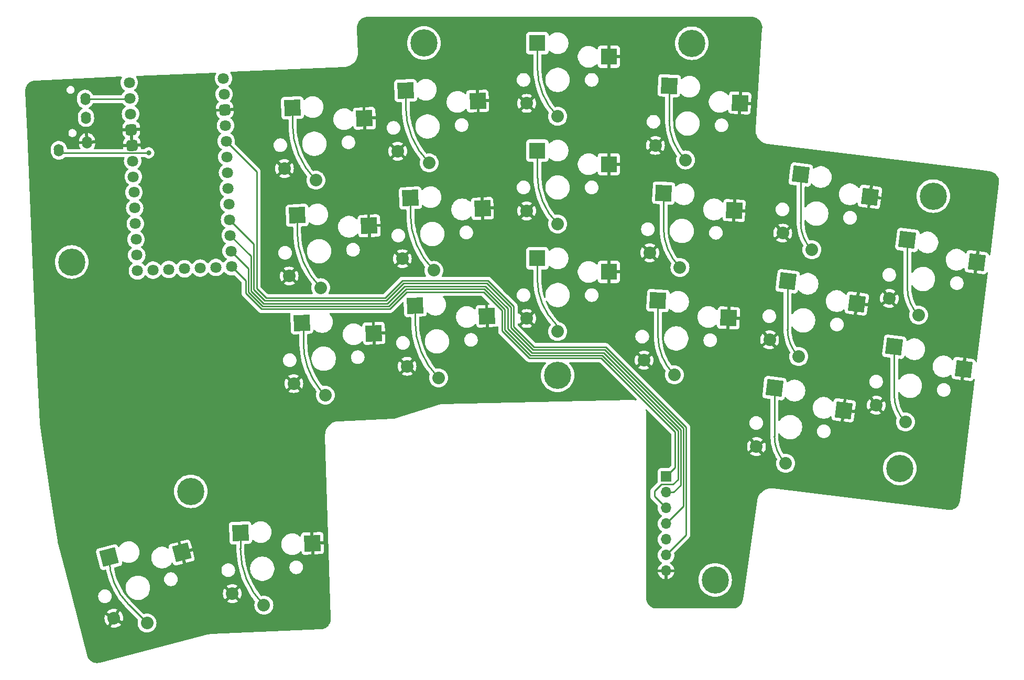
<source format=gbl>
G04 #@! TF.GenerationSoftware,KiCad,Pcbnew,8.0.5-dirty*
G04 #@! TF.CreationDate,2024-10-14T15:43:55+03:00*
G04 #@! TF.ProjectId,Kivipallur_right,4b697669-7061-46c6-9c75-725f72696768,1*
G04 #@! TF.SameCoordinates,Original*
G04 #@! TF.FileFunction,Copper,L2,Bot*
G04 #@! TF.FilePolarity,Positive*
%FSLAX46Y46*%
G04 Gerber Fmt 4.6, Leading zero omitted, Abs format (unit mm)*
G04 Created by KiCad (PCBNEW 8.0.5-dirty) date 2024-10-14 15:43:55*
%MOMM*%
%LPD*%
G01*
G04 APERTURE LIST*
G04 Aperture macros list*
%AMRoundRect*
0 Rectangle with rounded corners*
0 $1 Rounding radius*
0 $2 $3 $4 $5 $6 $7 $8 $9 X,Y pos of 4 corners*
0 Add a 4 corners polygon primitive as box body*
4,1,4,$2,$3,$4,$5,$6,$7,$8,$9,$2,$3,0*
0 Add four circle primitives for the rounded corners*
1,1,$1+$1,$2,$3*
1,1,$1+$1,$4,$5*
1,1,$1+$1,$6,$7*
1,1,$1+$1,$8,$9*
0 Add four rect primitives between the rounded corners*
20,1,$1+$1,$2,$3,$4,$5,0*
20,1,$1+$1,$4,$5,$6,$7,0*
20,1,$1+$1,$6,$7,$8,$9,0*
20,1,$1+$1,$8,$9,$2,$3,0*%
%AMHorizOval*
0 Thick line with rounded ends*
0 $1 width*
0 $2 $3 position (X,Y) of the first rounded end (center of the circle)*
0 $4 $5 position (X,Y) of the second rounded end (center of the circle)*
0 Add line between two ends*
20,1,$1,$2,$3,$4,$5,0*
0 Add two circle primitives to create the rounded ends*
1,1,$1,$2,$3*
1,1,$1,$4,$5*%
%AMRotRect*
0 Rectangle, with rotation*
0 The origin of the aperture is its center*
0 $1 length*
0 $2 width*
0 $3 Rotation angle, in degrees counterclockwise*
0 Add horizontal line*
21,1,$1,$2,0,0,$3*%
G04 Aperture macros list end*
G04 #@! TA.AperFunction,ComponentPad*
%ADD10C,4.400000*%
G04 #@! TD*
G04 #@! TA.AperFunction,SMDPad,CuDef*
%ADD11RotRect,2.600000X2.600000X2.500000*%
G04 #@! TD*
G04 #@! TA.AperFunction,ComponentPad*
%ADD12C,2.032000*%
G04 #@! TD*
G04 #@! TA.AperFunction,SMDPad,CuDef*
%ADD13RotRect,2.600000X2.600000X357.000000*%
G04 #@! TD*
G04 #@! TA.AperFunction,SMDPad,CuDef*
%ADD14R,2.600000X2.600000*%
G04 #@! TD*
G04 #@! TA.AperFunction,SMDPad,CuDef*
%ADD15RotRect,2.600000X2.600000X353.000000*%
G04 #@! TD*
G04 #@! TA.AperFunction,ComponentPad*
%ADD16R,1.700000X1.700000*%
G04 #@! TD*
G04 #@! TA.AperFunction,ComponentPad*
%ADD17O,1.700000X1.700000*%
G04 #@! TD*
G04 #@! TA.AperFunction,ComponentPad*
%ADD18C,1.800000*%
G04 #@! TD*
G04 #@! TA.AperFunction,ComponentPad*
%ADD19RoundRect,0.450000X-0.429943X-0.469200X0.469200X-0.429943X0.429943X0.469200X-0.469200X0.429943X0*%
G04 #@! TD*
G04 #@! TA.AperFunction,ComponentPad*
%ADD20HorizOval,1.600000X-0.008724X0.199810X0.008724X-0.199810X0*%
G04 #@! TD*
G04 #@! TA.AperFunction,SMDPad,CuDef*
%ADD21RotRect,2.600000X2.600000X14.500000*%
G04 #@! TD*
G04 #@! TA.AperFunction,ViaPad*
%ADD22C,0.800000*%
G04 #@! TD*
G04 #@! TA.AperFunction,Conductor*
%ADD23C,0.250000*%
G04 #@! TD*
G04 APERTURE END LIST*
D10*
X152571278Y-99283709D03*
D11*
X110485634Y-73399480D03*
D12*
X114274406Y-85095348D03*
X109187565Y-83215443D03*
D11*
X122120603Y-75093582D03*
D13*
X169682071Y-69806638D03*
D12*
X172332402Y-81811798D03*
X167449160Y-79452996D03*
D13*
X181101103Y-72608103D03*
D11*
X111244611Y-90782919D03*
D12*
X115033383Y-102478787D03*
X109946542Y-100598882D03*
D11*
X122879580Y-92477021D03*
X109726657Y-56016041D03*
D12*
X113515429Y-67711909D03*
X108428588Y-65832004D03*
D11*
X121361626Y-57710143D03*
D14*
X149296278Y-62933709D03*
D12*
X152571278Y-74783709D03*
X147571278Y-72683709D03*
D14*
X160846278Y-65133709D03*
D10*
X207833466Y-114352832D03*
D14*
X149296278Y-80333709D03*
D12*
X152571278Y-92183709D03*
X147571278Y-90083709D03*
D14*
X160846278Y-82533709D03*
D13*
X168771425Y-87182792D03*
D12*
X171421756Y-99187952D03*
X166538514Y-96829150D03*
D13*
X180190457Y-89984257D03*
D11*
X101316711Y-124748296D03*
D12*
X105105483Y-136444164D03*
X100018642Y-134564259D03*
D11*
X112951680Y-126442398D03*
D15*
X189714090Y-84068903D03*
D12*
X191520527Y-96229697D03*
X186813722Y-93536004D03*
D15*
X200909885Y-87660096D03*
D11*
X129539860Y-87982226D03*
D12*
X133328632Y-99678094D03*
X128241791Y-97798189D03*
D11*
X141174829Y-89676328D03*
D15*
X191834616Y-66798600D03*
D12*
X193641053Y-78959394D03*
X188934248Y-76265701D03*
D15*
X203030411Y-70389793D03*
X187593563Y-101339206D03*
D12*
X189400000Y-113500000D03*
X184693195Y-110806307D03*
D15*
X198789358Y-104930399D03*
X209073763Y-77378384D03*
D12*
X210880200Y-89539178D03*
X206173395Y-86845485D03*
D15*
X220269558Y-80969577D03*
D10*
X74055123Y-80945739D03*
X93291547Y-118041965D03*
D16*
X170083140Y-115655621D03*
D17*
X170083140Y-118195621D03*
X170083140Y-120735621D03*
X170083140Y-123275621D03*
X170083140Y-125815621D03*
X170083140Y-128355621D03*
X170083140Y-130895621D03*
D13*
X170592716Y-52430484D03*
D12*
X173243047Y-64435644D03*
X168359805Y-62076842D03*
D13*
X182011748Y-55231949D03*
D14*
X149296278Y-45533709D03*
D12*
X152571278Y-57383709D03*
X147571278Y-55283709D03*
D14*
X160846278Y-47733709D03*
D18*
X83461030Y-54456297D03*
X83571823Y-56993880D03*
D19*
X83682616Y-59531462D03*
X83793409Y-62069045D03*
D18*
X83904203Y-64606627D03*
X84014996Y-67144209D03*
X84125789Y-69681792D03*
X84236582Y-72219374D03*
X84347376Y-74756957D03*
X84458169Y-77294539D03*
X84568962Y-79832122D03*
X84679755Y-82369704D03*
X98686525Y-53791538D03*
D19*
X98797318Y-56329120D03*
D18*
X98908111Y-58866703D03*
X99018904Y-61404285D03*
X99129698Y-63941868D03*
X99240491Y-66479450D03*
X99351284Y-69017033D03*
X99462077Y-71554615D03*
X99572871Y-74092197D03*
X99683664Y-76629780D03*
X99794457Y-79167362D03*
X99905250Y-81704945D03*
X87217338Y-82258911D03*
X89754920Y-82148118D03*
X92292503Y-82037325D03*
X94830085Y-81926531D03*
X97367668Y-81815738D03*
X98575731Y-51253955D03*
X83350236Y-51918715D03*
D11*
X128780883Y-70598787D03*
D12*
X132569655Y-82294655D03*
X127482814Y-80414750D03*
D11*
X140415852Y-72292889D03*
D10*
X213244465Y-70283783D03*
D20*
X76376264Y-57582580D03*
X76245406Y-54585436D03*
X72003101Y-62878373D03*
X76550742Y-61578773D03*
D10*
X174232197Y-45561546D03*
X178017511Y-132353354D03*
X130964461Y-45529680D03*
D11*
X128021905Y-53215348D03*
D12*
X131810677Y-64911216D03*
X126723836Y-63031311D03*
D11*
X139656874Y-54909450D03*
D15*
X206953236Y-94648687D03*
D12*
X208759673Y-106809481D03*
X204052868Y-104115788D03*
D15*
X218149031Y-98239880D03*
D21*
X80102873Y-128688313D03*
D12*
X86240560Y-139340868D03*
X80874024Y-138559658D03*
D21*
X91835815Y-127926349D03*
D22*
X86500000Y-63300000D03*
X220800000Y-69300000D03*
X103300000Y-54900000D03*
X82400000Y-87400000D03*
X73300000Y-99500000D03*
X120800000Y-105500000D03*
X79800000Y-60900000D03*
X215100000Y-118800000D03*
X165800000Y-44900000D03*
X183900000Y-64200000D03*
X109100000Y-115100000D03*
X106200000Y-52000000D03*
X103300000Y-59900000D03*
X82400000Y-99800000D03*
D23*
X83331891Y-54585436D02*
X83461030Y-54456297D01*
X76245406Y-54585436D02*
X83331891Y-54585436D01*
X72003101Y-62878374D02*
X72439908Y-63315181D01*
X86484819Y-63315181D02*
X86500000Y-63300000D01*
X148759188Y-94700000D02*
X145461396Y-91402208D01*
X173350000Y-125088761D02*
X173350000Y-107677208D01*
X145461396Y-88115812D02*
X141295584Y-83950000D01*
X103950000Y-85240812D02*
X103950000Y-66335381D01*
X103950000Y-66335381D02*
X99018904Y-61404285D01*
X145461396Y-91402208D02*
X145461396Y-88115812D01*
X160372792Y-94700000D02*
X148759188Y-94700000D01*
X127504416Y-83950000D02*
X124704416Y-86750000D01*
X105459188Y-86750000D02*
X103950000Y-85240812D01*
X141295584Y-83950000D02*
X127504416Y-83950000D01*
X124704416Y-86750000D02*
X105459188Y-86750000D01*
X170083140Y-128355621D02*
X173350000Y-125088761D01*
X173350000Y-107677208D02*
X160372792Y-94700000D01*
X72439908Y-63315181D02*
X86484819Y-63315181D01*
X171550000Y-114188761D02*
X171550000Y-108450000D01*
X140600000Y-85800000D02*
X128200000Y-85800000D01*
X148000000Y-96500000D02*
X143600000Y-92100000D01*
X143600000Y-88800000D02*
X140600000Y-85800000D01*
X102150000Y-85986396D02*
X102150000Y-83949695D01*
X170083140Y-115655621D02*
X171550000Y-114188761D01*
X102150000Y-83949695D02*
X99905250Y-81704945D01*
X171550000Y-108450000D02*
X159600000Y-96500000D01*
X143600000Y-92100000D02*
X143600000Y-88800000D01*
X159600000Y-96500000D02*
X148000000Y-96500000D01*
X128200000Y-85800000D02*
X125450000Y-88550000D01*
X125450000Y-88550000D02*
X104713604Y-88550000D01*
X104713604Y-88550000D02*
X102150000Y-85986396D01*
X144050000Y-91900000D02*
X144050000Y-88613604D01*
X144050000Y-88613604D02*
X140736396Y-85300000D01*
X104900000Y-88100000D02*
X102600000Y-85800000D01*
X148200000Y-96050000D02*
X144050000Y-91900000D01*
X102600000Y-81972905D02*
X99794457Y-79167362D01*
X169300000Y-116900000D02*
X171200000Y-116900000D01*
X172000000Y-108263604D02*
X159786396Y-96050000D01*
X125263604Y-88100000D02*
X104900000Y-88100000D01*
X168200000Y-118852481D02*
X168200000Y-118000000D01*
X102600000Y-85800000D02*
X102600000Y-81972905D01*
X159786396Y-96050000D02*
X148200000Y-96050000D01*
X172000000Y-116100000D02*
X172000000Y-108263604D01*
X170083140Y-120735621D02*
X168200000Y-118852481D01*
X171200000Y-116900000D02*
X172000000Y-116100000D01*
X128063604Y-85300000D02*
X125263604Y-88100000D01*
X168200000Y-118000000D02*
X169300000Y-116900000D01*
X140736396Y-85300000D02*
X128063604Y-85300000D01*
X148572792Y-95150000D02*
X145011396Y-91588604D01*
X145011396Y-88302208D02*
X141109188Y-84400000D01*
X141109188Y-84400000D02*
X127690812Y-84400000D01*
X172900000Y-107863604D02*
X160186396Y-95150000D01*
X170083140Y-123275621D02*
X172900000Y-120458761D01*
X172900000Y-120458761D02*
X172900000Y-107863604D01*
X160186396Y-95150000D02*
X148572792Y-95150000D01*
X145011396Y-91588604D02*
X145011396Y-88302208D01*
X105272792Y-87200000D02*
X103500000Y-85427208D01*
X127690812Y-84400000D02*
X124890812Y-87200000D01*
X103500000Y-78019326D02*
X99572871Y-74092197D01*
X124890812Y-87200000D02*
X105272792Y-87200000D01*
X103500000Y-85427208D02*
X103500000Y-78019326D01*
X148386396Y-95600000D02*
X144500000Y-91713604D01*
X144500000Y-88427208D02*
X140922792Y-84850000D01*
X105086396Y-87650000D02*
X103050000Y-85613604D01*
X125077208Y-87650000D02*
X105086396Y-87650000D01*
X172450000Y-108050000D02*
X160000000Y-95600000D01*
X170083140Y-118195621D02*
X171285221Y-118195621D01*
X103050000Y-79996116D02*
X99683664Y-76629780D01*
X171285221Y-118195621D02*
X172450000Y-117030842D01*
X144500000Y-91713604D02*
X144500000Y-88427208D01*
X160000000Y-95600000D02*
X148386396Y-95600000D01*
X103050000Y-85613604D02*
X103050000Y-79996116D01*
X140922792Y-84850000D02*
X127877208Y-84850000D01*
X127877208Y-84850000D02*
X125077208Y-87650000D01*
X172450000Y-117030842D02*
X172450000Y-108050000D01*
X209073763Y-85178054D02*
X209073763Y-77378384D01*
X210880200Y-89539178D02*
G75*
G02*
X209073789Y-85178054I4361100J4361078D01*
G01*
X206953236Y-102448357D02*
X206953236Y-94648687D01*
X208759673Y-106809481D02*
G75*
G02*
X206953268Y-102448357I4361127J4361081D01*
G01*
X191834616Y-74598270D02*
X191834616Y-66798600D01*
X193641053Y-78959394D02*
G75*
G02*
X191834644Y-74598270I4361147J4361094D01*
G01*
X189714090Y-91868573D02*
X189714090Y-84068903D01*
X191520527Y-96229697D02*
G75*
G02*
X189714094Y-91868573I4361073J4361097D01*
G01*
X187593563Y-109138876D02*
X187593563Y-101339206D01*
X189400000Y-113500000D02*
G75*
G02*
X187593573Y-109138876I4361100J4361100D01*
G01*
X170592716Y-58037179D02*
X170592716Y-52430484D01*
X173243047Y-64435644D02*
G75*
G02*
X170592727Y-58037179I6398453J6398444D01*
G01*
X169682071Y-75413333D02*
X169682071Y-69806638D01*
X172332402Y-81811798D02*
G75*
G02*
X169682057Y-75413333I6398498J6398498D01*
G01*
X168771425Y-92789487D02*
X168771425Y-87182792D01*
X171421756Y-99187952D02*
G75*
G02*
X168771428Y-92789487I6398444J6398452D01*
G01*
X149296278Y-49477160D02*
X149296278Y-45533709D01*
X152571278Y-57383709D02*
G75*
G02*
X149296299Y-49477160I7906522J7906509D01*
G01*
X149296278Y-66877160D02*
X149296278Y-62933709D01*
X152571278Y-74783709D02*
G75*
G02*
X149296299Y-66877160I7906522J7906509D01*
G01*
X152568389Y-92006972D02*
X152522252Y-91656522D01*
X152571278Y-92183709D02*
X152568389Y-92006972D01*
X152522252Y-91656522D02*
X152430768Y-91315092D01*
X152430768Y-91315092D02*
X152295500Y-90988524D01*
X149296278Y-83747762D02*
X149296278Y-80333709D01*
X152295500Y-90988524D02*
G75*
G02*
X149296316Y-83747762I7240800J7240724D01*
G01*
X128021905Y-55764312D02*
X128021905Y-53215348D01*
X131810677Y-64911216D02*
G75*
G02*
X128021902Y-55764312I9146923J9146916D01*
G01*
X128780883Y-73147751D02*
X128780883Y-70598787D01*
X132569655Y-82294655D02*
G75*
G02*
X128780930Y-73147751I9146945J9146855D01*
G01*
X129539860Y-90531190D02*
X129539860Y-87982226D01*
X133328632Y-99678094D02*
G75*
G02*
X129539857Y-90531190I9146868J9146894D01*
G01*
X109726657Y-58565005D02*
X109726657Y-56016041D01*
X113515429Y-67711909D02*
G75*
G02*
X109726644Y-58565005I9146871J9146909D01*
G01*
X110485634Y-75948444D02*
X110485634Y-73399480D01*
X114274406Y-85095348D02*
G75*
G02*
X110485600Y-75948444I9146894J9146948D01*
G01*
X115033383Y-102478787D02*
X114795732Y-102237779D01*
X111499434Y-93947080D02*
X111499434Y-91398116D01*
X114795732Y-102237779D02*
X114555994Y-101980654D01*
X111499434Y-91041272D02*
X111244611Y-90782919D01*
X114555994Y-101980654D02*
X114332600Y-101726887D01*
X114332600Y-101726887D02*
X114107401Y-101456045D01*
X114107401Y-101456045D02*
G75*
G02*
X111499446Y-93947080I9388599J7468145D01*
G01*
X111499434Y-91398116D02*
G75*
G03*
X111244622Y-90782908I-870034J16D01*
G01*
X86240560Y-139340868D02*
X83295367Y-136395675D01*
X83295367Y-136395675D02*
G75*
G02*
X80102855Y-128688313I7707333J7707375D01*
G01*
X101316711Y-127297260D02*
X101316711Y-124748296D01*
X105105483Y-136444164D02*
G75*
G02*
X101316743Y-127297260I9146917J9146864D01*
G01*
G04 #@! TA.AperFunction,Conductor*
G36*
X82121752Y-50985546D02*
G01*
X82169767Y-51036304D01*
X82182718Y-51104962D01*
X82163136Y-51160507D01*
X82107251Y-51246045D01*
X82013487Y-51459807D01*
X81956184Y-51686092D01*
X81936909Y-51918709D01*
X81936909Y-51918720D01*
X81956184Y-52151337D01*
X82013487Y-52377622D01*
X82107251Y-52591383D01*
X82234922Y-52786799D01*
X82392191Y-52957637D01*
X82393016Y-52958533D01*
X82577219Y-53101905D01*
X82577221Y-53101906D01*
X82577228Y-53101911D01*
X82605398Y-53117155D01*
X82654989Y-53166373D01*
X82670099Y-53234590D01*
X82645929Y-53300146D01*
X82622545Y-53324063D01*
X82503811Y-53416477D01*
X82503806Y-53416482D01*
X82345716Y-53588212D01*
X82218045Y-53783628D01*
X82176762Y-53877746D01*
X82131806Y-53931232D01*
X82065070Y-53951922D01*
X82063206Y-53951936D01*
X77557520Y-53951936D01*
X77490481Y-53932251D01*
X77444726Y-53879447D01*
X77441380Y-53871381D01*
X77426252Y-53830919D01*
X77324831Y-53651659D01*
X77215702Y-53514465D01*
X77196619Y-53490474D01*
X77196616Y-53490471D01*
X77044769Y-53351328D01*
X77044762Y-53351323D01*
X76873015Y-53237647D01*
X76873007Y-53237643D01*
X76715298Y-53165771D01*
X76685599Y-53152236D01*
X76583520Y-53123927D01*
X76487129Y-53097195D01*
X76282488Y-53073879D01*
X76076722Y-53082863D01*
X75874894Y-53123926D01*
X75874892Y-53123926D01*
X75874890Y-53123927D01*
X75681978Y-53196054D01*
X75681977Y-53196055D01*
X75502718Y-53297475D01*
X75502712Y-53297479D01*
X75341530Y-53425688D01*
X75341527Y-53425691D01*
X75202384Y-53577538D01*
X75202379Y-53577545D01*
X75088703Y-53749292D01*
X75088699Y-53749300D01*
X75003292Y-53936709D01*
X74948251Y-54135178D01*
X74928664Y-54307088D01*
X74924935Y-54339820D01*
X74951367Y-54945206D01*
X74988227Y-55126378D01*
X74992431Y-55147037D01*
X75064558Y-55339949D01*
X75064560Y-55339953D01*
X75165981Y-55519213D01*
X75175314Y-55530946D01*
X75294190Y-55680396D01*
X75294193Y-55680399D01*
X75294195Y-55680401D01*
X75446047Y-55819547D01*
X75617796Y-55933225D01*
X75663519Y-55954062D01*
X75758871Y-55997517D01*
X75811711Y-56043230D01*
X75831449Y-56110254D01*
X75811818Y-56177309D01*
X75768510Y-56218276D01*
X75633577Y-56294618D01*
X75633570Y-56294623D01*
X75472388Y-56422832D01*
X75472385Y-56422835D01*
X75333242Y-56574682D01*
X75333237Y-56574689D01*
X75219561Y-56746436D01*
X75219557Y-56746444D01*
X75134150Y-56933853D01*
X75079109Y-57132322D01*
X75055793Y-57336963D01*
X75055793Y-57336964D01*
X75082225Y-57942350D01*
X75117161Y-58114064D01*
X75123289Y-58144181D01*
X75195416Y-58337093D01*
X75195418Y-58337097D01*
X75296839Y-58516357D01*
X75298951Y-58519012D01*
X75425048Y-58677540D01*
X75425051Y-58677543D01*
X75425053Y-58677545D01*
X75576905Y-58816691D01*
X75748654Y-58930369D01*
X75794925Y-58951456D01*
X75936065Y-59015778D01*
X75936069Y-59015779D01*
X75936071Y-59015780D01*
X76134543Y-59070821D01*
X76339182Y-59094137D01*
X76544948Y-59085153D01*
X76746776Y-59044090D01*
X76939695Y-58971960D01*
X77118955Y-58870539D01*
X77280142Y-58742325D01*
X77419289Y-58590473D01*
X77532966Y-58418724D01*
X77618378Y-58231307D01*
X77673419Y-58032835D01*
X77696735Y-57828197D01*
X77670303Y-57222810D01*
X77629240Y-57020982D01*
X77557110Y-56828063D01*
X77455689Y-56648803D01*
X77371946Y-56543524D01*
X77327477Y-56487618D01*
X77327474Y-56487615D01*
X77175627Y-56348472D01*
X77175620Y-56348467D01*
X77003873Y-56234791D01*
X77003865Y-56234787D01*
X76862797Y-56170498D01*
X76809956Y-56124785D01*
X76790219Y-56057761D01*
X76809851Y-55990706D01*
X76853157Y-55949740D01*
X76988097Y-55873395D01*
X77149284Y-55745181D01*
X77288431Y-55593329D01*
X77402108Y-55421580D01*
X77461383Y-55291513D01*
X77507096Y-55238674D01*
X77574119Y-55218936D01*
X82209721Y-55218936D01*
X82276760Y-55238621D01*
X82313526Y-55275110D01*
X82345716Y-55324380D01*
X82345721Y-55324385D01*
X82345722Y-55324388D01*
X82491236Y-55482456D01*
X82503810Y-55496115D01*
X82688013Y-55639487D01*
X82688015Y-55639488D01*
X82688022Y-55639493D01*
X82716192Y-55654737D01*
X82765783Y-55703955D01*
X82780893Y-55772172D01*
X82756723Y-55837728D01*
X82733339Y-55861645D01*
X82614604Y-55954060D01*
X82614599Y-55954065D01*
X82456509Y-56125795D01*
X82328838Y-56321211D01*
X82235074Y-56534972D01*
X82177771Y-56761257D01*
X82158496Y-56993874D01*
X82158496Y-56993885D01*
X82177771Y-57226502D01*
X82177771Y-57226505D01*
X82177772Y-57226506D01*
X82205743Y-57336963D01*
X82235074Y-57452787D01*
X82328838Y-57666548D01*
X82456509Y-57861964D01*
X82613810Y-58032837D01*
X82614603Y-58033698D01*
X82647638Y-58059410D01*
X82702830Y-58102368D01*
X82743642Y-58159078D01*
X82747317Y-58228851D01*
X82712685Y-58289534D01*
X82688820Y-58307520D01*
X82653666Y-58327882D01*
X82509394Y-58456393D01*
X82509389Y-58456399D01*
X82393937Y-58611328D01*
X82393936Y-58611329D01*
X82312037Y-58786320D01*
X82267042Y-58974209D01*
X82267040Y-58974222D01*
X82261916Y-59087904D01*
X82261916Y-59087910D01*
X82273042Y-59342766D01*
X83238547Y-59300611D01*
X83216691Y-59338469D01*
X83182616Y-59465636D01*
X83182616Y-59597288D01*
X83216691Y-59724455D01*
X83260384Y-59800134D01*
X82294853Y-59842290D01*
X82305981Y-60097139D01*
X82305984Y-60097166D01*
X82320994Y-60209962D01*
X82382197Y-60393223D01*
X82382199Y-60393227D01*
X82479036Y-60560411D01*
X82607547Y-60704683D01*
X82607553Y-60704688D01*
X82669322Y-60750718D01*
X82711315Y-60806560D01*
X82716451Y-60876241D01*
X82683100Y-60937637D01*
X82677707Y-60942738D01*
X82620194Y-60993969D01*
X82620182Y-60993982D01*
X82504730Y-61148911D01*
X82504729Y-61148912D01*
X82422830Y-61323903D01*
X82377835Y-61511792D01*
X82377833Y-61511805D01*
X82372709Y-61625487D01*
X82372709Y-61625493D01*
X82383835Y-61880349D01*
X83349341Y-61838194D01*
X83327484Y-61876052D01*
X83293409Y-62003219D01*
X83293409Y-62134871D01*
X83327484Y-62262038D01*
X83371177Y-62337717D01*
X82405646Y-62379873D01*
X82413174Y-62552272D01*
X82396433Y-62620106D01*
X82345675Y-62668121D01*
X82289292Y-62681681D01*
X77751461Y-62681681D01*
X77684422Y-62661996D01*
X77638667Y-62609192D01*
X77628723Y-62540034D01*
X77648059Y-62489241D01*
X77699988Y-62410783D01*
X77699989Y-62410781D01*
X77784841Y-62224589D01*
X77784843Y-62224584D01*
X77839527Y-62027403D01*
X77862691Y-61824091D01*
X77860409Y-61771830D01*
X77011218Y-61808906D01*
X76989408Y-61309381D01*
X77838598Y-61272306D01*
X77838599Y-61272305D01*
X77836318Y-61220048D01*
X77795520Y-61019520D01*
X77795519Y-61019517D01*
X77723862Y-60827863D01*
X77723859Y-60827856D01*
X77623104Y-60649771D01*
X77623096Y-60649760D01*
X77495720Y-60489625D01*
X77495717Y-60489622D01*
X77344856Y-60351383D01*
X77344849Y-60351378D01*
X77174217Y-60238440D01*
X77174215Y-60238439D01*
X76988024Y-60153586D01*
X76790838Y-60098901D01*
X76736095Y-60092664D01*
X76775409Y-60993137D01*
X76697255Y-60952453D01*
X76581577Y-60926807D01*
X76463201Y-60931976D01*
X76350198Y-60967606D01*
X76275885Y-61014947D01*
X76236570Y-60114474D01*
X76236570Y-60114473D01*
X76182583Y-60125458D01*
X75990917Y-60197118D01*
X75990911Y-60197121D01*
X75812826Y-60297876D01*
X75812815Y-60297884D01*
X75652680Y-60425260D01*
X75652677Y-60425263D01*
X75514438Y-60576124D01*
X75514433Y-60576131D01*
X75401495Y-60746763D01*
X75401494Y-60746765D01*
X75316641Y-60932956D01*
X75261957Y-61130139D01*
X75261956Y-61130144D01*
X75238793Y-61333454D01*
X75241074Y-61385714D01*
X76090265Y-61348638D01*
X76112075Y-61848162D01*
X75262884Y-61885238D01*
X75265166Y-61937502D01*
X75265167Y-61937508D01*
X75305963Y-62138025D01*
X75305964Y-62138029D01*
X75377621Y-62329684D01*
X75377624Y-62329690D01*
X75472069Y-62496621D01*
X75487948Y-62564662D01*
X75464521Y-62630487D01*
X75409225Y-62673197D01*
X75364145Y-62681681D01*
X73422964Y-62681681D01*
X73355925Y-62661996D01*
X73310170Y-62609192D01*
X73299082Y-62563090D01*
X73298602Y-62552098D01*
X73297140Y-62518603D01*
X73256077Y-62316775D01*
X73183947Y-62123856D01*
X73082526Y-61944596D01*
X72981940Y-61818142D01*
X72954314Y-61783411D01*
X72954311Y-61783408D01*
X72802464Y-61644265D01*
X72802457Y-61644260D01*
X72630710Y-61530584D01*
X72630702Y-61530580D01*
X72506364Y-61473916D01*
X72443294Y-61445173D01*
X72341215Y-61416864D01*
X72244824Y-61390132D01*
X72040183Y-61366816D01*
X71834417Y-61375800D01*
X71632589Y-61416863D01*
X71632587Y-61416863D01*
X71632585Y-61416864D01*
X71439673Y-61488991D01*
X71439672Y-61488992D01*
X71260413Y-61590412D01*
X71260407Y-61590416D01*
X71099225Y-61718625D01*
X71099222Y-61718628D01*
X70960079Y-61870475D01*
X70960074Y-61870482D01*
X70846398Y-62042229D01*
X70846394Y-62042237D01*
X70760987Y-62229646D01*
X70705946Y-62428115D01*
X70687334Y-62591468D01*
X70682630Y-62632757D01*
X70709062Y-63238143D01*
X70749337Y-63436100D01*
X70750126Y-63439974D01*
X70822253Y-63632886D01*
X70822255Y-63632890D01*
X70923676Y-63812150D01*
X70943398Y-63836944D01*
X71051885Y-63973333D01*
X71051888Y-63973336D01*
X71051890Y-63973338D01*
X71203742Y-64112484D01*
X71375491Y-64226162D01*
X71376843Y-64226778D01*
X71562902Y-64311571D01*
X71562906Y-64311572D01*
X71562908Y-64311573D01*
X71761380Y-64366614D01*
X71966019Y-64389930D01*
X72171785Y-64380946D01*
X72373613Y-64339883D01*
X72566532Y-64267753D01*
X72745792Y-64166332D01*
X72906979Y-64038118D01*
X72952072Y-63988908D01*
X73011876Y-63952780D01*
X73043494Y-63948681D01*
X82464964Y-63948681D01*
X82532003Y-63968366D01*
X82577758Y-64021170D01*
X82587702Y-64090328D01*
X82578520Y-64122490D01*
X82567454Y-64147716D01*
X82510151Y-64374004D01*
X82490876Y-64606621D01*
X82490876Y-64606632D01*
X82510151Y-64839249D01*
X82567454Y-65065534D01*
X82661218Y-65279295D01*
X82788889Y-65474711D01*
X82946979Y-65646441D01*
X82946983Y-65646445D01*
X83131186Y-65789817D01*
X83146651Y-65798186D01*
X83159366Y-65805067D01*
X83208956Y-65854287D01*
X83224064Y-65922503D01*
X83199894Y-65988059D01*
X83176511Y-66011975D01*
X83057777Y-66104389D01*
X83057772Y-66104394D01*
X82899682Y-66276124D01*
X82772011Y-66471540D01*
X82678247Y-66685301D01*
X82620944Y-66911586D01*
X82601669Y-67144203D01*
X82601669Y-67144214D01*
X82620944Y-67376831D01*
X82678247Y-67603116D01*
X82772011Y-67816877D01*
X82899682Y-68012293D01*
X83047016Y-68172339D01*
X83057776Y-68184027D01*
X83241979Y-68327399D01*
X83241981Y-68327400D01*
X83241988Y-68327405D01*
X83270158Y-68342649D01*
X83319749Y-68391867D01*
X83334859Y-68460084D01*
X83310689Y-68525640D01*
X83287305Y-68549557D01*
X83168570Y-68641972D01*
X83168565Y-68641977D01*
X83010475Y-68813707D01*
X82882804Y-69009123D01*
X82789040Y-69222884D01*
X82731737Y-69449169D01*
X82712462Y-69681786D01*
X82712462Y-69681797D01*
X82731737Y-69914414D01*
X82789040Y-70140699D01*
X82882804Y-70354460D01*
X83010475Y-70549876D01*
X83163546Y-70716154D01*
X83168569Y-70721610D01*
X83352772Y-70864982D01*
X83358037Y-70867831D01*
X83380952Y-70880232D01*
X83430542Y-70929452D01*
X83445650Y-70997668D01*
X83421480Y-71063224D01*
X83398097Y-71087140D01*
X83279363Y-71179554D01*
X83279358Y-71179559D01*
X83121268Y-71351289D01*
X82993597Y-71546705D01*
X82899833Y-71760466D01*
X82842530Y-71986751D01*
X82823255Y-72219368D01*
X82823255Y-72219379D01*
X82842530Y-72451996D01*
X82899833Y-72678281D01*
X82993597Y-72892042D01*
X83121268Y-73087458D01*
X83279358Y-73259188D01*
X83279362Y-73259192D01*
X83463565Y-73402564D01*
X83463567Y-73402565D01*
X83463574Y-73402570D01*
X83491744Y-73417814D01*
X83541335Y-73467032D01*
X83556445Y-73535249D01*
X83532275Y-73600805D01*
X83508891Y-73624722D01*
X83390157Y-73717137D01*
X83390152Y-73717142D01*
X83232062Y-73888872D01*
X83104391Y-74084288D01*
X83010627Y-74298049D01*
X82953324Y-74524334D01*
X82934049Y-74756951D01*
X82934049Y-74756962D01*
X82953324Y-74989579D01*
X83010627Y-75215864D01*
X83104391Y-75429625D01*
X83232062Y-75625041D01*
X83384916Y-75791083D01*
X83390156Y-75796775D01*
X83574359Y-75940147D01*
X83602539Y-75955397D01*
X83652129Y-76004617D01*
X83667237Y-76072833D01*
X83643067Y-76138389D01*
X83619684Y-76162305D01*
X83500950Y-76254719D01*
X83500945Y-76254724D01*
X83342855Y-76426454D01*
X83215184Y-76621870D01*
X83121420Y-76835631D01*
X83064117Y-77061916D01*
X83044842Y-77294533D01*
X83044842Y-77294544D01*
X83064117Y-77527161D01*
X83121420Y-77753446D01*
X83215184Y-77967207D01*
X83342855Y-78162623D01*
X83496939Y-78330001D01*
X83500949Y-78334357D01*
X83685152Y-78477729D01*
X83685154Y-78477730D01*
X83685161Y-78477735D01*
X83713331Y-78492979D01*
X83762922Y-78542197D01*
X83778032Y-78610414D01*
X83753862Y-78675970D01*
X83730478Y-78699887D01*
X83611743Y-78792302D01*
X83611738Y-78792307D01*
X83453648Y-78964037D01*
X83325977Y-79159453D01*
X83232213Y-79373214D01*
X83174910Y-79599499D01*
X83155635Y-79832116D01*
X83155635Y-79832127D01*
X83174910Y-80064744D01*
X83232213Y-80291029D01*
X83325977Y-80504790D01*
X83453648Y-80700206D01*
X83595349Y-80854133D01*
X83611742Y-80871940D01*
X83795945Y-81015312D01*
X83824125Y-81030562D01*
X83873715Y-81079782D01*
X83888823Y-81147998D01*
X83864653Y-81213554D01*
X83841270Y-81237470D01*
X83722536Y-81329884D01*
X83722531Y-81329889D01*
X83564441Y-81501619D01*
X83436770Y-81697035D01*
X83343006Y-81910796D01*
X83285703Y-82137081D01*
X83266428Y-82369698D01*
X83266428Y-82369709D01*
X83285703Y-82602326D01*
X83343006Y-82828611D01*
X83436770Y-83042372D01*
X83564441Y-83237788D01*
X83714382Y-83400666D01*
X83722535Y-83409522D01*
X83906738Y-83552894D01*
X83906740Y-83552895D01*
X83906743Y-83552897D01*
X84020486Y-83614451D01*
X84112028Y-83663991D01*
X84194014Y-83692137D01*
X84332800Y-83739783D01*
X84332802Y-83739783D01*
X84332804Y-83739784D01*
X84563043Y-83778204D01*
X84563044Y-83778204D01*
X84796466Y-83778204D01*
X84796467Y-83778204D01*
X85026706Y-83739784D01*
X85247482Y-83663991D01*
X85452772Y-83552894D01*
X85636975Y-83409522D01*
X85795069Y-83237787D01*
X85880930Y-83106365D01*
X85934075Y-83061010D01*
X86003306Y-83051586D01*
X86066642Y-83081087D01*
X86088546Y-83106366D01*
X86102021Y-83126991D01*
X86102024Y-83126994D01*
X86242100Y-83279157D01*
X86260118Y-83298729D01*
X86444321Y-83442101D01*
X86444323Y-83442102D01*
X86444326Y-83442104D01*
X86563669Y-83506688D01*
X86649611Y-83553198D01*
X86742130Y-83584960D01*
X86870383Y-83628990D01*
X86870385Y-83628990D01*
X86870387Y-83628991D01*
X87100626Y-83667411D01*
X87100627Y-83667411D01*
X87334049Y-83667411D01*
X87334050Y-83667411D01*
X87564289Y-83628991D01*
X87785065Y-83553198D01*
X87990355Y-83442101D01*
X88174558Y-83298729D01*
X88332652Y-83126994D01*
X88418512Y-82995574D01*
X88471658Y-82950218D01*
X88540890Y-82940794D01*
X88604225Y-82970296D01*
X88626130Y-82995575D01*
X88639606Y-83016202D01*
X88792278Y-83182046D01*
X88797700Y-83187936D01*
X88981903Y-83331308D01*
X88981905Y-83331309D01*
X88981908Y-83331311D01*
X88999834Y-83341012D01*
X89187193Y-83442405D01*
X89301834Y-83481761D01*
X89407965Y-83518197D01*
X89407967Y-83518197D01*
X89407969Y-83518198D01*
X89638208Y-83556618D01*
X89638209Y-83556618D01*
X89871631Y-83556618D01*
X89871632Y-83556618D01*
X90101871Y-83518198D01*
X90322647Y-83442405D01*
X90527937Y-83331308D01*
X90712140Y-83187936D01*
X90870234Y-83016201D01*
X90956095Y-82884779D01*
X91009240Y-82839424D01*
X91078471Y-82830000D01*
X91141807Y-82859501D01*
X91163711Y-82884780D01*
X91177186Y-82905405D01*
X91177189Y-82905408D01*
X91309338Y-83048960D01*
X91335283Y-83077143D01*
X91519486Y-83220515D01*
X91519488Y-83220516D01*
X91519491Y-83220518D01*
X91603844Y-83266167D01*
X91724776Y-83331612D01*
X91839417Y-83370968D01*
X91945548Y-83407404D01*
X91945550Y-83407404D01*
X91945552Y-83407405D01*
X92175791Y-83445825D01*
X92175792Y-83445825D01*
X92409214Y-83445825D01*
X92409215Y-83445825D01*
X92639454Y-83407405D01*
X92860230Y-83331612D01*
X93065520Y-83220515D01*
X93249723Y-83077143D01*
X93407817Y-82905408D01*
X93493678Y-82773986D01*
X93546823Y-82728631D01*
X93616054Y-82719207D01*
X93679390Y-82748708D01*
X93701295Y-82773988D01*
X93714771Y-82794615D01*
X93872861Y-82966345D01*
X93872865Y-82966349D01*
X94057068Y-83109721D01*
X94057070Y-83109722D01*
X94057073Y-83109724D01*
X94092517Y-83128905D01*
X94262358Y-83220818D01*
X94353295Y-83252037D01*
X94483130Y-83296610D01*
X94483132Y-83296610D01*
X94483134Y-83296611D01*
X94713373Y-83335031D01*
X94713374Y-83335031D01*
X94946796Y-83335031D01*
X94946797Y-83335031D01*
X95177036Y-83296611D01*
X95397812Y-83220818D01*
X95603102Y-83109721D01*
X95787305Y-82966349D01*
X95945399Y-82794614D01*
X96031260Y-82663192D01*
X96084405Y-82617837D01*
X96153636Y-82608413D01*
X96216972Y-82637914D01*
X96238876Y-82663193D01*
X96252351Y-82683818D01*
X96252354Y-82683821D01*
X96378440Y-82820787D01*
X96410448Y-82855556D01*
X96594651Y-82998928D01*
X96594653Y-82998929D01*
X96594656Y-82998931D01*
X96675184Y-83042510D01*
X96799941Y-83110025D01*
X96913779Y-83149106D01*
X97020713Y-83185817D01*
X97020715Y-83185817D01*
X97020717Y-83185818D01*
X97250956Y-83224238D01*
X97250957Y-83224238D01*
X97484379Y-83224238D01*
X97484380Y-83224238D01*
X97714619Y-83185818D01*
X97935395Y-83110025D01*
X98140685Y-82998928D01*
X98324888Y-82855556D01*
X98482982Y-82683821D01*
X98568842Y-82552401D01*
X98621988Y-82507045D01*
X98691220Y-82497621D01*
X98754555Y-82527123D01*
X98776460Y-82552402D01*
X98789936Y-82573029D01*
X98930473Y-82725691D01*
X98948030Y-82744763D01*
X99132233Y-82888135D01*
X99132235Y-82888136D01*
X99132238Y-82888138D01*
X99229539Y-82940794D01*
X99337523Y-82999232D01*
X99452164Y-83038588D01*
X99558295Y-83075024D01*
X99558297Y-83075024D01*
X99558299Y-83075025D01*
X99788538Y-83113445D01*
X99788539Y-83113445D01*
X100021962Y-83113445D01*
X100252201Y-83075025D01*
X100273697Y-83067644D01*
X100343493Y-83064492D01*
X100401644Y-83097243D01*
X101480181Y-84175780D01*
X101513666Y-84237103D01*
X101516500Y-84263461D01*
X101516500Y-86048794D01*
X101540843Y-86171173D01*
X101540845Y-86171181D01*
X101588598Y-86286468D01*
X101588603Y-86286477D01*
X101657928Y-86390228D01*
X101657931Y-86390232D01*
X104309767Y-89042069D01*
X104309771Y-89042072D01*
X104413525Y-89111399D01*
X104413527Y-89111399D01*
X104413529Y-89111401D01*
X104495051Y-89145168D01*
X104528819Y-89159155D01*
X104528821Y-89159155D01*
X104528826Y-89159157D01*
X104651205Y-89183499D01*
X104651209Y-89183500D01*
X104651210Y-89183500D01*
X104651211Y-89183500D01*
X104775998Y-89183500D01*
X109299884Y-89183500D01*
X109366923Y-89203185D01*
X109412678Y-89255989D01*
X109422622Y-89325147D01*
X109417845Y-89345725D01*
X109382870Y-89453653D01*
X109382868Y-89453664D01*
X109379006Y-89514443D01*
X109379005Y-89514452D01*
X109483457Y-91906790D01*
X109496346Y-92202000D01*
X109496659Y-92209157D01*
X109496659Y-92209166D01*
X109505805Y-92269377D01*
X109505807Y-92269383D01*
X109562833Y-92404024D01*
X109562835Y-92404027D01*
X109650367Y-92510901D01*
X109655483Y-92517147D01*
X109776251Y-92599586D01*
X109824822Y-92615325D01*
X109915345Y-92644659D01*
X109915349Y-92644659D01*
X109915353Y-92644661D01*
X109976142Y-92648524D01*
X109976143Y-92648523D01*
X109976144Y-92648524D01*
X110353071Y-92632067D01*
X110736525Y-92615325D01*
X110804359Y-92632067D01*
X110852374Y-92682825D01*
X110865934Y-92739207D01*
X110865934Y-93949645D01*
X110865665Y-94028899D01*
X110864837Y-94273057D01*
X110896686Y-94928593D01*
X110962528Y-95581536D01*
X110962532Y-95581566D01*
X110962533Y-95581573D01*
X110971853Y-95642231D01*
X111062199Y-96230264D01*
X111195411Y-96872880D01*
X111263725Y-97133499D01*
X111359111Y-97497404D01*
X111361822Y-97507744D01*
X111361824Y-97507751D01*
X111560959Y-98133063D01*
X111560970Y-98133096D01*
X111771516Y-98692029D01*
X111792317Y-98747248D01*
X112055248Y-99348570D01*
X112055252Y-99348579D01*
X112055253Y-99348580D01*
X112348903Y-99935136D01*
X112349050Y-99935428D01*
X112544401Y-100279717D01*
X112672929Y-100506237D01*
X113026013Y-101059461D01*
X113026018Y-101059467D01*
X113407325Y-101593571D01*
X113407346Y-101593599D01*
X113570330Y-101798500D01*
X113576758Y-101808210D01*
X113576986Y-101808056D01*
X113580404Y-101813102D01*
X113585008Y-101818639D01*
X113612734Y-101882772D01*
X113604224Y-101945368D01*
X113579013Y-102006234D01*
X113522995Y-102239568D01*
X113504169Y-102478787D01*
X113522995Y-102718006D01*
X113579013Y-102951340D01*
X113579013Y-102951341D01*
X113670840Y-103173032D01*
X113670842Y-103173035D01*
X113796220Y-103377633D01*
X113796224Y-103377638D01*
X113865606Y-103458874D01*
X113952065Y-103560105D01*
X114065130Y-103656671D01*
X114134531Y-103715945D01*
X114134536Y-103715949D01*
X114339134Y-103841327D01*
X114339137Y-103841329D01*
X114560829Y-103933156D01*
X114619162Y-103947160D01*
X114794161Y-103989174D01*
X115033383Y-104008001D01*
X115272605Y-103989174D01*
X115505936Y-103933156D01*
X115505937Y-103933156D01*
X115727628Y-103841329D01*
X115727629Y-103841328D01*
X115727632Y-103841327D01*
X115932232Y-103715947D01*
X116114701Y-103560105D01*
X116270543Y-103377636D01*
X116395923Y-103173036D01*
X116403051Y-103155828D01*
X116487752Y-102951341D01*
X116487752Y-102951340D01*
X116500513Y-102898186D01*
X116543770Y-102718009D01*
X116562597Y-102478787D01*
X116543770Y-102239565D01*
X116497660Y-102047505D01*
X116487752Y-102006233D01*
X116487752Y-102006232D01*
X116395925Y-101784541D01*
X116395923Y-101784538D01*
X116270545Y-101579940D01*
X116270541Y-101579935D01*
X116196050Y-101492717D01*
X116114701Y-101397469D01*
X115987999Y-101289256D01*
X115932234Y-101241628D01*
X115932229Y-101241624D01*
X115727631Y-101116246D01*
X115727628Y-101116244D01*
X115505936Y-101024417D01*
X115272601Y-100968399D01*
X115272602Y-100968399D01*
X115033383Y-100949573D01*
X114794163Y-100968399D01*
X114652239Y-101002472D01*
X114582456Y-100998981D01*
X114525639Y-100958317D01*
X114524116Y-100956329D01*
X114520941Y-100952099D01*
X114267427Y-100614303D01*
X114221458Y-100553051D01*
X114217428Y-100547355D01*
X113869718Y-100025266D01*
X113866845Y-100020952D01*
X113863143Y-100015040D01*
X113594591Y-99558014D01*
X113542723Y-99469745D01*
X113539362Y-99463637D01*
X113520611Y-99427174D01*
X113250123Y-98901184D01*
X113247131Y-98894941D01*
X112989969Y-98317065D01*
X112987325Y-98310643D01*
X112763089Y-97719251D01*
X112760813Y-97712699D01*
X112570183Y-97109580D01*
X112568293Y-97102959D01*
X112411889Y-96490071D01*
X112410364Y-96483301D01*
X112404934Y-96455601D01*
X112811029Y-96455601D01*
X112811029Y-96713202D01*
X112837070Y-96910996D01*
X112844651Y-96968577D01*
X112861114Y-97030018D01*
X112911318Y-97217384D01*
X113009888Y-97455354D01*
X113009896Y-97455371D01*
X113138681Y-97678432D01*
X113138692Y-97678448D01*
X113295492Y-97882794D01*
X113295498Y-97882801D01*
X113477629Y-98064932D01*
X113477636Y-98064938D01*
X113595789Y-98155600D01*
X113681991Y-98221745D01*
X113696002Y-98229834D01*
X113905059Y-98350534D01*
X113905064Y-98350536D01*
X113905067Y-98350538D01*
X113905071Y-98350539D01*
X113905076Y-98350542D01*
X113930126Y-98360918D01*
X114143045Y-98449112D01*
X114391854Y-98515780D01*
X114647236Y-98549402D01*
X114647243Y-98549402D01*
X114904815Y-98549402D01*
X114904822Y-98549402D01*
X115160204Y-98515780D01*
X115409013Y-98449112D01*
X115646991Y-98350538D01*
X115870067Y-98221745D01*
X116074423Y-98064937D01*
X116256564Y-97882796D01*
X116321485Y-97798189D01*
X126721103Y-97798189D01*
X126739824Y-98036072D01*
X126795533Y-98268114D01*
X126886847Y-98488567D01*
X127011526Y-98692024D01*
X127011530Y-98692029D01*
X127046323Y-98732766D01*
X127662881Y-98059910D01*
X127679062Y-98098974D01*
X127748555Y-98202978D01*
X127837002Y-98291425D01*
X127941006Y-98360918D01*
X128031051Y-98398216D01*
X127415575Y-99069889D01*
X127551415Y-99153133D01*
X127771866Y-99244446D01*
X127771863Y-99244446D01*
X128003907Y-99300155D01*
X128241791Y-99318876D01*
X128479674Y-99300155D01*
X128711716Y-99244446D01*
X128932169Y-99153132D01*
X129135628Y-99028451D01*
X129176368Y-98993656D01*
X129176368Y-98993655D01*
X128503514Y-98377098D01*
X128542576Y-98360918D01*
X128646580Y-98291425D01*
X128735027Y-98202978D01*
X128804520Y-98098974D01*
X128841818Y-98008928D01*
X129513491Y-98624403D01*
X129596735Y-98488563D01*
X129688048Y-98268114D01*
X129743757Y-98036072D01*
X129762478Y-97798189D01*
X129743757Y-97560305D01*
X129688048Y-97328263D01*
X129596734Y-97107810D01*
X129472055Y-96904353D01*
X129472051Y-96904348D01*
X129437258Y-96863610D01*
X129437257Y-96863610D01*
X128820699Y-97536464D01*
X128804520Y-97497404D01*
X128735027Y-97393400D01*
X128646580Y-97304953D01*
X128542576Y-97235460D01*
X128452529Y-97198160D01*
X129068005Y-96526487D01*
X129068004Y-96526486D01*
X128932169Y-96443245D01*
X128711715Y-96351931D01*
X128711718Y-96351931D01*
X128479674Y-96296222D01*
X128241791Y-96277501D01*
X128003907Y-96296222D01*
X127771865Y-96351931D01*
X127551412Y-96443245D01*
X127347961Y-96567921D01*
X127347952Y-96567927D01*
X127307212Y-96602721D01*
X127980068Y-97219279D01*
X127941006Y-97235460D01*
X127837002Y-97304953D01*
X127748555Y-97393400D01*
X127679062Y-97497404D01*
X127641763Y-97587449D01*
X126970089Y-96971973D01*
X126970088Y-96971974D01*
X126886847Y-97107810D01*
X126795533Y-97328263D01*
X126739824Y-97560305D01*
X126721103Y-97798189D01*
X116321485Y-97798189D01*
X116413372Y-97678440D01*
X116542165Y-97455364D01*
X116640739Y-97217386D01*
X116707407Y-96968577D01*
X116741029Y-96713195D01*
X116741029Y-96455609D01*
X116714988Y-96257807D01*
X119169394Y-96257807D01*
X119169394Y-96431182D01*
X119196514Y-96602408D01*
X119250084Y-96767283D01*
X119250085Y-96767286D01*
X119303889Y-96872880D01*
X119328792Y-96921755D01*
X119430693Y-97062009D01*
X119553280Y-97184596D01*
X119693534Y-97286497D01*
X119763970Y-97322386D01*
X119848002Y-97365203D01*
X119848005Y-97365204D01*
X119930104Y-97391879D01*
X120012882Y-97418775D01*
X120092185Y-97431335D01*
X120184107Y-97445895D01*
X120184112Y-97445895D01*
X120357481Y-97445895D01*
X120440489Y-97432747D01*
X120528706Y-97418775D01*
X120693585Y-97365203D01*
X120848054Y-97286497D01*
X120988308Y-97184596D01*
X121110895Y-97062009D01*
X121212796Y-96921755D01*
X121291502Y-96767286D01*
X121345074Y-96602407D01*
X121361859Y-96496432D01*
X121372194Y-96431182D01*
X121372194Y-96257807D01*
X121350400Y-96120210D01*
X121345074Y-96086583D01*
X121291502Y-95921704D01*
X121291502Y-95921703D01*
X121243643Y-95827775D01*
X121212796Y-95767235D01*
X121110895Y-95626981D01*
X120988308Y-95504394D01*
X120848054Y-95402493D01*
X120693585Y-95323786D01*
X120693582Y-95323785D01*
X120528707Y-95270215D01*
X120357481Y-95243095D01*
X120357476Y-95243095D01*
X120184112Y-95243095D01*
X120184107Y-95243095D01*
X120012880Y-95270215D01*
X119848005Y-95323785D01*
X119848002Y-95323786D01*
X119693533Y-95402493D01*
X119667984Y-95421056D01*
X119553280Y-95504394D01*
X119553278Y-95504396D01*
X119553277Y-95504396D01*
X119430695Y-95626978D01*
X119430695Y-95626979D01*
X119430693Y-95626981D01*
X119386930Y-95687214D01*
X119328792Y-95767234D01*
X119250085Y-95921703D01*
X119250084Y-95921706D01*
X119196514Y-96086581D01*
X119169394Y-96257807D01*
X116714988Y-96257807D01*
X116707407Y-96200227D01*
X116640739Y-95951418D01*
X116560268Y-95757144D01*
X116542169Y-95713449D01*
X116542161Y-95713432D01*
X116413376Y-95490371D01*
X116413372Y-95490364D01*
X116285552Y-95323786D01*
X116256565Y-95286009D01*
X116256559Y-95286002D01*
X116074428Y-95103871D01*
X116074421Y-95103865D01*
X115870075Y-94947065D01*
X115870073Y-94947063D01*
X115870067Y-94947059D01*
X115870062Y-94947056D01*
X115870059Y-94947054D01*
X115646998Y-94818269D01*
X115646981Y-94818261D01*
X115409011Y-94719691D01*
X115213356Y-94667266D01*
X115160204Y-94653024D01*
X115100791Y-94645202D01*
X114904829Y-94619402D01*
X114904822Y-94619402D01*
X114647236Y-94619402D01*
X114647228Y-94619402D01*
X114391854Y-94653024D01*
X114143046Y-94719691D01*
X113905076Y-94818261D01*
X113905059Y-94818269D01*
X113681998Y-94947054D01*
X113681982Y-94947065D01*
X113477636Y-95103865D01*
X113477629Y-95103871D01*
X113295498Y-95286002D01*
X113295492Y-95286009D01*
X113138692Y-95490355D01*
X113138681Y-95490371D01*
X113009896Y-95713432D01*
X113009888Y-95713449D01*
X112911318Y-95951419D01*
X112844651Y-96200227D01*
X112811029Y-96455601D01*
X112404934Y-96455601D01*
X112288691Y-95862626D01*
X112287549Y-95855788D01*
X112200984Y-95229257D01*
X112200225Y-95222329D01*
X112190607Y-95103871D01*
X112149039Y-94591930D01*
X112148673Y-94585014D01*
X112132973Y-93950479D01*
X112132937Y-93947052D01*
X112133192Y-93872315D01*
X112133191Y-93872313D01*
X112133208Y-93867520D01*
X112132934Y-93862840D01*
X112132934Y-92673060D01*
X112152619Y-92606021D01*
X112205423Y-92560266D01*
X112251522Y-92549178D01*
X112670851Y-92530871D01*
X112731072Y-92521724D01*
X112770247Y-92505132D01*
X117857197Y-92505132D01*
X117857197Y-92734615D01*
X117879054Y-92900628D01*
X117887149Y-92962112D01*
X117940466Y-93161095D01*
X117946539Y-93183761D01*
X118034347Y-93395750D01*
X118034354Y-93395764D01*
X118149089Y-93594491D01*
X118288778Y-93776535D01*
X118288786Y-93776544D01*
X118451027Y-93938785D01*
X118451035Y-93938792D01*
X118451036Y-93938793D01*
X118501659Y-93977638D01*
X118633079Y-94078481D01*
X118633082Y-94078482D01*
X118633085Y-94078485D01*
X118831809Y-94193218D01*
X118831814Y-94193220D01*
X118831820Y-94193223D01*
X118911874Y-94226382D01*
X119043810Y-94281032D01*
X119265459Y-94340422D01*
X119492963Y-94370374D01*
X119492970Y-94370374D01*
X119722424Y-94370374D01*
X119722431Y-94370374D01*
X119949935Y-94340422D01*
X120171584Y-94281032D01*
X120383585Y-94193218D01*
X120582309Y-94078485D01*
X120764358Y-93938793D01*
X120926616Y-93776535D01*
X120926619Y-93776530D01*
X120926631Y-93776519D01*
X120987955Y-93743034D01*
X121057646Y-93748018D01*
X121113580Y-93789889D01*
X121137997Y-93855354D01*
X121138195Y-93858791D01*
X121140085Y-93902078D01*
X121140086Y-93902090D01*
X121149078Y-93961292D01*
X121149078Y-93961293D01*
X121205150Y-94093684D01*
X121205152Y-94093688D01*
X121296255Y-94204918D01*
X121296257Y-94204920D01*
X121414997Y-94285977D01*
X121415002Y-94285979D01*
X121551781Y-94330302D01*
X121551780Y-94330302D01*
X121611539Y-94334098D01*
X121611553Y-94334099D01*
X122708331Y-94286212D01*
X122639770Y-92715877D01*
X123140246Y-92715877D01*
X123207856Y-94264401D01*
X124304637Y-94216515D01*
X124304649Y-94216514D01*
X124363851Y-94207522D01*
X124363852Y-94207522D01*
X124496243Y-94151450D01*
X124496247Y-94151448D01*
X124607477Y-94060345D01*
X124607479Y-94060343D01*
X124688536Y-93941603D01*
X124688538Y-93941598D01*
X124690051Y-93936928D01*
X126475113Y-93936928D01*
X126475113Y-94110303D01*
X126502233Y-94281529D01*
X126555803Y-94446404D01*
X126555804Y-94446407D01*
X126615982Y-94564511D01*
X126634511Y-94600876D01*
X126736412Y-94741130D01*
X126858999Y-94863717D01*
X126999253Y-94965618D01*
X127075015Y-95004220D01*
X127153721Y-95044324D01*
X127153724Y-95044325D01*
X127236161Y-95071110D01*
X127318601Y-95097896D01*
X127397904Y-95110456D01*
X127489826Y-95125016D01*
X127489831Y-95125016D01*
X127663200Y-95125016D01*
X127746208Y-95111868D01*
X127834425Y-95097896D01*
X127999304Y-95044324D01*
X128153773Y-94965618D01*
X128294027Y-94863717D01*
X128416614Y-94741130D01*
X128518515Y-94600876D01*
X128597221Y-94446407D01*
X128650793Y-94281528D01*
X128668298Y-94171004D01*
X128677913Y-94110303D01*
X128677913Y-93936928D01*
X128656988Y-93804820D01*
X128650793Y-93765704D01*
X128618438Y-93666126D01*
X128597222Y-93600827D01*
X128597221Y-93600824D01*
X128544420Y-93497198D01*
X128518515Y-93446356D01*
X128416614Y-93306102D01*
X128294027Y-93183515D01*
X128153773Y-93081614D01*
X128123282Y-93066078D01*
X127999304Y-93002907D01*
X127999301Y-93002906D01*
X127834426Y-92949336D01*
X127663200Y-92922216D01*
X127663195Y-92922216D01*
X127489831Y-92922216D01*
X127489826Y-92922216D01*
X127318599Y-92949336D01*
X127153724Y-93002906D01*
X127153721Y-93002907D01*
X126999252Y-93081614D01*
X126974932Y-93099284D01*
X126858999Y-93183515D01*
X126858997Y-93183517D01*
X126858996Y-93183517D01*
X126736414Y-93306099D01*
X126736414Y-93306100D01*
X126736412Y-93306102D01*
X126720947Y-93327388D01*
X126634511Y-93446355D01*
X126555804Y-93600824D01*
X126555803Y-93600827D01*
X126502233Y-93765702D01*
X126475113Y-93936928D01*
X124690051Y-93936928D01*
X124732861Y-93804820D01*
X124736657Y-93745061D01*
X124736658Y-93745047D01*
X124688771Y-92648268D01*
X123140246Y-92715877D01*
X122639770Y-92715877D01*
X122618913Y-92238164D01*
X122551302Y-90689639D01*
X121454522Y-90737526D01*
X121454510Y-90737527D01*
X121395308Y-90746519D01*
X121395307Y-90746519D01*
X121262916Y-90802591D01*
X121262912Y-90802593D01*
X121151682Y-90893696D01*
X121151680Y-90893698D01*
X121070623Y-91012438D01*
X121070621Y-91012443D01*
X121026299Y-91149221D01*
X121022502Y-91208981D01*
X121022501Y-91208993D01*
X121024577Y-91256520D01*
X121007835Y-91324355D01*
X120957077Y-91372369D01*
X120888418Y-91385320D01*
X120823657Y-91359095D01*
X120813014Y-91349610D01*
X120764367Y-91300963D01*
X120764358Y-91300955D01*
X120582314Y-91161266D01*
X120581160Y-91160600D01*
X120421451Y-91068392D01*
X120383587Y-91046531D01*
X120383573Y-91046524D01*
X120171584Y-90958716D01*
X120166180Y-90957268D01*
X119949935Y-90899326D01*
X119907172Y-90893696D01*
X119722438Y-90869374D01*
X119722431Y-90869374D01*
X119492963Y-90869374D01*
X119492955Y-90869374D01*
X119276412Y-90897883D01*
X119265459Y-90899326D01*
X119181308Y-90921874D01*
X119043809Y-90958716D01*
X118831820Y-91046524D01*
X118831806Y-91046531D01*
X118633079Y-91161266D01*
X118451035Y-91300955D01*
X118288778Y-91463212D01*
X118149089Y-91645256D01*
X118034354Y-91843983D01*
X118034347Y-91843997D01*
X117946539Y-92055986D01*
X117924080Y-92139807D01*
X117889361Y-92269383D01*
X117887150Y-92277633D01*
X117887148Y-92277644D01*
X117857197Y-92505132D01*
X112770247Y-92505132D01*
X112865716Y-92464697D01*
X112978839Y-92372047D01*
X113061278Y-92251279D01*
X113106353Y-92112177D01*
X113110216Y-92051388D01*
X113109458Y-92034037D01*
X113108510Y-92012314D01*
X113125251Y-91944480D01*
X113176009Y-91896465D01*
X113244668Y-91883514D01*
X113309429Y-91909739D01*
X113320074Y-91919225D01*
X113359824Y-91958976D01*
X113359832Y-91958983D01*
X113359833Y-91958984D01*
X113396971Y-91987481D01*
X113541876Y-92098672D01*
X113541879Y-92098673D01*
X113541882Y-92098676D01*
X113740606Y-92213409D01*
X113740611Y-92213411D01*
X113740617Y-92213414D01*
X113800903Y-92238385D01*
X113952607Y-92301223D01*
X114174256Y-92360613D01*
X114401760Y-92390565D01*
X114401767Y-92390565D01*
X114631221Y-92390565D01*
X114631228Y-92390565D01*
X114858732Y-92360613D01*
X115080381Y-92301223D01*
X115292382Y-92213409D01*
X115491106Y-92098676D01*
X115673155Y-91958984D01*
X115673159Y-91958979D01*
X115673164Y-91958976D01*
X115835405Y-91796735D01*
X115835408Y-91796730D01*
X115835413Y-91796726D01*
X115975105Y-91614677D01*
X116089838Y-91415953D01*
X116177652Y-91203952D01*
X116237042Y-90982303D01*
X116266994Y-90754799D01*
X116266994Y-90667828D01*
X123050827Y-90667828D01*
X123118436Y-92216353D01*
X124666960Y-92148743D01*
X124619074Y-91051963D01*
X124619073Y-91051951D01*
X124610081Y-90992749D01*
X124610081Y-90992748D01*
X124554009Y-90860357D01*
X124554007Y-90860353D01*
X124462904Y-90749123D01*
X124462902Y-90749121D01*
X124344162Y-90668064D01*
X124344157Y-90668062D01*
X124207379Y-90623740D01*
X124147619Y-90619943D01*
X124147607Y-90619942D01*
X123050827Y-90667828D01*
X116266994Y-90667828D01*
X116266994Y-90525331D01*
X116237042Y-90297827D01*
X116177652Y-90076178D01*
X116122304Y-89942556D01*
X116089843Y-89864188D01*
X116089840Y-89864182D01*
X116089838Y-89864177D01*
X115975105Y-89665453D01*
X115975102Y-89665450D01*
X115975101Y-89665447D01*
X115859237Y-89514452D01*
X115835413Y-89483404D01*
X115835412Y-89483403D01*
X115835405Y-89483395D01*
X115747191Y-89395181D01*
X115713706Y-89333858D01*
X115718690Y-89264166D01*
X115760562Y-89208233D01*
X115826026Y-89183816D01*
X115834872Y-89183500D01*
X125512395Y-89183500D01*
X125512396Y-89183499D01*
X125634785Y-89159155D01*
X125750075Y-89111400D01*
X125853833Y-89042071D01*
X127496233Y-87399669D01*
X127557554Y-87366186D01*
X127627245Y-87371170D01*
X127683179Y-87413041D01*
X127707596Y-87478506D01*
X127707794Y-87481943D01*
X127767541Y-88850359D01*
X127790145Y-89368098D01*
X127791908Y-89408464D01*
X127791908Y-89408473D01*
X127801054Y-89468684D01*
X127801056Y-89468690D01*
X127858082Y-89603331D01*
X127858084Y-89603334D01*
X127940891Y-89704439D01*
X127950732Y-89716454D01*
X128071500Y-89798893D01*
X128136967Y-89820107D01*
X128210594Y-89843966D01*
X128210598Y-89843966D01*
X128210602Y-89843968D01*
X128271391Y-89847831D01*
X128271392Y-89847830D01*
X128271393Y-89847831D01*
X128401343Y-89842157D01*
X128776951Y-89825757D01*
X128844785Y-89842499D01*
X128892800Y-89893256D01*
X128906360Y-89949639D01*
X128906360Y-90479825D01*
X128906357Y-90479835D01*
X128906357Y-90531190D01*
X128906357Y-90886511D01*
X128906357Y-90886529D01*
X128906358Y-90886531D01*
X128943548Y-91596164D01*
X128943548Y-91596172D01*
X129017831Y-92302936D01*
X129128998Y-93004812D01*
X129129006Y-93004856D01*
X129276747Y-93699925D01*
X129460680Y-94386371D01*
X129460681Y-94386376D01*
X129616897Y-94867157D01*
X129680261Y-95062174D01*
X129680278Y-95062224D01*
X129680285Y-95062244D01*
X129687908Y-95082103D01*
X129934951Y-95725670D01*
X130223996Y-96374875D01*
X130224000Y-96374882D01*
X130224006Y-96374896D01*
X130546625Y-97008068D01*
X130901937Y-97623488D01*
X131288982Y-98219484D01*
X131288984Y-98219487D01*
X131706670Y-98794382D01*
X131706688Y-98794406D01*
X131706694Y-98794414D01*
X131831659Y-98948732D01*
X131883794Y-99013113D01*
X131910686Y-99077601D01*
X131901990Y-99138601D01*
X131874261Y-99205545D01*
X131818244Y-99438874D01*
X131799418Y-99678094D01*
X131818244Y-99917313D01*
X131874262Y-100150647D01*
X131874262Y-100150648D01*
X131966089Y-100372339D01*
X131966091Y-100372342D01*
X132091469Y-100576940D01*
X132091473Y-100576945D01*
X132162114Y-100659655D01*
X132247314Y-100759412D01*
X132364113Y-100859167D01*
X132429780Y-100915252D01*
X132429785Y-100915256D01*
X132634383Y-101040634D01*
X132634386Y-101040636D01*
X132856078Y-101132463D01*
X132914411Y-101146467D01*
X133089410Y-101188481D01*
X133328632Y-101207308D01*
X133567854Y-101188481D01*
X133801185Y-101132463D01*
X133801186Y-101132463D01*
X134022877Y-101040636D01*
X134022878Y-101040635D01*
X134022881Y-101040634D01*
X134227481Y-100915254D01*
X134409950Y-100759412D01*
X134565792Y-100576943D01*
X134570486Y-100569284D01*
X134609121Y-100506237D01*
X134691172Y-100372343D01*
X134691174Y-100372339D01*
X134783001Y-100150648D01*
X134783001Y-100150647D01*
X134839019Y-99917316D01*
X134857846Y-99678094D01*
X134839019Y-99438872D01*
X134801673Y-99283318D01*
X134783001Y-99205540D01*
X134783001Y-99205539D01*
X134691174Y-98983848D01*
X134691172Y-98983845D01*
X134565794Y-98779247D01*
X134565790Y-98779242D01*
X134491299Y-98692024D01*
X134409950Y-98596776D01*
X134283248Y-98488563D01*
X134227483Y-98440935D01*
X134227478Y-98440931D01*
X134022880Y-98315553D01*
X134022877Y-98315551D01*
X133801185Y-98223724D01*
X133567850Y-98167706D01*
X133567851Y-98167706D01*
X133328632Y-98148880D01*
X133089412Y-98167706D01*
X133089410Y-98167706D01*
X132952032Y-98200687D01*
X132882250Y-98197196D01*
X132825432Y-98156532D01*
X132824710Y-98155600D01*
X132788026Y-98107793D01*
X132524830Y-97764790D01*
X132521019Y-97759544D01*
X132520583Y-97758910D01*
X132159894Y-97234104D01*
X132156360Y-97228662D01*
X132129356Y-97184596D01*
X131823225Y-96685036D01*
X131819987Y-96679427D01*
X131800712Y-96643927D01*
X131515760Y-96119111D01*
X131512817Y-96113336D01*
X131509696Y-96106793D01*
X131238329Y-95537860D01*
X131235691Y-95531934D01*
X131218472Y-95490364D01*
X130991704Y-94942898D01*
X130989379Y-94936842D01*
X130988155Y-94933385D01*
X130776547Y-94335822D01*
X130774544Y-94329657D01*
X130593456Y-93718313D01*
X130591788Y-93712087D01*
X130578061Y-93654908D01*
X131106278Y-93654908D01*
X131106278Y-93912509D01*
X131132319Y-94110303D01*
X131139900Y-94167884D01*
X131161094Y-94246983D01*
X131206567Y-94416691D01*
X131305137Y-94654661D01*
X131305145Y-94654678D01*
X131433930Y-94877739D01*
X131433941Y-94877755D01*
X131590741Y-95082101D01*
X131590747Y-95082108D01*
X131772878Y-95264239D01*
X131772885Y-95264245D01*
X131873119Y-95341157D01*
X131977240Y-95421052D01*
X131977247Y-95421056D01*
X132200308Y-95549841D01*
X132200313Y-95549843D01*
X132200316Y-95549845D01*
X132200320Y-95549846D01*
X132200325Y-95549849D01*
X132276897Y-95581566D01*
X132438294Y-95648419D01*
X132687103Y-95715087D01*
X132942485Y-95748709D01*
X132942492Y-95748709D01*
X133200064Y-95748709D01*
X133200071Y-95748709D01*
X133455453Y-95715087D01*
X133704262Y-95648419D01*
X133942240Y-95549845D01*
X134165316Y-95421052D01*
X134369672Y-95264244D01*
X134551813Y-95082103D01*
X134708621Y-94877747D01*
X134837414Y-94654671D01*
X134935988Y-94416693D01*
X135002656Y-94167884D01*
X135036278Y-93912502D01*
X135036278Y-93654916D01*
X135010237Y-93457114D01*
X137464643Y-93457114D01*
X137464643Y-93630489D01*
X137491763Y-93801715D01*
X137545333Y-93966590D01*
X137545334Y-93966593D01*
X137610091Y-94093684D01*
X137624041Y-94121062D01*
X137725942Y-94261316D01*
X137848529Y-94383903D01*
X137988783Y-94485804D01*
X138064545Y-94524406D01*
X138143251Y-94564510D01*
X138143254Y-94564511D01*
X138206277Y-94584988D01*
X138308131Y-94618082D01*
X138387434Y-94630642D01*
X138479356Y-94645202D01*
X138479361Y-94645202D01*
X138652730Y-94645202D01*
X138735738Y-94632054D01*
X138823955Y-94618082D01*
X138988834Y-94564510D01*
X139143303Y-94485804D01*
X139283557Y-94383903D01*
X139406144Y-94261316D01*
X139508045Y-94121062D01*
X139586751Y-93966593D01*
X139640323Y-93801714D01*
X139661094Y-93670573D01*
X139667443Y-93630489D01*
X139667443Y-93457114D01*
X139648231Y-93335821D01*
X139640323Y-93285890D01*
X139596406Y-93150725D01*
X139586752Y-93121013D01*
X139586751Y-93121010D01*
X139527567Y-93004856D01*
X139508045Y-92966542D01*
X139406144Y-92826288D01*
X139283557Y-92703701D01*
X139143303Y-92601800D01*
X139131985Y-92596033D01*
X138988834Y-92523093D01*
X138988831Y-92523092D01*
X138823956Y-92469522D01*
X138652730Y-92442402D01*
X138652725Y-92442402D01*
X138479361Y-92442402D01*
X138479356Y-92442402D01*
X138308129Y-92469522D01*
X138143254Y-92523092D01*
X138143251Y-92523093D01*
X137988782Y-92601800D01*
X137924473Y-92648524D01*
X137848529Y-92703701D01*
X137848527Y-92703703D01*
X137848526Y-92703703D01*
X137725944Y-92826285D01*
X137725944Y-92826286D01*
X137725942Y-92826288D01*
X137711893Y-92845625D01*
X137624041Y-92966541D01*
X137545334Y-93121010D01*
X137545333Y-93121013D01*
X137491763Y-93285888D01*
X137464643Y-93457114D01*
X135010237Y-93457114D01*
X135002656Y-93399534D01*
X134935988Y-93150725D01*
X134841043Y-92921508D01*
X134837418Y-92912756D01*
X134837410Y-92912739D01*
X134708625Y-92689678D01*
X134708621Y-92689671D01*
X134628610Y-92585399D01*
X134551814Y-92485316D01*
X134551808Y-92485309D01*
X134369677Y-92303178D01*
X134369670Y-92303172D01*
X134165324Y-92146372D01*
X134165322Y-92146370D01*
X134165316Y-92146366D01*
X134165311Y-92146363D01*
X134165308Y-92146361D01*
X133942247Y-92017576D01*
X133942230Y-92017568D01*
X133704260Y-91918998D01*
X133506511Y-91866012D01*
X133455453Y-91852331D01*
X133423530Y-91848128D01*
X133200078Y-91818709D01*
X133200071Y-91818709D01*
X132942485Y-91818709D01*
X132942477Y-91818709D01*
X132687103Y-91852331D01*
X132438295Y-91918998D01*
X132200325Y-92017568D01*
X132200308Y-92017576D01*
X131977247Y-92146361D01*
X131977231Y-92146372D01*
X131772885Y-92303172D01*
X131772878Y-92303178D01*
X131590747Y-92485309D01*
X131590741Y-92485316D01*
X131433941Y-92689662D01*
X131433930Y-92689678D01*
X131305145Y-92912739D01*
X131305137Y-92912756D01*
X131206567Y-93150726D01*
X131139900Y-93399534D01*
X131106278Y-93654908D01*
X130578061Y-93654908D01*
X130442946Y-93092114D01*
X130441597Y-93085769D01*
X130440910Y-93082062D01*
X130325400Y-92458829D01*
X130324394Y-92452473D01*
X130241169Y-91820313D01*
X130240497Y-91813921D01*
X130190470Y-91178275D01*
X130190131Y-91171795D01*
X130189053Y-91130643D01*
X130173402Y-90532907D01*
X130173360Y-90529661D01*
X130173360Y-89883493D01*
X130193045Y-89816454D01*
X130245849Y-89770699D01*
X130291949Y-89759611D01*
X130966100Y-89730178D01*
X131026321Y-89721031D01*
X131065496Y-89704439D01*
X136152446Y-89704439D01*
X136152446Y-89933922D01*
X136172167Y-90083708D01*
X136182398Y-90161419D01*
X136226615Y-90326440D01*
X136241788Y-90383068D01*
X136329596Y-90595057D01*
X136329603Y-90595071D01*
X136444338Y-90793798D01*
X136584027Y-90975842D01*
X136584035Y-90975851D01*
X136746276Y-91138092D01*
X136746284Y-91138099D01*
X136746285Y-91138100D01*
X136776475Y-91161266D01*
X136928328Y-91277788D01*
X136928331Y-91277789D01*
X136928334Y-91277792D01*
X137127058Y-91392525D01*
X137127063Y-91392527D01*
X137127069Y-91392530D01*
X137199250Y-91422428D01*
X137339059Y-91480339D01*
X137560708Y-91539729D01*
X137788212Y-91569681D01*
X137788219Y-91569681D01*
X138017673Y-91569681D01*
X138017680Y-91569681D01*
X138245184Y-91539729D01*
X138466833Y-91480339D01*
X138678834Y-91392525D01*
X138877558Y-91277792D01*
X139059607Y-91138100D01*
X139221865Y-90975842D01*
X139221868Y-90975837D01*
X139221880Y-90975826D01*
X139283204Y-90942341D01*
X139352895Y-90947325D01*
X139408829Y-90989196D01*
X139433246Y-91054661D01*
X139433444Y-91058098D01*
X139435334Y-91101385D01*
X139435335Y-91101397D01*
X139444327Y-91160599D01*
X139444327Y-91160600D01*
X139500399Y-91292991D01*
X139500401Y-91292995D01*
X139591504Y-91404225D01*
X139591506Y-91404227D01*
X139710246Y-91485284D01*
X139710251Y-91485286D01*
X139847030Y-91529609D01*
X139847029Y-91529609D01*
X139906788Y-91533405D01*
X139906802Y-91533406D01*
X141003580Y-91485519D01*
X140914162Y-89437471D01*
X140846551Y-87888946D01*
X139749771Y-87936833D01*
X139749759Y-87936834D01*
X139690557Y-87945826D01*
X139690556Y-87945826D01*
X139558165Y-88001898D01*
X139558161Y-88001900D01*
X139446931Y-88093003D01*
X139446929Y-88093005D01*
X139365872Y-88211745D01*
X139365870Y-88211750D01*
X139321548Y-88348528D01*
X139317751Y-88408288D01*
X139317750Y-88408300D01*
X139319826Y-88455827D01*
X139303084Y-88523662D01*
X139252326Y-88571676D01*
X139183667Y-88584627D01*
X139118906Y-88558402D01*
X139108263Y-88548917D01*
X139059616Y-88500270D01*
X139059607Y-88500262D01*
X138877563Y-88360573D01*
X138856700Y-88348528D01*
X138758344Y-88291742D01*
X138678836Y-88245838D01*
X138678822Y-88245831D01*
X138466833Y-88158023D01*
X138430990Y-88148419D01*
X138245184Y-88098633D01*
X138197157Y-88092310D01*
X138017687Y-88068681D01*
X138017680Y-88068681D01*
X137788212Y-88068681D01*
X137788204Y-88068681D01*
X137571661Y-88097190D01*
X137560708Y-88098633D01*
X137495210Y-88116183D01*
X137339058Y-88158023D01*
X137127069Y-88245831D01*
X137127055Y-88245838D01*
X136928328Y-88360573D01*
X136746284Y-88500262D01*
X136584027Y-88662519D01*
X136444338Y-88844563D01*
X136329603Y-89043290D01*
X136329596Y-89043304D01*
X136241788Y-89255293D01*
X136224143Y-89321146D01*
X136184091Y-89470627D01*
X136182399Y-89476940D01*
X136182397Y-89476951D01*
X136152446Y-89704439D01*
X131065496Y-89704439D01*
X131160965Y-89664004D01*
X131274088Y-89571354D01*
X131356527Y-89450586D01*
X131398471Y-89321146D01*
X131401600Y-89311491D01*
X131401600Y-89311489D01*
X131401602Y-89311484D01*
X131405465Y-89250695D01*
X131403759Y-89211621D01*
X131420500Y-89143787D01*
X131471258Y-89095772D01*
X131539917Y-89082821D01*
X131604678Y-89109046D01*
X131615323Y-89118532D01*
X131655073Y-89158283D01*
X131655081Y-89158290D01*
X131655082Y-89158291D01*
X131687935Y-89183500D01*
X131837125Y-89297979D01*
X131837128Y-89297980D01*
X131837131Y-89297983D01*
X132035855Y-89412716D01*
X132035860Y-89412718D01*
X132035866Y-89412721D01*
X132114954Y-89445480D01*
X132247856Y-89500530D01*
X132469505Y-89559920D01*
X132697009Y-89589872D01*
X132697016Y-89589872D01*
X132926470Y-89589872D01*
X132926477Y-89589872D01*
X133153981Y-89559920D01*
X133375630Y-89500530D01*
X133587631Y-89412716D01*
X133786355Y-89297983D01*
X133968404Y-89158291D01*
X133968408Y-89158286D01*
X133968413Y-89158283D01*
X134130654Y-88996042D01*
X134130657Y-88996037D01*
X134130662Y-88996033D01*
X134270354Y-88813984D01*
X134385087Y-88615260D01*
X134472901Y-88403259D01*
X134532291Y-88181610D01*
X134562243Y-87954106D01*
X134562243Y-87724638D01*
X134532291Y-87497134D01*
X134472901Y-87275485D01*
X134419366Y-87146240D01*
X134385092Y-87063495D01*
X134385089Y-87063489D01*
X134385087Y-87063484D01*
X134270354Y-86864760D01*
X134270351Y-86864757D01*
X134270350Y-86864754D01*
X134130661Y-86682710D01*
X134130654Y-86682702D01*
X134093133Y-86645181D01*
X134059648Y-86583858D01*
X134064632Y-86514166D01*
X134106504Y-86458233D01*
X134171968Y-86433816D01*
X134180814Y-86433500D01*
X140286234Y-86433500D01*
X140353273Y-86453185D01*
X140373915Y-86469819D01*
X141554175Y-87650079D01*
X141587660Y-87711402D01*
X141582676Y-87781094D01*
X141540804Y-87837027D01*
X141475340Y-87861444D01*
X141471903Y-87861642D01*
X141346076Y-87867135D01*
X141432555Y-89847831D01*
X141503105Y-91463708D01*
X142599886Y-91415822D01*
X142599898Y-91415821D01*
X142659100Y-91406829D01*
X142659101Y-91406829D01*
X142794140Y-91349635D01*
X142863548Y-91341615D01*
X142926273Y-91372393D01*
X142962401Y-91432198D01*
X142966500Y-91463816D01*
X142966500Y-92162398D01*
X142990843Y-92284777D01*
X142990845Y-92284785D01*
X143038598Y-92400072D01*
X143038603Y-92400081D01*
X143107928Y-92503832D01*
X143107931Y-92503836D01*
X147596163Y-96992069D01*
X147596167Y-96992072D01*
X147699921Y-97061399D01*
X147699923Y-97061399D01*
X147699925Y-97061401D01*
X147781447Y-97095168D01*
X147815215Y-97109155D01*
X147815217Y-97109155D01*
X147815222Y-97109157D01*
X147937601Y-97133499D01*
X147937605Y-97133500D01*
X147937606Y-97133500D01*
X147937607Y-97133500D01*
X148062394Y-97133500D01*
X150591726Y-97133500D01*
X150658765Y-97153185D01*
X150704520Y-97205989D01*
X150714464Y-97275147D01*
X150685439Y-97338703D01*
X150679407Y-97345181D01*
X150540233Y-97484354D01*
X150338151Y-97742293D01*
X150168636Y-98022704D01*
X150103376Y-98167707D01*
X150036837Y-98315553D01*
X150034156Y-98321509D01*
X150034150Y-98321524D01*
X149936677Y-98634329D01*
X149936675Y-98634335D01*
X149936675Y-98634338D01*
X149907340Y-98794414D01*
X149877610Y-98956644D01*
X149857827Y-99283709D01*
X149877610Y-99610773D01*
X149877610Y-99610778D01*
X149877611Y-99610779D01*
X149936675Y-99933080D01*
X149936676Y-99933084D01*
X149936677Y-99933088D01*
X150034150Y-100245893D01*
X150034154Y-100245905D01*
X150034157Y-100245912D01*
X150151320Y-100506238D01*
X150168636Y-100544713D01*
X150338151Y-100825124D01*
X150540233Y-101083063D01*
X150771923Y-101314753D01*
X150826431Y-101357457D01*
X151029862Y-101516835D01*
X151310274Y-101686351D01*
X151609075Y-101820830D01*
X151609088Y-101820834D01*
X151609093Y-101820836D01*
X151768735Y-101870582D01*
X151921907Y-101918312D01*
X152244208Y-101977376D01*
X152571278Y-101997160D01*
X152898348Y-101977376D01*
X153220649Y-101918312D01*
X153533481Y-101820830D01*
X153832282Y-101686351D01*
X154112694Y-101516835D01*
X154370629Y-101314756D01*
X154602325Y-101083060D01*
X154804404Y-100825125D01*
X154973920Y-100544713D01*
X155108399Y-100245912D01*
X155205881Y-99933080D01*
X155264945Y-99610779D01*
X155284729Y-99283709D01*
X155264945Y-98956639D01*
X155205881Y-98634338D01*
X155163520Y-98498395D01*
X155108405Y-98321524D01*
X155108403Y-98321519D01*
X155108399Y-98321506D01*
X154973920Y-98022705D01*
X154804404Y-97742293D01*
X154737041Y-97656310D01*
X154602322Y-97484354D01*
X154463149Y-97345181D01*
X154429664Y-97283858D01*
X154434648Y-97214166D01*
X154476520Y-97158233D01*
X154541984Y-97133816D01*
X154550830Y-97133500D01*
X159286234Y-97133500D01*
X159353273Y-97153185D01*
X159373915Y-97169819D01*
X165309851Y-103105755D01*
X165343336Y-103167078D01*
X165338352Y-103236770D01*
X165296480Y-103292703D01*
X165231016Y-103317120D01*
X165194933Y-103314408D01*
X164938714Y-103256718D01*
X164938699Y-103256716D01*
X164657534Y-103228846D01*
X164516337Y-103232255D01*
X164516302Y-103232256D01*
X164460449Y-103233588D01*
X164460398Y-103233592D01*
X133833915Y-103965845D01*
X133833876Y-103965845D01*
X133698821Y-103969032D01*
X133698806Y-103969032D01*
X133698801Y-103969033D01*
X133482612Y-103994768D01*
X133482610Y-103994768D01*
X133482604Y-103994769D01*
X133269817Y-104040804D01*
X133168910Y-104072899D01*
X133168869Y-104072912D01*
X126440135Y-106210493D01*
X126440083Y-106210511D01*
X126430980Y-106213403D01*
X126430978Y-106213403D01*
X126398393Y-106223755D01*
X126398382Y-106223758D01*
X126398380Y-106223759D01*
X126388181Y-106226998D01*
X126382960Y-106228531D01*
X126246576Y-106265342D01*
X126235928Y-106267719D01*
X126099502Y-106291926D01*
X126088685Y-106293358D01*
X125947821Y-106305728D01*
X125942378Y-106306085D01*
X125890418Y-106308351D01*
X125890376Y-106308356D01*
X117250328Y-106685588D01*
X117250287Y-106685588D01*
X117250288Y-106685589D01*
X117246648Y-106685747D01*
X117246572Y-106685728D01*
X117057337Y-106693907D01*
X117057317Y-106693909D01*
X116878328Y-106723450D01*
X116784816Y-106738884D01*
X116784813Y-106738884D01*
X116784812Y-106738885D01*
X116519647Y-106816133D01*
X116519630Y-106816139D01*
X116265618Y-106924549D01*
X116026374Y-107062581D01*
X115805368Y-107228234D01*
X115805367Y-107228235D01*
X115629445Y-107396488D01*
X115605765Y-107419136D01*
X115560560Y-107474158D01*
X115430432Y-107632543D01*
X115281881Y-107865399D01*
X115162260Y-108114338D01*
X115162256Y-108114348D01*
X115073271Y-108375814D01*
X115016202Y-108646048D01*
X115016202Y-108646049D01*
X114991867Y-108921173D01*
X114996283Y-109058445D01*
X114996283Y-109058503D01*
X114996285Y-109058503D01*
X115930893Y-138537570D01*
X115930890Y-138537652D01*
X115932549Y-138589845D01*
X115932517Y-138598631D01*
X115923625Y-138825911D01*
X115921698Y-138843364D01*
X115881584Y-139062774D01*
X115877211Y-139079779D01*
X115806510Y-139291318D01*
X115799779Y-139307536D01*
X115699905Y-139506972D01*
X115690951Y-139522076D01*
X115563909Y-139705405D01*
X115552911Y-139719093D01*
X115401247Y-139882640D01*
X115388426Y-139894637D01*
X115215184Y-140035120D01*
X115200797Y-140045186D01*
X115009448Y-140159792D01*
X114993783Y-140167725D01*
X114788167Y-140254152D01*
X114771540Y-140259793D01*
X114555774Y-140316313D01*
X114538514Y-140319549D01*
X114313520Y-140345415D01*
X114304774Y-140346108D01*
X114298300Y-140346391D01*
X114293008Y-140346622D01*
X114288462Y-140346820D01*
X114255883Y-140348242D01*
X114255860Y-140348244D01*
X96570739Y-141120393D01*
X96570709Y-141120392D01*
X96517042Y-141122738D01*
X96517040Y-141122738D01*
X96467649Y-141124895D01*
X96467562Y-141124904D01*
X96432985Y-141126417D01*
X96271368Y-141144974D01*
X96111474Y-141174892D01*
X96111471Y-141174893D01*
X96078740Y-141183446D01*
X96078702Y-141183453D01*
X96071051Y-141185453D01*
X96071050Y-141185453D01*
X96032792Y-141195453D01*
X95994005Y-141205589D01*
X95979453Y-141209392D01*
X95979408Y-141209407D01*
X78611028Y-145749539D01*
X78602369Y-145751474D01*
X78376695Y-145793499D01*
X78359087Y-145795490D01*
X78134163Y-145804736D01*
X78116450Y-145804197D01*
X77892504Y-145781287D01*
X77875052Y-145778229D01*
X77812482Y-145762587D01*
X77656656Y-145723632D01*
X77639816Y-145718117D01*
X77431428Y-145632945D01*
X77415546Y-145625085D01*
X77221443Y-145511088D01*
X77206843Y-145501046D01*
X77030957Y-145360535D01*
X77017938Y-145348514D01*
X76863879Y-145184370D01*
X76852706Y-145170615D01*
X76723620Y-144986191D01*
X76714522Y-144970985D01*
X76613038Y-144770036D01*
X76606201Y-144753688D01*
X76532856Y-144535749D01*
X76530339Y-144527277D01*
X74987008Y-138559658D01*
X79353336Y-138559658D01*
X79372057Y-138797541D01*
X79427766Y-139029583D01*
X79519080Y-139250036D01*
X79643759Y-139453493D01*
X79643763Y-139453498D01*
X79798737Y-139634949D01*
X79899690Y-139721171D01*
X80361998Y-138936326D01*
X80380788Y-138964447D01*
X80469235Y-139052894D01*
X80573239Y-139122387D01*
X80688801Y-139170255D01*
X80792366Y-139190855D01*
X80330273Y-139975334D01*
X80404104Y-140005916D01*
X80636140Y-140061624D01*
X80874024Y-140080345D01*
X81111907Y-140061624D01*
X81343949Y-140005915D01*
X81564402Y-139914601D01*
X81767859Y-139789922D01*
X81767864Y-139789918D01*
X81949312Y-139634946D01*
X81949317Y-139634941D01*
X82035536Y-139533990D01*
X81250693Y-139071682D01*
X81278813Y-139052894D01*
X81367260Y-138964447D01*
X81436753Y-138860443D01*
X81484621Y-138744881D01*
X81505222Y-138641313D01*
X82289701Y-139103407D01*
X82320282Y-139029577D01*
X82375990Y-138797541D01*
X82394711Y-138559658D01*
X82375990Y-138321774D01*
X82320281Y-138089732D01*
X82228967Y-137869279D01*
X82104288Y-137665822D01*
X82104284Y-137665817D01*
X81949312Y-137484369D01*
X81848356Y-137398144D01*
X81386047Y-138182987D01*
X81367260Y-138154869D01*
X81278813Y-138066422D01*
X81174809Y-137996929D01*
X81059247Y-137949061D01*
X80955678Y-137928459D01*
X81417773Y-137143979D01*
X81343948Y-137113400D01*
X81343945Y-137113399D01*
X81111907Y-137057691D01*
X80874024Y-137038970D01*
X80636140Y-137057691D01*
X80404098Y-137113400D01*
X80183645Y-137204714D01*
X79980188Y-137329393D01*
X79980183Y-137329397D01*
X79798735Y-137484369D01*
X79712509Y-137585324D01*
X80497354Y-138047633D01*
X80469235Y-138066422D01*
X80380788Y-138154869D01*
X80311295Y-138258873D01*
X80263427Y-138374435D01*
X80242826Y-138478001D01*
X79458345Y-138015907D01*
X79427763Y-138089738D01*
X79427763Y-138089739D01*
X79372057Y-138321773D01*
X79353336Y-138559658D01*
X74987008Y-138559658D01*
X74045521Y-134919199D01*
X78337106Y-134919199D01*
X78337106Y-135092574D01*
X78364226Y-135263800D01*
X78417796Y-135428675D01*
X78417797Y-135428678D01*
X78484799Y-135560174D01*
X78496504Y-135583147D01*
X78598405Y-135723401D01*
X78720992Y-135845988D01*
X78861246Y-135947889D01*
X78937008Y-135986491D01*
X79015714Y-136026595D01*
X79015717Y-136026596D01*
X79098154Y-136053381D01*
X79180594Y-136080167D01*
X79259897Y-136092727D01*
X79351819Y-136107287D01*
X79351824Y-136107287D01*
X79525193Y-136107287D01*
X79608201Y-136094139D01*
X79696418Y-136080167D01*
X79861297Y-136026595D01*
X80015766Y-135947889D01*
X80156020Y-135845988D01*
X80278607Y-135723401D01*
X80380508Y-135583147D01*
X80459214Y-135428678D01*
X80512786Y-135263799D01*
X80537251Y-135109333D01*
X80539906Y-135092574D01*
X80539906Y-134919199D01*
X80514056Y-134755995D01*
X80512786Y-134747975D01*
X80459214Y-134583096D01*
X80459214Y-134583095D01*
X80416752Y-134499759D01*
X80380508Y-134428627D01*
X80278607Y-134288373D01*
X80156020Y-134165786D01*
X80015766Y-134063885D01*
X79861297Y-133985178D01*
X79861294Y-133985177D01*
X79696419Y-133931607D01*
X79525193Y-133904487D01*
X79525188Y-133904487D01*
X79351824Y-133904487D01*
X79351819Y-133904487D01*
X79180592Y-133931607D01*
X79015717Y-133985177D01*
X79015714Y-133985178D01*
X78861245Y-134063885D01*
X78851421Y-134071023D01*
X78720992Y-134165786D01*
X78720990Y-134165788D01*
X78720989Y-134165788D01*
X78598407Y-134288370D01*
X78598407Y-134288371D01*
X78598405Y-134288373D01*
X78570795Y-134326375D01*
X78496504Y-134428626D01*
X78417797Y-134583095D01*
X78417796Y-134583098D01*
X78364226Y-134747973D01*
X78337106Y-134919199D01*
X74045521Y-134919199D01*
X72197951Y-127775177D01*
X78005445Y-127775177D01*
X78005446Y-127775184D01*
X78014306Y-127835450D01*
X78689648Y-130446801D01*
X78689648Y-130446802D01*
X78708493Y-130496842D01*
X78711117Y-130503810D01*
X78794893Y-130623654D01*
X78794894Y-130623655D01*
X78794895Y-130623656D01*
X78909032Y-130715039D01*
X78909036Y-130715041D01*
X78909038Y-130715043D01*
X79044305Y-130770570D01*
X79044307Y-130770571D01*
X79189737Y-130785740D01*
X79189738Y-130785739D01*
X79189740Y-130785740D01*
X79250005Y-130776880D01*
X79511033Y-130709373D01*
X79580865Y-130711645D01*
X79638384Y-130751310D01*
X79664328Y-130808652D01*
X79686515Y-130939233D01*
X79686517Y-130939242D01*
X79686518Y-130939247D01*
X79830532Y-131570211D01*
X79914786Y-131862661D01*
X80009702Y-132192120D01*
X80009703Y-132192124D01*
X80223448Y-132802966D01*
X80223458Y-132802992D01*
X80471122Y-133400902D01*
X80471133Y-133400924D01*
X80726697Y-133931607D01*
X80751929Y-133984001D01*
X81064989Y-134550436D01*
X81409316Y-135098427D01*
X81409321Y-135098434D01*
X81737153Y-135560468D01*
X81783828Y-135626249D01*
X82187345Y-136132241D01*
X82618599Y-136614813D01*
X82847416Y-136843628D01*
X82901807Y-136898020D01*
X82908874Y-136905087D01*
X82908881Y-136905093D01*
X84753719Y-138749931D01*
X84787204Y-138811254D01*
X84786612Y-138866559D01*
X84730172Y-139101648D01*
X84711346Y-139340868D01*
X84730172Y-139580087D01*
X84786190Y-139813421D01*
X84786190Y-139813422D01*
X84878017Y-140035113D01*
X84878019Y-140035116D01*
X85003397Y-140239714D01*
X85003401Y-140239719D01*
X85020546Y-140259793D01*
X85159242Y-140422186D01*
X85276041Y-140521941D01*
X85341708Y-140578026D01*
X85341713Y-140578030D01*
X85546311Y-140703408D01*
X85546314Y-140703410D01*
X85768006Y-140795237D01*
X85826339Y-140809241D01*
X86001338Y-140851255D01*
X86240560Y-140870082D01*
X86479782Y-140851255D01*
X86713113Y-140795237D01*
X86713114Y-140795237D01*
X86934805Y-140703410D01*
X86934806Y-140703409D01*
X86934809Y-140703408D01*
X87139409Y-140578028D01*
X87321878Y-140422186D01*
X87477720Y-140239717D01*
X87603100Y-140035117D01*
X87603102Y-140035113D01*
X87694929Y-139813422D01*
X87694929Y-139813421D01*
X87737778Y-139634941D01*
X87750947Y-139580090D01*
X87769774Y-139340868D01*
X87750947Y-139101646D01*
X87694929Y-138868315D01*
X87694929Y-138868314D01*
X87694929Y-138868313D01*
X87603102Y-138646622D01*
X87603100Y-138646619D01*
X87477722Y-138442021D01*
X87477718Y-138442016D01*
X87419998Y-138374435D01*
X87321878Y-138259550D01*
X87222121Y-138174350D01*
X87139411Y-138103709D01*
X87139406Y-138103705D01*
X86934808Y-137978327D01*
X86934805Y-137978325D01*
X86713113Y-137886498D01*
X86479778Y-137830480D01*
X86479779Y-137830480D01*
X86240560Y-137811654D01*
X86001340Y-137830480D01*
X85766251Y-137886920D01*
X85696469Y-137883429D01*
X85649623Y-137854027D01*
X83744572Y-135948976D01*
X83742167Y-135946503D01*
X83531241Y-135723401D01*
X83350084Y-135531785D01*
X83345450Y-135526599D01*
X82978412Y-135091942D01*
X82974075Y-135086504D01*
X82898091Y-134985540D01*
X82631976Y-134631936D01*
X82627951Y-134626263D01*
X82576216Y-134548836D01*
X82311882Y-134153235D01*
X82308188Y-134147356D01*
X82276910Y-134094333D01*
X82019120Y-133657319D01*
X82015763Y-133651242D01*
X81996708Y-133614358D01*
X81937627Y-133499996D01*
X82798318Y-133499996D01*
X82798318Y-133757597D01*
X82831940Y-134012971D01*
X82898607Y-134261779D01*
X82997177Y-134499749D01*
X82997185Y-134499766D01*
X83125970Y-134722827D01*
X83125981Y-134722843D01*
X83282781Y-134927189D01*
X83282787Y-134927196D01*
X83464918Y-135109327D01*
X83464925Y-135109333D01*
X83592214Y-135207005D01*
X83669280Y-135266140D01*
X83669287Y-135266144D01*
X83892348Y-135394929D01*
X83892353Y-135394931D01*
X83892356Y-135394933D01*
X83892360Y-135394934D01*
X83892365Y-135394937D01*
X83959758Y-135422852D01*
X84130334Y-135493507D01*
X84379143Y-135560175D01*
X84634525Y-135593797D01*
X84634532Y-135593797D01*
X84892104Y-135593797D01*
X84892111Y-135593797D01*
X85147493Y-135560175D01*
X85396302Y-135493507D01*
X85634280Y-135394933D01*
X85857356Y-135266140D01*
X86061712Y-135109332D01*
X86243853Y-134927191D01*
X86400661Y-134722835D01*
X86492215Y-134564259D01*
X98497954Y-134564259D01*
X98516675Y-134802142D01*
X98572384Y-135034184D01*
X98663698Y-135254637D01*
X98788377Y-135458094D01*
X98788381Y-135458099D01*
X98823174Y-135498836D01*
X99439732Y-134825980D01*
X99455913Y-134865044D01*
X99525406Y-134969048D01*
X99613853Y-135057495D01*
X99717857Y-135126988D01*
X99807902Y-135164286D01*
X99192426Y-135835959D01*
X99328266Y-135919203D01*
X99548717Y-136010516D01*
X99548714Y-136010516D01*
X99780758Y-136066225D01*
X100018642Y-136084946D01*
X100256525Y-136066225D01*
X100488567Y-136010516D01*
X100709020Y-135919202D01*
X100912479Y-135794521D01*
X100953219Y-135759726D01*
X100953219Y-135759725D01*
X100280365Y-135143168D01*
X100319427Y-135126988D01*
X100423431Y-135057495D01*
X100511878Y-134969048D01*
X100581371Y-134865044D01*
X100618669Y-134774998D01*
X101290342Y-135390473D01*
X101373586Y-135254633D01*
X101464899Y-135034184D01*
X101520608Y-134802142D01*
X101539329Y-134564259D01*
X101520608Y-134326375D01*
X101464899Y-134094333D01*
X101373585Y-133873880D01*
X101248906Y-133670423D01*
X101248902Y-133670418D01*
X101214109Y-133629680D01*
X101214108Y-133629680D01*
X100597550Y-134302534D01*
X100581371Y-134263474D01*
X100511878Y-134159470D01*
X100423431Y-134071023D01*
X100319427Y-134001530D01*
X100229380Y-133964230D01*
X100844856Y-133292557D01*
X100844855Y-133292556D01*
X100709020Y-133209315D01*
X100488566Y-133118001D01*
X100488569Y-133118001D01*
X100256525Y-133062292D01*
X100018642Y-133043571D01*
X99780758Y-133062292D01*
X99548716Y-133118001D01*
X99328263Y-133209315D01*
X99124812Y-133333991D01*
X99124803Y-133333997D01*
X99084063Y-133368791D01*
X99756919Y-133985349D01*
X99717857Y-134001530D01*
X99613853Y-134071023D01*
X99525406Y-134159470D01*
X99455913Y-134263474D01*
X99418614Y-134353519D01*
X98746940Y-133738043D01*
X98746939Y-133738044D01*
X98663698Y-133873880D01*
X98572384Y-134094333D01*
X98516675Y-134326375D01*
X98497954Y-134564259D01*
X86492215Y-134564259D01*
X86529454Y-134499759D01*
X86628028Y-134261781D01*
X86694696Y-134012972D01*
X86728318Y-133757590D01*
X86728318Y-133500004D01*
X86694696Y-133244622D01*
X86628028Y-132995813D01*
X86529454Y-132757835D01*
X86529452Y-132757832D01*
X86529450Y-132757827D01*
X86400665Y-132534766D01*
X86400661Y-132534759D01*
X86243853Y-132330403D01*
X86243848Y-132330397D01*
X86078470Y-132165019D01*
X88986730Y-132165019D01*
X88986730Y-132338394D01*
X89013850Y-132509620D01*
X89067420Y-132674495D01*
X89067421Y-132674498D01*
X89109880Y-132757827D01*
X89146128Y-132828967D01*
X89248029Y-132969221D01*
X89370616Y-133091808D01*
X89510870Y-133193709D01*
X89586632Y-133232311D01*
X89665338Y-133272415D01*
X89665341Y-133272416D01*
X89727327Y-133292556D01*
X89830218Y-133325987D01*
X89909521Y-133338547D01*
X90001443Y-133353107D01*
X90001448Y-133353107D01*
X90174817Y-133353107D01*
X90257825Y-133339959D01*
X90346042Y-133325987D01*
X90510921Y-133272415D01*
X90665390Y-133193709D01*
X90805644Y-133091808D01*
X90928231Y-132969221D01*
X91030132Y-132828967D01*
X91108838Y-132674498D01*
X91162410Y-132509619D01*
X91187160Y-132353354D01*
X91189530Y-132338394D01*
X91189530Y-132165019D01*
X91168193Y-132030309D01*
X91162410Y-131993795D01*
X91129038Y-131891086D01*
X91108839Y-131828918D01*
X91108838Y-131828915D01*
X91047725Y-131708976D01*
X91030132Y-131674447D01*
X90928231Y-131534193D01*
X90805644Y-131411606D01*
X90665390Y-131309705D01*
X90637943Y-131295720D01*
X90510921Y-131230998D01*
X90510918Y-131230997D01*
X90346043Y-131177427D01*
X90174817Y-131150307D01*
X90174812Y-131150307D01*
X90001448Y-131150307D01*
X90001443Y-131150307D01*
X89830216Y-131177427D01*
X89665341Y-131230997D01*
X89665338Y-131230998D01*
X89510869Y-131309705D01*
X89442874Y-131359107D01*
X89370616Y-131411606D01*
X89370614Y-131411608D01*
X89370613Y-131411608D01*
X89248031Y-131534190D01*
X89248031Y-131534191D01*
X89248029Y-131534193D01*
X89204266Y-131594426D01*
X89146128Y-131674446D01*
X89067421Y-131828915D01*
X89067420Y-131828918D01*
X89013850Y-131993793D01*
X88986730Y-132165019D01*
X86078470Y-132165019D01*
X86061717Y-132148266D01*
X86061710Y-132148260D01*
X85857364Y-131991460D01*
X85857362Y-131991458D01*
X85857356Y-131991454D01*
X85857351Y-131991451D01*
X85857348Y-131991449D01*
X85634287Y-131862664D01*
X85634270Y-131862656D01*
X85396300Y-131764086D01*
X85171990Y-131703983D01*
X85147493Y-131697419D01*
X85115570Y-131693216D01*
X84892118Y-131663797D01*
X84892111Y-131663797D01*
X84634525Y-131663797D01*
X84634517Y-131663797D01*
X84379143Y-131697419D01*
X84130335Y-131764086D01*
X83892365Y-131862656D01*
X83892348Y-131862664D01*
X83669287Y-131991449D01*
X83669271Y-131991460D01*
X83464925Y-132148260D01*
X83464918Y-132148266D01*
X83282787Y-132330397D01*
X83282781Y-132330404D01*
X83125981Y-132534750D01*
X83125970Y-132534766D01*
X82997185Y-132757827D01*
X82997177Y-132757844D01*
X82898607Y-132995814D01*
X82831940Y-133244622D01*
X82798318Y-133499996D01*
X81937627Y-133499996D01*
X81754644Y-133145799D01*
X81751631Y-133139542D01*
X81741992Y-133118001D01*
X81519258Y-132620241D01*
X81516609Y-132613847D01*
X81313713Y-132082319D01*
X81311417Y-132075757D01*
X81295650Y-132026289D01*
X81138648Y-131533705D01*
X81136737Y-131527074D01*
X80994614Y-130976115D01*
X80993082Y-130969395D01*
X80940092Y-130702998D01*
X98251964Y-130702998D01*
X98251964Y-130876373D01*
X98279084Y-131047599D01*
X98332654Y-131212474D01*
X98332655Y-131212477D01*
X98392833Y-131330581D01*
X98411362Y-131366946D01*
X98513263Y-131507200D01*
X98635850Y-131629787D01*
X98776104Y-131731688D01*
X98839689Y-131764086D01*
X98930572Y-131810394D01*
X98930575Y-131810395D01*
X98985744Y-131828320D01*
X99095452Y-131863966D01*
X99174755Y-131876526D01*
X99266677Y-131891086D01*
X99266682Y-131891086D01*
X99440051Y-131891086D01*
X99523059Y-131877938D01*
X99611276Y-131863966D01*
X99776155Y-131810394D01*
X99930624Y-131731688D01*
X100070878Y-131629787D01*
X100193465Y-131507200D01*
X100295366Y-131366946D01*
X100374072Y-131212477D01*
X100427644Y-131047598D01*
X100444807Y-130939233D01*
X100454764Y-130876373D01*
X100454764Y-130702998D01*
X100438986Y-130603388D01*
X100427644Y-130531774D01*
X100391647Y-130420986D01*
X100374073Y-130366897D01*
X100374072Y-130366894D01*
X100333968Y-130288188D01*
X100295366Y-130212426D01*
X100193465Y-130072172D01*
X100070878Y-129949585D01*
X99930624Y-129847684D01*
X99776155Y-129768977D01*
X99776152Y-129768976D01*
X99611277Y-129715406D01*
X99440051Y-129688286D01*
X99440046Y-129688286D01*
X99266682Y-129688286D01*
X99266677Y-129688286D01*
X99095450Y-129715406D01*
X98930575Y-129768976D01*
X98930572Y-129768977D01*
X98776103Y-129847684D01*
X98696083Y-129905822D01*
X98635850Y-129949585D01*
X98635848Y-129949587D01*
X98635847Y-129949587D01*
X98513265Y-130072169D01*
X98513265Y-130072170D01*
X98513263Y-130072172D01*
X98507525Y-130080070D01*
X98411362Y-130212425D01*
X98332655Y-130366894D01*
X98332654Y-130366897D01*
X98279084Y-130531772D01*
X98251964Y-130702998D01*
X80940092Y-130702998D01*
X80894237Y-130472468D01*
X80900464Y-130402879D01*
X80943327Y-130347701D01*
X80984804Y-130328230D01*
X81861366Y-130101536D01*
X81918370Y-130080069D01*
X82038214Y-129996293D01*
X82129603Y-129882148D01*
X82185131Y-129746879D01*
X82194225Y-129659687D01*
X82200300Y-129601448D01*
X82200299Y-129601441D01*
X82198964Y-129592358D01*
X82191440Y-129541181D01*
X82181475Y-129502649D01*
X82183747Y-129432816D01*
X82223412Y-129375297D01*
X82287878Y-129348354D01*
X82356677Y-129360541D01*
X82363483Y-129364191D01*
X82497669Y-129441663D01*
X82497677Y-129441666D01*
X82497680Y-129441668D01*
X82565527Y-129469771D01*
X82709670Y-129529477D01*
X82931319Y-129588867D01*
X83158823Y-129618819D01*
X83158830Y-129618819D01*
X83388284Y-129618819D01*
X83388291Y-129618819D01*
X83615795Y-129588867D01*
X83837444Y-129529477D01*
X84049445Y-129441663D01*
X84248169Y-129326930D01*
X84430218Y-129187238D01*
X84430222Y-129187233D01*
X84430227Y-129187230D01*
X84592468Y-129024989D01*
X84592471Y-129024984D01*
X84592476Y-129024980D01*
X84732168Y-128842931D01*
X84846901Y-128644207D01*
X84852123Y-128631601D01*
X86914631Y-128631601D01*
X86914631Y-128861084D01*
X86936211Y-129024989D01*
X86944583Y-129088581D01*
X86979398Y-129218514D01*
X87003973Y-129310230D01*
X87091781Y-129522219D01*
X87091788Y-129522233D01*
X87130258Y-129588865D01*
X87202574Y-129714121D01*
X87206523Y-129720960D01*
X87346212Y-129903004D01*
X87346220Y-129903013D01*
X87508461Y-130065254D01*
X87508469Y-130065261D01*
X87508470Y-130065262D01*
X87517473Y-130072170D01*
X87690513Y-130204950D01*
X87690516Y-130204951D01*
X87690519Y-130204954D01*
X87889243Y-130319687D01*
X87889248Y-130319689D01*
X87889254Y-130319692D01*
X87978931Y-130356837D01*
X88101244Y-130407501D01*
X88322893Y-130466891D01*
X88550397Y-130496843D01*
X88550404Y-130496843D01*
X88779858Y-130496843D01*
X88779865Y-130496843D01*
X89007369Y-130466891D01*
X89229018Y-130407501D01*
X89441019Y-130319687D01*
X89639743Y-130204954D01*
X89821792Y-130065262D01*
X89821796Y-130065257D01*
X89821801Y-130065254D01*
X89984042Y-129903013D01*
X89984045Y-129903008D01*
X89984050Y-129903004D01*
X90123742Y-129720955D01*
X90191106Y-129604275D01*
X90241669Y-129556064D01*
X90310276Y-129542840D01*
X90375141Y-129568808D01*
X90415670Y-129625722D01*
X90418540Y-129635230D01*
X90430617Y-129681929D01*
X90451724Y-129737975D01*
X90534099Y-129855819D01*
X90534100Y-129855820D01*
X90646336Y-129945678D01*
X90646337Y-129945679D01*
X90779345Y-130000279D01*
X90922345Y-130015195D01*
X90922351Y-130015194D01*
X90981608Y-130006482D01*
X90981610Y-130006482D01*
X92044459Y-129731610D01*
X92044460Y-129731609D01*
X91623996Y-128105791D01*
X92140446Y-128105791D01*
X92528534Y-129606418D01*
X92528535Y-129606419D01*
X93591387Y-129331548D01*
X93591394Y-129331546D01*
X93647441Y-129310439D01*
X93765285Y-129228064D01*
X93765286Y-129228063D01*
X93855144Y-129115827D01*
X93855145Y-129115826D01*
X93909745Y-128982818D01*
X93924661Y-128839818D01*
X93924660Y-128839812D01*
X93915948Y-128780555D01*
X93915948Y-128780553D01*
X93641076Y-127717703D01*
X93641075Y-127717702D01*
X92140447Y-128105790D01*
X92140446Y-128105791D01*
X91623996Y-128105791D01*
X91531183Y-127746907D01*
X91143094Y-126246278D01*
X91143093Y-126246277D01*
X90080242Y-126521149D01*
X90080235Y-126521151D01*
X90024188Y-126542258D01*
X89906344Y-126624633D01*
X89906343Y-126624634D01*
X89816485Y-126736870D01*
X89816484Y-126736871D01*
X89761884Y-126869879D01*
X89746968Y-127012879D01*
X89746969Y-127012885D01*
X89755681Y-127072142D01*
X89755681Y-127072144D01*
X89767533Y-127117971D01*
X89765261Y-127187803D01*
X89725595Y-127245322D01*
X89661129Y-127272265D01*
X89592331Y-127260078D01*
X89585483Y-127256405D01*
X89441022Y-127173000D01*
X89441007Y-127172993D01*
X89229018Y-127085185D01*
X89007369Y-127025795D01*
X88969346Y-127020789D01*
X88779872Y-126995843D01*
X88779865Y-126995843D01*
X88550397Y-126995843D01*
X88550389Y-126995843D01*
X88333846Y-127024352D01*
X88322893Y-127025795D01*
X88287233Y-127035350D01*
X88101243Y-127085185D01*
X87889254Y-127172993D01*
X87889240Y-127173000D01*
X87690513Y-127287735D01*
X87508469Y-127427424D01*
X87346212Y-127589681D01*
X87206523Y-127771725D01*
X87091788Y-127970452D01*
X87091781Y-127970466D01*
X87003973Y-128182455D01*
X86985449Y-128251589D01*
X86962899Y-128335750D01*
X86944584Y-128404102D01*
X86944582Y-128404113D01*
X86914631Y-128631601D01*
X84852123Y-128631601D01*
X84934715Y-128432206D01*
X84994105Y-128210557D01*
X85024057Y-127983053D01*
X85024057Y-127753585D01*
X84994105Y-127526081D01*
X84934715Y-127304432D01*
X84880274Y-127173000D01*
X84846906Y-127092442D01*
X84846903Y-127092436D01*
X84846901Y-127092431D01*
X84732168Y-126893707D01*
X84732165Y-126893704D01*
X84732164Y-126893701D01*
X84592475Y-126711657D01*
X84592468Y-126711649D01*
X84430227Y-126549408D01*
X84430218Y-126549400D01*
X84248174Y-126409711D01*
X84049447Y-126294976D01*
X84049433Y-126294969D01*
X83837444Y-126207161D01*
X83809494Y-126199672D01*
X83615795Y-126147771D01*
X83577772Y-126142765D01*
X83413120Y-126121087D01*
X91627168Y-126121087D01*
X92015256Y-127621715D01*
X92015257Y-127621716D01*
X93515884Y-127233628D01*
X93515885Y-127233627D01*
X93241014Y-126170776D01*
X93241012Y-126170769D01*
X93219905Y-126114722D01*
X93137530Y-125996878D01*
X93137529Y-125996877D01*
X93025293Y-125907019D01*
X93025292Y-125907018D01*
X92892284Y-125852418D01*
X92749284Y-125837502D01*
X92749278Y-125837503D01*
X92690021Y-125846215D01*
X92690019Y-125846215D01*
X91627169Y-126121086D01*
X91627168Y-126121087D01*
X83413120Y-126121087D01*
X83388298Y-126117819D01*
X83388291Y-126117819D01*
X83158823Y-126117819D01*
X83158815Y-126117819D01*
X82942272Y-126146328D01*
X82931319Y-126147771D01*
X82883063Y-126160701D01*
X82709669Y-126207161D01*
X82497680Y-126294969D01*
X82497666Y-126294976D01*
X82298939Y-126409711D01*
X82116895Y-126549400D01*
X81954638Y-126711657D01*
X81814949Y-126893701D01*
X81753647Y-126999880D01*
X81703080Y-127048096D01*
X81634473Y-127061318D01*
X81569608Y-127035350D01*
X81529080Y-126978436D01*
X81526210Y-126968927D01*
X81516097Y-126929824D01*
X81516097Y-126929823D01*
X81494630Y-126872819D01*
X81494629Y-126872817D01*
X81494629Y-126872816D01*
X81410853Y-126752972D01*
X81410850Y-126752970D01*
X81410850Y-126752969D01*
X81296713Y-126661586D01*
X81296708Y-126661583D01*
X81161440Y-126606055D01*
X81161438Y-126606054D01*
X81016008Y-126590885D01*
X81016001Y-126590886D01*
X80955735Y-126599746D01*
X78344384Y-127275088D01*
X78344383Y-127275088D01*
X78287379Y-127296555D01*
X78287377Y-127296556D01*
X78167529Y-127380335D01*
X78076146Y-127494472D01*
X78076143Y-127494477D01*
X78020615Y-127629745D01*
X78020614Y-127629747D01*
X78005445Y-127775177D01*
X72197951Y-127775177D01*
X71817798Y-126305235D01*
X71817797Y-126305224D01*
X71813306Y-126287862D01*
X71813307Y-126287861D01*
X71801638Y-126242747D01*
X71801171Y-126240873D01*
X71788271Y-126187222D01*
X71787353Y-126183091D01*
X71786473Y-126178786D01*
X71776531Y-126130166D01*
X71775771Y-126126097D01*
X71766581Y-126071720D01*
X71766281Y-126069845D01*
X71374080Y-123479829D01*
X99451105Y-123479829D01*
X99555573Y-125872525D01*
X99567590Y-126147772D01*
X99568759Y-126174534D01*
X99568759Y-126174543D01*
X99577905Y-126234754D01*
X99577907Y-126234760D01*
X99634933Y-126369401D01*
X99634935Y-126369404D01*
X99717742Y-126470509D01*
X99727583Y-126482524D01*
X99848351Y-126564963D01*
X99913818Y-126586177D01*
X99987445Y-126610036D01*
X99987449Y-126610036D01*
X99987453Y-126610038D01*
X100048242Y-126613901D01*
X100048243Y-126613900D01*
X100048244Y-126613901D01*
X100178194Y-126608227D01*
X100553802Y-126591827D01*
X100621636Y-126608569D01*
X100669651Y-126659326D01*
X100683211Y-126715709D01*
X100683211Y-127365263D01*
X100683243Y-127365929D01*
X100683243Y-127652579D01*
X100720085Y-128355621D01*
X100720433Y-128362247D01*
X100724833Y-128404113D01*
X100794713Y-129069000D01*
X100905878Y-129770877D01*
X100905886Y-129770921D01*
X101053626Y-130465993D01*
X101237552Y-131152426D01*
X101237556Y-131152440D01*
X101397214Y-131643817D01*
X101451338Y-131810395D01*
X101457152Y-131828287D01*
X101457163Y-131828320D01*
X101711820Y-132491729D01*
X102000857Y-133140924D01*
X102000869Y-133140950D01*
X102323486Y-133774125D01*
X102678800Y-134389551D01*
X102704176Y-134428627D01*
X103065848Y-134985556D01*
X103065856Y-134985567D01*
X103065862Y-134985576D01*
X103383560Y-135422852D01*
X103483551Y-135560479D01*
X103660649Y-135779178D01*
X103687540Y-135843664D01*
X103678843Y-135904664D01*
X103651114Y-135971607D01*
X103651114Y-135971609D01*
X103595095Y-136204945D01*
X103576269Y-136444164D01*
X103595095Y-136683383D01*
X103651113Y-136916717D01*
X103651113Y-136916718D01*
X103742940Y-137138409D01*
X103742942Y-137138412D01*
X103868320Y-137343010D01*
X103868324Y-137343015D01*
X103909169Y-137390838D01*
X104024165Y-137525482D01*
X104092932Y-137584214D01*
X104206631Y-137681322D01*
X104206636Y-137681326D01*
X104411234Y-137806704D01*
X104411237Y-137806706D01*
X104632929Y-137898533D01*
X104687612Y-137911661D01*
X104866261Y-137954551D01*
X105105483Y-137973378D01*
X105344705Y-137954551D01*
X105578036Y-137898533D01*
X105578037Y-137898533D01*
X105799728Y-137806706D01*
X105799729Y-137806705D01*
X105799732Y-137806704D01*
X106004332Y-137681324D01*
X106186801Y-137525482D01*
X106342643Y-137343013D01*
X106350990Y-137329393D01*
X106464612Y-137143979D01*
X106468023Y-137138413D01*
X106501459Y-137057691D01*
X106559852Y-136916718D01*
X106559852Y-136916717D01*
X106562644Y-136905087D01*
X106615870Y-136683386D01*
X106634697Y-136444164D01*
X106615870Y-136204942D01*
X106566070Y-135997510D01*
X106559852Y-135971610D01*
X106559852Y-135971609D01*
X106468025Y-135749918D01*
X106468023Y-135749915D01*
X106342645Y-135545317D01*
X106342641Y-135545312D01*
X106243026Y-135428678D01*
X106186801Y-135362846D01*
X106060099Y-135254633D01*
X106004334Y-135207005D01*
X106004329Y-135207001D01*
X105799731Y-135081623D01*
X105799728Y-135081621D01*
X105578036Y-134989794D01*
X105344701Y-134933776D01*
X105344702Y-134933776D01*
X105105483Y-134914950D01*
X104866263Y-134933776D01*
X104728891Y-134966756D01*
X104659108Y-134963265D01*
X104602291Y-134922601D01*
X104601568Y-134921668D01*
X104474443Y-134755995D01*
X104301700Y-134530871D01*
X104297887Y-134525623D01*
X104280111Y-134499759D01*
X103936760Y-134000176D01*
X103933227Y-133994735D01*
X103894542Y-133931607D01*
X103600091Y-133451102D01*
X103596846Y-133445480D01*
X103513816Y-133292557D01*
X103292628Y-132885176D01*
X103289700Y-132879432D01*
X103015199Y-132303924D01*
X103012559Y-132297993D01*
X102901684Y-132030314D01*
X102768574Y-131708956D01*
X102766263Y-131702937D01*
X102553419Y-131101879D01*
X102551426Y-131095746D01*
X102370334Y-130484382D01*
X102368666Y-130478156D01*
X102354939Y-130420978D01*
X102883129Y-130420978D01*
X102883129Y-130678579D01*
X102909170Y-130876373D01*
X102916751Y-130933954D01*
X102924118Y-130961447D01*
X102983418Y-131182761D01*
X103081988Y-131420731D01*
X103081996Y-131420748D01*
X103210781Y-131643809D01*
X103210792Y-131643825D01*
X103367592Y-131848171D01*
X103367598Y-131848178D01*
X103549729Y-132030309D01*
X103549736Y-132030315D01*
X103608957Y-132075757D01*
X103754091Y-132187122D01*
X103754098Y-132187126D01*
X103977159Y-132315911D01*
X103977164Y-132315913D01*
X103977167Y-132315915D01*
X103977171Y-132315916D01*
X103977176Y-132315919D01*
X104012144Y-132330403D01*
X104215145Y-132414489D01*
X104463954Y-132481157D01*
X104719336Y-132514779D01*
X104719343Y-132514779D01*
X104976915Y-132514779D01*
X104976922Y-132514779D01*
X105232304Y-132481157D01*
X105481113Y-132414489D01*
X105719091Y-132315915D01*
X105942167Y-132187122D01*
X106146523Y-132030314D01*
X106328664Y-131848173D01*
X106485472Y-131643817D01*
X106614265Y-131420741D01*
X106712839Y-131182763D01*
X106779507Y-130933954D01*
X106813129Y-130678572D01*
X106813129Y-130420986D01*
X106787088Y-130223184D01*
X109241494Y-130223184D01*
X109241494Y-130396559D01*
X109268614Y-130567785D01*
X109322184Y-130732660D01*
X109322185Y-130732663D01*
X109371677Y-130829795D01*
X109400892Y-130887132D01*
X109502793Y-131027386D01*
X109625380Y-131149973D01*
X109765634Y-131251874D01*
X109841396Y-131290476D01*
X109920102Y-131330580D01*
X109920105Y-131330581D01*
X110002542Y-131357366D01*
X110084982Y-131384152D01*
X110157395Y-131395621D01*
X110256207Y-131411272D01*
X110256212Y-131411272D01*
X110429581Y-131411272D01*
X110512589Y-131398124D01*
X110600806Y-131384152D01*
X110765685Y-131330580D01*
X110920154Y-131251874D01*
X111060408Y-131149973D01*
X111182995Y-131027386D01*
X111284896Y-130887132D01*
X111363602Y-130732663D01*
X111417174Y-130567784D01*
X111439045Y-130429696D01*
X111444294Y-130396559D01*
X111444294Y-130223184D01*
X111428516Y-130123574D01*
X111417174Y-130051960D01*
X111383911Y-129949585D01*
X111363603Y-129887083D01*
X111363602Y-129887080D01*
X111292165Y-129746878D01*
X111284896Y-129732612D01*
X111182995Y-129592358D01*
X111060408Y-129469771D01*
X110920154Y-129367870D01*
X110905770Y-129360541D01*
X110765685Y-129289163D01*
X110765682Y-129289162D01*
X110600807Y-129235592D01*
X110429581Y-129208472D01*
X110429576Y-129208472D01*
X110256212Y-129208472D01*
X110256207Y-129208472D01*
X110084980Y-129235592D01*
X109920105Y-129289162D01*
X109920102Y-129289163D01*
X109765633Y-129367870D01*
X109685613Y-129426008D01*
X109625380Y-129469771D01*
X109625378Y-129469773D01*
X109625377Y-129469773D01*
X109502795Y-129592355D01*
X109502795Y-129592356D01*
X109502793Y-129592358D01*
X109492578Y-129606418D01*
X109400892Y-129732611D01*
X109322185Y-129887080D01*
X109322184Y-129887083D01*
X109268614Y-130051958D01*
X109241494Y-130223184D01*
X106787088Y-130223184D01*
X106779507Y-130165604D01*
X106712839Y-129916795D01*
X106642458Y-129746880D01*
X106614268Y-129678823D01*
X106614261Y-129678809D01*
X106485476Y-129455748D01*
X106485472Y-129455741D01*
X106373978Y-129310439D01*
X106328665Y-129251386D01*
X106328659Y-129251379D01*
X106146528Y-129069248D01*
X106146521Y-129069242D01*
X105942175Y-128912442D01*
X105942173Y-128912440D01*
X105942167Y-128912436D01*
X105942162Y-128912433D01*
X105942159Y-128912431D01*
X105719098Y-128783646D01*
X105719081Y-128783638D01*
X105481111Y-128685068D01*
X105281567Y-128631601D01*
X105232304Y-128618401D01*
X105200381Y-128614198D01*
X104976929Y-128584779D01*
X104976922Y-128584779D01*
X104719336Y-128584779D01*
X104719328Y-128584779D01*
X104463954Y-128618401D01*
X104215146Y-128685068D01*
X103977176Y-128783638D01*
X103977159Y-128783646D01*
X103754098Y-128912431D01*
X103754082Y-128912442D01*
X103549736Y-129069242D01*
X103549729Y-129069248D01*
X103367598Y-129251379D01*
X103367592Y-129251386D01*
X103210792Y-129455732D01*
X103210781Y-129455748D01*
X103081996Y-129678809D01*
X103081990Y-129678823D01*
X102983418Y-129916796D01*
X102916751Y-130165604D01*
X102883129Y-130420978D01*
X102354939Y-130420978D01*
X102219826Y-129858182D01*
X102218477Y-129851837D01*
X102203480Y-129770921D01*
X102102282Y-129224898D01*
X102101276Y-129218543D01*
X102018053Y-128586383D01*
X102017381Y-128579988D01*
X101967357Y-127944347D01*
X101967017Y-127937865D01*
X101965174Y-127867467D01*
X101950252Y-127297590D01*
X101950211Y-127294375D01*
X101950211Y-126649563D01*
X101969896Y-126582524D01*
X102022700Y-126536769D01*
X102068800Y-126525681D01*
X102742951Y-126496248D01*
X102803172Y-126487101D01*
X102842347Y-126470509D01*
X107929297Y-126470509D01*
X107929297Y-126699992D01*
X107951664Y-126869879D01*
X107959249Y-126927489D01*
X107985590Y-127025795D01*
X108018639Y-127149138D01*
X108106447Y-127361127D01*
X108106454Y-127361141D01*
X108172693Y-127475871D01*
X108183435Y-127494477D01*
X108221189Y-127559868D01*
X108360878Y-127741912D01*
X108360886Y-127741921D01*
X108523127Y-127904162D01*
X108523135Y-127904169D01*
X108523136Y-127904170D01*
X108567048Y-127937865D01*
X108705179Y-128043858D01*
X108705182Y-128043859D01*
X108705185Y-128043862D01*
X108903909Y-128158595D01*
X108903914Y-128158597D01*
X108903920Y-128158600D01*
X108961512Y-128182455D01*
X109115910Y-128246409D01*
X109337559Y-128305799D01*
X109565063Y-128335751D01*
X109565070Y-128335751D01*
X109794524Y-128335751D01*
X109794531Y-128335751D01*
X110022035Y-128305799D01*
X110243684Y-128246409D01*
X110455685Y-128158595D01*
X110654409Y-128043862D01*
X110836458Y-127904170D01*
X110998716Y-127741912D01*
X110998719Y-127741907D01*
X110998731Y-127741896D01*
X111060055Y-127708411D01*
X111129746Y-127713395D01*
X111185680Y-127755266D01*
X111210097Y-127820731D01*
X111210295Y-127824168D01*
X111212185Y-127867455D01*
X111212186Y-127867467D01*
X111221178Y-127926669D01*
X111221178Y-127926670D01*
X111277250Y-128059061D01*
X111277252Y-128059065D01*
X111368355Y-128170295D01*
X111368357Y-128170297D01*
X111487097Y-128251354D01*
X111487102Y-128251356D01*
X111623881Y-128295679D01*
X111623880Y-128295679D01*
X111683639Y-128299475D01*
X111683653Y-128299476D01*
X112780431Y-128251589D01*
X112711870Y-126681254D01*
X113212346Y-126681254D01*
X113279956Y-128229778D01*
X114376737Y-128181892D01*
X114376749Y-128181891D01*
X114435951Y-128172899D01*
X114435952Y-128172899D01*
X114568343Y-128116827D01*
X114568347Y-128116825D01*
X114679577Y-128025722D01*
X114679579Y-128025720D01*
X114760636Y-127906980D01*
X114760638Y-127906975D01*
X114804961Y-127770197D01*
X114808757Y-127710438D01*
X114808758Y-127710424D01*
X114760871Y-126613645D01*
X113212346Y-126681254D01*
X112711870Y-126681254D01*
X112691013Y-126203541D01*
X112623402Y-124655016D01*
X111526622Y-124702903D01*
X111526610Y-124702904D01*
X111467408Y-124711896D01*
X111467407Y-124711896D01*
X111335016Y-124767968D01*
X111335012Y-124767970D01*
X111223782Y-124859073D01*
X111223780Y-124859075D01*
X111142723Y-124977815D01*
X111142721Y-124977820D01*
X111098399Y-125114598D01*
X111094602Y-125174358D01*
X111094601Y-125174370D01*
X111096677Y-125221897D01*
X111079935Y-125289732D01*
X111029177Y-125337746D01*
X110960518Y-125350697D01*
X110895757Y-125324472D01*
X110885114Y-125314987D01*
X110836467Y-125266340D01*
X110836458Y-125266332D01*
X110654414Y-125126643D01*
X110633551Y-125114598D01*
X110480731Y-125026367D01*
X110455687Y-125011908D01*
X110455673Y-125011901D01*
X110243684Y-124924093D01*
X110022035Y-124864703D01*
X109979272Y-124859073D01*
X109794538Y-124834751D01*
X109794531Y-124834751D01*
X109565063Y-124834751D01*
X109565055Y-124834751D01*
X109352963Y-124862675D01*
X109337559Y-124864703D01*
X109243873Y-124889805D01*
X109115909Y-124924093D01*
X108903920Y-125011901D01*
X108903906Y-125011908D01*
X108705179Y-125126643D01*
X108523135Y-125266332D01*
X108360878Y-125428589D01*
X108221189Y-125610633D01*
X108106454Y-125809360D01*
X108106447Y-125809374D01*
X108018639Y-126021363D01*
X108005677Y-126069738D01*
X107961461Y-126234760D01*
X107959250Y-126243010D01*
X107959248Y-126243021D01*
X107929297Y-126470509D01*
X102842347Y-126470509D01*
X102937816Y-126430074D01*
X103050939Y-126337424D01*
X103133378Y-126216656D01*
X103178453Y-126077554D01*
X103182316Y-126016765D01*
X103180610Y-125977691D01*
X103197351Y-125909857D01*
X103248109Y-125861842D01*
X103316768Y-125848891D01*
X103381529Y-125875116D01*
X103392174Y-125884602D01*
X103431924Y-125924353D01*
X103431932Y-125924360D01*
X103613976Y-126064049D01*
X103613979Y-126064050D01*
X103613982Y-126064053D01*
X103812706Y-126178786D01*
X103812711Y-126178788D01*
X103812717Y-126178791D01*
X103881209Y-126207161D01*
X104024707Y-126266600D01*
X104246356Y-126325990D01*
X104473860Y-126355942D01*
X104473867Y-126355942D01*
X104703321Y-126355942D01*
X104703328Y-126355942D01*
X104930832Y-126325990D01*
X105152481Y-126266600D01*
X105364482Y-126178786D01*
X105563206Y-126064053D01*
X105745255Y-125924361D01*
X105745259Y-125924356D01*
X105745264Y-125924353D01*
X105907505Y-125762112D01*
X105907508Y-125762107D01*
X105907513Y-125762103D01*
X106047205Y-125580054D01*
X106161938Y-125381330D01*
X106249752Y-125169329D01*
X106309142Y-124947680D01*
X106339094Y-124720176D01*
X106339094Y-124633205D01*
X113122927Y-124633205D01*
X113190536Y-126181730D01*
X114739060Y-126114120D01*
X114691174Y-125017340D01*
X114691173Y-125017328D01*
X114682181Y-124958126D01*
X114682181Y-124958125D01*
X114626109Y-124825734D01*
X114626107Y-124825730D01*
X114535004Y-124714500D01*
X114535002Y-124714498D01*
X114416262Y-124633441D01*
X114416257Y-124633439D01*
X114279479Y-124589117D01*
X114219719Y-124585320D01*
X114219707Y-124585319D01*
X113122927Y-124633205D01*
X106339094Y-124633205D01*
X106339094Y-124490708D01*
X106309142Y-124263204D01*
X106249752Y-124041555D01*
X106161938Y-123829554D01*
X106047205Y-123630830D01*
X106047202Y-123630827D01*
X106047201Y-123630824D01*
X105931337Y-123479829D01*
X105907513Y-123448781D01*
X105907512Y-123448780D01*
X105907505Y-123448772D01*
X105745264Y-123286531D01*
X105745255Y-123286523D01*
X105563211Y-123146834D01*
X105364484Y-123032099D01*
X105364470Y-123032092D01*
X105152481Y-122944284D01*
X105105251Y-122931629D01*
X104930832Y-122884894D01*
X104892809Y-122879888D01*
X104703335Y-122854942D01*
X104703328Y-122854942D01*
X104473860Y-122854942D01*
X104473852Y-122854942D01*
X104263097Y-122882690D01*
X104246356Y-122884894D01*
X104152670Y-122909996D01*
X104024706Y-122944284D01*
X103812717Y-123032092D01*
X103812703Y-123032099D01*
X103613976Y-123146834D01*
X103431932Y-123286523D01*
X103277811Y-123440644D01*
X103216488Y-123474128D01*
X103146796Y-123469144D01*
X103090863Y-123427272D01*
X103066446Y-123361808D01*
X103066248Y-123358370D01*
X103064663Y-123322056D01*
X103055516Y-123261835D01*
X102998489Y-123127191D01*
X102905839Y-123014068D01*
X102899135Y-123009492D01*
X102785071Y-122931629D01*
X102645976Y-122886555D01*
X102645965Y-122886553D01*
X102585186Y-122882691D01*
X102585177Y-122882690D01*
X99990632Y-122995970D01*
X99890471Y-123000344D01*
X99890463Y-123000344D01*
X99830252Y-123009490D01*
X99830246Y-123009492D01*
X99695605Y-123066518D01*
X99695602Y-123066520D01*
X99582484Y-123159166D01*
X99582482Y-123159168D01*
X99500044Y-123279935D01*
X99454970Y-123419030D01*
X99454968Y-123419041D01*
X99451106Y-123479820D01*
X99451105Y-123479829D01*
X71374080Y-123479829D01*
X70550634Y-118041965D01*
X90578096Y-118041965D01*
X90597879Y-118369029D01*
X90597879Y-118369034D01*
X90597880Y-118369035D01*
X90656944Y-118691336D01*
X90656945Y-118691340D01*
X90656946Y-118691344D01*
X90754419Y-119004149D01*
X90754423Y-119004161D01*
X90754426Y-119004168D01*
X90821210Y-119152556D01*
X90888905Y-119302969D01*
X91058420Y-119583380D01*
X91260502Y-119841319D01*
X91492192Y-120073009D01*
X91492196Y-120073012D01*
X91750131Y-120275091D01*
X92030543Y-120444607D01*
X92329344Y-120579086D01*
X92329357Y-120579090D01*
X92329362Y-120579092D01*
X92500047Y-120632279D01*
X92642176Y-120676568D01*
X92964477Y-120735632D01*
X93291547Y-120755416D01*
X93618617Y-120735632D01*
X93940918Y-120676568D01*
X94253750Y-120579086D01*
X94552551Y-120444607D01*
X94832963Y-120275091D01*
X95090898Y-120073012D01*
X95322594Y-119841316D01*
X95524673Y-119583381D01*
X95694189Y-119302969D01*
X95828668Y-119004168D01*
X95926150Y-118691336D01*
X95985214Y-118369035D01*
X96004998Y-118041965D01*
X95985214Y-117714895D01*
X95926150Y-117392594D01*
X95828668Y-117079762D01*
X95694189Y-116780961D01*
X95524673Y-116500549D01*
X95322594Y-116242614D01*
X95322591Y-116242610D01*
X95090901Y-116010920D01*
X94832962Y-115808838D01*
X94552551Y-115639323D01*
X94495921Y-115613836D01*
X94253750Y-115504844D01*
X94253743Y-115504841D01*
X94253731Y-115504837D01*
X93940926Y-115407364D01*
X93940922Y-115407363D01*
X93940918Y-115407362D01*
X93618617Y-115348298D01*
X93618616Y-115348297D01*
X93618611Y-115348297D01*
X93291547Y-115328514D01*
X92964482Y-115348297D01*
X92964477Y-115348298D01*
X92642176Y-115407362D01*
X92642173Y-115407362D01*
X92642167Y-115407364D01*
X92329362Y-115504837D01*
X92329346Y-115504843D01*
X92329344Y-115504844D01*
X92198590Y-115563691D01*
X92030542Y-115639323D01*
X91750131Y-115808838D01*
X91492192Y-116010920D01*
X91260502Y-116242610D01*
X91058420Y-116500549D01*
X90888905Y-116780960D01*
X90888905Y-116780961D01*
X90760493Y-117066283D01*
X90754425Y-117079765D01*
X90754419Y-117079780D01*
X90656946Y-117392585D01*
X90656944Y-117392591D01*
X90656944Y-117392594D01*
X90619927Y-117594587D01*
X90597879Y-117714900D01*
X90578096Y-118041965D01*
X70550634Y-118041965D01*
X68904405Y-107170604D01*
X68904099Y-107168456D01*
X68896549Y-107111813D01*
X68896045Y-107107437D01*
X68891681Y-107062580D01*
X68890621Y-107051687D01*
X68890277Y-107047352D01*
X68886775Y-106990436D01*
X68886668Y-106988403D01*
X68607695Y-100598882D01*
X108425854Y-100598882D01*
X108444575Y-100836765D01*
X108500284Y-101068807D01*
X108591598Y-101289260D01*
X108716277Y-101492717D01*
X108716281Y-101492722D01*
X108751074Y-101533459D01*
X109367632Y-100860603D01*
X109383813Y-100899667D01*
X109453306Y-101003671D01*
X109541753Y-101092118D01*
X109645757Y-101161611D01*
X109735802Y-101198909D01*
X109120326Y-101870582D01*
X109256166Y-101953826D01*
X109476617Y-102045139D01*
X109476614Y-102045139D01*
X109708658Y-102100848D01*
X109946542Y-102119569D01*
X110184425Y-102100848D01*
X110416467Y-102045139D01*
X110636920Y-101953825D01*
X110840379Y-101829144D01*
X110881119Y-101794349D01*
X110881119Y-101794348D01*
X110208265Y-101177791D01*
X110247327Y-101161611D01*
X110351331Y-101092118D01*
X110439778Y-101003671D01*
X110509271Y-100899667D01*
X110546569Y-100809621D01*
X111218242Y-101425096D01*
X111301486Y-101289256D01*
X111392799Y-101068807D01*
X111448508Y-100836765D01*
X111467229Y-100598882D01*
X111448508Y-100360998D01*
X111392799Y-100128956D01*
X111301485Y-99908503D01*
X111176806Y-99705046D01*
X111176802Y-99705041D01*
X111142009Y-99664303D01*
X111142008Y-99664303D01*
X110525450Y-100337157D01*
X110509271Y-100298097D01*
X110439778Y-100194093D01*
X110351331Y-100105646D01*
X110247327Y-100036153D01*
X110157280Y-99998853D01*
X110772756Y-99327180D01*
X110772755Y-99327179D01*
X110636920Y-99243938D01*
X110416466Y-99152624D01*
X110416469Y-99152624D01*
X110184425Y-99096915D01*
X109946542Y-99078194D01*
X109708658Y-99096915D01*
X109476616Y-99152624D01*
X109256163Y-99243938D01*
X109052712Y-99368614D01*
X109052703Y-99368620D01*
X109011963Y-99403414D01*
X109684819Y-100019972D01*
X109645757Y-100036153D01*
X109541753Y-100105646D01*
X109453306Y-100194093D01*
X109383813Y-100298097D01*
X109346514Y-100388142D01*
X108674840Y-99772666D01*
X108674839Y-99772667D01*
X108591598Y-99908503D01*
X108500284Y-100128956D01*
X108444575Y-100360998D01*
X108425854Y-100598882D01*
X68607695Y-100598882D01*
X68439109Y-96737621D01*
X108179864Y-96737621D01*
X108179864Y-96910996D01*
X108206984Y-97082222D01*
X108260554Y-97247097D01*
X108260555Y-97247100D01*
X108320733Y-97365204D01*
X108339262Y-97401569D01*
X108441163Y-97541823D01*
X108563750Y-97664410D01*
X108704004Y-97766311D01*
X108736299Y-97782766D01*
X108858472Y-97845017D01*
X108858475Y-97845018D01*
X108906836Y-97860731D01*
X109023352Y-97898589D01*
X109102655Y-97911149D01*
X109194577Y-97925709D01*
X109194582Y-97925709D01*
X109367951Y-97925709D01*
X109450959Y-97912561D01*
X109539176Y-97898589D01*
X109704055Y-97845017D01*
X109858524Y-97766311D01*
X109998778Y-97664410D01*
X110121365Y-97541823D01*
X110223266Y-97401569D01*
X110301972Y-97247100D01*
X110355544Y-97082221D01*
X110369823Y-96992069D01*
X110382664Y-96910996D01*
X110382664Y-96737621D01*
X110362289Y-96608983D01*
X110355544Y-96566397D01*
X110319547Y-96455609D01*
X110301973Y-96401520D01*
X110301972Y-96401517D01*
X110244200Y-96288134D01*
X110223266Y-96247049D01*
X110121365Y-96106795D01*
X109998778Y-95984208D01*
X109858524Y-95882307D01*
X109704055Y-95803600D01*
X109704052Y-95803599D01*
X109539177Y-95750029D01*
X109367951Y-95722909D01*
X109367946Y-95722909D01*
X109194582Y-95722909D01*
X109194577Y-95722909D01*
X109023350Y-95750029D01*
X108858475Y-95803599D01*
X108858472Y-95803600D01*
X108704003Y-95882307D01*
X108649780Y-95921703D01*
X108563750Y-95984208D01*
X108563748Y-95984210D01*
X108563747Y-95984210D01*
X108441165Y-96106792D01*
X108441165Y-96106793D01*
X108441163Y-96106795D01*
X108431416Y-96120211D01*
X108339262Y-96247048D01*
X108260555Y-96401517D01*
X108260554Y-96401520D01*
X108206984Y-96566395D01*
X108179864Y-96737621D01*
X68439109Y-96737621D01*
X67749621Y-80945739D01*
X71341672Y-80945739D01*
X71361455Y-81272803D01*
X71361455Y-81272808D01*
X71361456Y-81272809D01*
X71420520Y-81595110D01*
X71420521Y-81595114D01*
X71420522Y-81595118D01*
X71517995Y-81907923D01*
X71517999Y-81907935D01*
X71518002Y-81907942D01*
X71624152Y-82143799D01*
X71652481Y-82206743D01*
X71821996Y-82487154D01*
X72024078Y-82745093D01*
X72255768Y-82976783D01*
X72447500Y-83126995D01*
X72513707Y-83178865D01*
X72794119Y-83348381D01*
X73092920Y-83482860D01*
X73092933Y-83482864D01*
X73092938Y-83482866D01*
X73206324Y-83518198D01*
X73405752Y-83580342D01*
X73728053Y-83639406D01*
X74055123Y-83659190D01*
X74382193Y-83639406D01*
X74704494Y-83580342D01*
X75017326Y-83482860D01*
X75316127Y-83348381D01*
X75596539Y-83178865D01*
X75854474Y-82976786D01*
X76086170Y-82745090D01*
X76288249Y-82487155D01*
X76457765Y-82206743D01*
X76592244Y-81907942D01*
X76592520Y-81907058D01*
X76620132Y-81818445D01*
X76689726Y-81595110D01*
X76748790Y-81272809D01*
X76768574Y-80945739D01*
X76748790Y-80618669D01*
X76689726Y-80296368D01*
X76626019Y-80091924D01*
X76592250Y-79983554D01*
X76592248Y-79983549D01*
X76592244Y-79983536D01*
X76457765Y-79684735D01*
X76288249Y-79404323D01*
X76168548Y-79251536D01*
X76086167Y-79146384D01*
X75854477Y-78914694D01*
X75596538Y-78712612D01*
X75316127Y-78543097D01*
X75256464Y-78516245D01*
X75017326Y-78408618D01*
X75017319Y-78408615D01*
X75017307Y-78408611D01*
X74704502Y-78311138D01*
X74704498Y-78311137D01*
X74704494Y-78311136D01*
X74382193Y-78252072D01*
X74382192Y-78252071D01*
X74382187Y-78252071D01*
X74055123Y-78232288D01*
X73728058Y-78252071D01*
X73728053Y-78252072D01*
X73405752Y-78311136D01*
X73405749Y-78311136D01*
X73405743Y-78311138D01*
X73092938Y-78408611D01*
X73092922Y-78408617D01*
X73092920Y-78408618D01*
X72999442Y-78450689D01*
X72794118Y-78543097D01*
X72513707Y-78712612D01*
X72255768Y-78914694D01*
X72024078Y-79146384D01*
X71821996Y-79404323D01*
X71652481Y-79684734D01*
X71518001Y-79983539D01*
X71517995Y-79983554D01*
X71420522Y-80296359D01*
X71420520Y-80296365D01*
X71420520Y-80296368D01*
X71379272Y-80521451D01*
X71361455Y-80618674D01*
X71341672Y-80945739D01*
X67749621Y-80945739D01*
X66841427Y-60144692D01*
X73532639Y-60144692D01*
X73557637Y-60270359D01*
X73557639Y-60270365D01*
X73606673Y-60388745D01*
X73606678Y-60388754D01*
X73677863Y-60495289D01*
X73677866Y-60495293D01*
X73768467Y-60585894D01*
X73768471Y-60585897D01*
X73875006Y-60657082D01*
X73875015Y-60657087D01*
X73888974Y-60662869D01*
X73993396Y-60706122D01*
X73993400Y-60706122D01*
X73993401Y-60706123D01*
X74119068Y-60731121D01*
X74119071Y-60731121D01*
X74247211Y-60731121D01*
X74331755Y-60714303D01*
X74372884Y-60706122D01*
X74491267Y-60657086D01*
X74597809Y-60585897D01*
X74688416Y-60495290D01*
X74759605Y-60388748D01*
X74808641Y-60270365D01*
X74821475Y-60205845D01*
X74833640Y-60144692D01*
X74833640Y-60016549D01*
X74808642Y-59890882D01*
X74808641Y-59890881D01*
X74808641Y-59890877D01*
X74760055Y-59773580D01*
X74759606Y-59772496D01*
X74759601Y-59772487D01*
X74688416Y-59665952D01*
X74688413Y-59665948D01*
X74597812Y-59575347D01*
X74597808Y-59575344D01*
X74491273Y-59504159D01*
X74491264Y-59504154D01*
X74372884Y-59455120D01*
X74372878Y-59455118D01*
X74247211Y-59430121D01*
X74247209Y-59430121D01*
X74119071Y-59430121D01*
X74119069Y-59430121D01*
X73993401Y-59455118D01*
X73993395Y-59455120D01*
X73875015Y-59504154D01*
X73875006Y-59504159D01*
X73768471Y-59575344D01*
X73768467Y-59575347D01*
X73677866Y-59665948D01*
X73677863Y-59665952D01*
X73606678Y-59772487D01*
X73606673Y-59772496D01*
X73557639Y-59890876D01*
X73557637Y-59890882D01*
X73532640Y-60016549D01*
X73532640Y-60016552D01*
X73532640Y-60144690D01*
X73532640Y-60144692D01*
X73532639Y-60144692D01*
X66841427Y-60144692D01*
X66547850Y-53420665D01*
X66547851Y-53420659D01*
X66545977Y-53377760D01*
X66544830Y-53351485D01*
X66544760Y-53342634D01*
X66546143Y-53292786D01*
X66550068Y-53151354D01*
X73227303Y-53151354D01*
X73252301Y-53277021D01*
X73252303Y-53277027D01*
X73301337Y-53395407D01*
X73301342Y-53395416D01*
X73372527Y-53501951D01*
X73372530Y-53501955D01*
X73463131Y-53592556D01*
X73463135Y-53592559D01*
X73569670Y-53663744D01*
X73569679Y-53663749D01*
X73596496Y-53674857D01*
X73688060Y-53712784D01*
X73688064Y-53712784D01*
X73688065Y-53712785D01*
X73813732Y-53737783D01*
X73813735Y-53737783D01*
X73941875Y-53737783D01*
X74026419Y-53720965D01*
X74067548Y-53712784D01*
X74185931Y-53663748D01*
X74292473Y-53592559D01*
X74383080Y-53501952D01*
X74454269Y-53395410D01*
X74503305Y-53277027D01*
X74511810Y-53234271D01*
X74528304Y-53151354D01*
X74528304Y-53023211D01*
X74503306Y-52897544D01*
X74503305Y-52897543D01*
X74503305Y-52897539D01*
X74457435Y-52786799D01*
X74454270Y-52779158D01*
X74454265Y-52779149D01*
X74383080Y-52672614D01*
X74383077Y-52672610D01*
X74292476Y-52582009D01*
X74292472Y-52582006D01*
X74185937Y-52510821D01*
X74185928Y-52510816D01*
X74067548Y-52461782D01*
X74067542Y-52461780D01*
X73941875Y-52436783D01*
X73941873Y-52436783D01*
X73813735Y-52436783D01*
X73813733Y-52436783D01*
X73688065Y-52461780D01*
X73688059Y-52461782D01*
X73569679Y-52510816D01*
X73569670Y-52510821D01*
X73463135Y-52582006D01*
X73463131Y-52582009D01*
X73372530Y-52672610D01*
X73372527Y-52672614D01*
X73301342Y-52779149D01*
X73301337Y-52779158D01*
X73252303Y-52897538D01*
X73252301Y-52897544D01*
X73227304Y-53023211D01*
X73227304Y-53023214D01*
X73227304Y-53151352D01*
X73227304Y-53151354D01*
X73227303Y-53151354D01*
X66550068Y-53151354D01*
X66551118Y-53113531D01*
X66552866Y-53095950D01*
X66591016Y-52874439D01*
X66595250Y-52857283D01*
X66664532Y-52643465D01*
X66671173Y-52627069D01*
X66680359Y-52608347D01*
X66770172Y-52425305D01*
X66779076Y-52410022D01*
X66785534Y-52400561D01*
X66905791Y-52224387D01*
X66916774Y-52210535D01*
X67068622Y-52044819D01*
X67081461Y-52032675D01*
X67255350Y-51890255D01*
X67269779Y-51880065D01*
X67462174Y-51763839D01*
X67477907Y-51755808D01*
X67684871Y-51668151D01*
X67701604Y-51662434D01*
X67918933Y-51605125D01*
X67936299Y-51601848D01*
X68163653Y-51575580D01*
X68172458Y-51574881D01*
X68188247Y-51574193D01*
X68215936Y-51572985D01*
X68215936Y-51572984D01*
X68239168Y-51571971D01*
X68239174Y-51571969D01*
X82053919Y-50968804D01*
X82121752Y-50985546D01*
G37*
G04 #@! TD.AperFunction*
G04 #@! TA.AperFunction,Conductor*
G36*
X183876755Y-41284212D02*
G01*
X183886718Y-41284211D01*
X183886720Y-41284212D01*
X183930090Y-41284209D01*
X183938528Y-41284496D01*
X184156996Y-41299410D01*
X184173714Y-41301704D01*
X184383970Y-41345330D01*
X184400245Y-41349884D01*
X184602613Y-41421699D01*
X184618103Y-41428418D01*
X184808818Y-41527085D01*
X184823261Y-41535854D01*
X184998786Y-41659544D01*
X185011899Y-41670194D01*
X185168969Y-41816604D01*
X185180516Y-41828942D01*
X185316209Y-41995349D01*
X185325973Y-42009146D01*
X185437773Y-42192456D01*
X185445571Y-42207454D01*
X185531404Y-42404275D01*
X185537089Y-42420195D01*
X185595352Y-42626849D01*
X185598820Y-42643392D01*
X185628440Y-42856061D01*
X185629625Y-42872923D01*
X185630054Y-43092116D01*
X185629782Y-43100568D01*
X185626288Y-43153224D01*
X185626289Y-43153263D01*
X184550626Y-59378861D01*
X184550623Y-59378879D01*
X184550624Y-59378880D01*
X184550350Y-59383010D01*
X184550258Y-59383260D01*
X184537318Y-59579356D01*
X184554773Y-59869621D01*
X184554773Y-59869623D01*
X184608631Y-60155368D01*
X184608633Y-60155378D01*
X184698037Y-60432068D01*
X184698038Y-60432072D01*
X184821568Y-60695313D01*
X184821573Y-60695322D01*
X184860898Y-60757355D01*
X184977262Y-60940914D01*
X185162634Y-61164955D01*
X185162637Y-61164957D01*
X185162638Y-61164959D01*
X185374737Y-61363875D01*
X185550062Y-61490929D01*
X185610199Y-61534509D01*
X185865269Y-61674141D01*
X186135888Y-61780549D01*
X186135896Y-61780551D01*
X186135899Y-61780552D01*
X186331595Y-61830187D01*
X186417751Y-61852039D01*
X186514640Y-61863962D01*
X186514838Y-61864000D01*
X186522783Y-61864975D01*
X186522787Y-61864977D01*
X220487390Y-66035306D01*
X222344072Y-66263278D01*
X222344084Y-66263280D01*
X222354603Y-66264571D01*
X222354607Y-66264573D01*
X222397477Y-66269834D01*
X222406160Y-66271217D01*
X222631111Y-66315305D01*
X222648178Y-66319936D01*
X222860341Y-66394112D01*
X222876567Y-66401121D01*
X223076020Y-66504741D01*
X223091095Y-66513995D01*
X223200352Y-66592316D01*
X223258268Y-66633834D01*
X223273760Y-66644939D01*
X223287366Y-66656245D01*
X223340322Y-66707058D01*
X223449536Y-66811853D01*
X223461396Y-66824982D01*
X223463933Y-66828229D01*
X223555399Y-66945296D01*
X223599769Y-67002084D01*
X223609638Y-67016765D01*
X223721401Y-67211764D01*
X223729081Y-67227703D01*
X223811948Y-67436611D01*
X223817282Y-67453480D01*
X223869579Y-67672069D01*
X223872457Y-67689526D01*
X223893110Y-67913318D01*
X223893475Y-67931007D01*
X223881890Y-68158947D01*
X223881126Y-68167765D01*
X223875749Y-68211558D01*
X222458796Y-79751707D01*
X222431088Y-79815848D01*
X222373101Y-79854826D01*
X222303247Y-79856267D01*
X222243702Y-79819713D01*
X222215123Y-79765446D01*
X222187850Y-79651445D01*
X222187848Y-79651442D01*
X222116353Y-79526699D01*
X222012615Y-79427152D01*
X221885027Y-79360864D01*
X221826716Y-79347255D01*
X221826701Y-79347253D01*
X220737059Y-79213461D01*
X220544672Y-80780321D01*
X220544672Y-80780323D01*
X220298329Y-82786626D01*
X221387982Y-82920419D01*
X221447858Y-82921322D01*
X221587690Y-82887868D01*
X221587692Y-82887867D01*
X221712435Y-82816372D01*
X221811982Y-82712634D01*
X221811983Y-82712632D01*
X221866026Y-82608614D01*
X221914401Y-82558199D01*
X221982353Y-82541942D01*
X222048307Y-82565003D01*
X222091324Y-82620060D01*
X222099137Y-82680894D01*
X220338269Y-97022011D01*
X220310561Y-97086152D01*
X220252574Y-97125130D01*
X220182720Y-97126571D01*
X220123175Y-97090017D01*
X220094596Y-97035750D01*
X220067322Y-96921748D01*
X220067321Y-96921745D01*
X219995826Y-96797002D01*
X219892088Y-96697455D01*
X219764500Y-96631167D01*
X219706189Y-96617558D01*
X219706174Y-96617556D01*
X218616532Y-96483764D01*
X218424145Y-98050624D01*
X218424145Y-98050626D01*
X218177802Y-100056929D01*
X219267455Y-100190722D01*
X219327331Y-100191625D01*
X219467163Y-100158171D01*
X219467165Y-100158170D01*
X219591908Y-100086675D01*
X219691455Y-99982937D01*
X219745500Y-99878916D01*
X219793876Y-99828502D01*
X219861828Y-99812245D01*
X219927782Y-99835306D01*
X219970798Y-99890364D01*
X219978611Y-99951197D01*
X217575270Y-119524830D01*
X217575259Y-119524902D01*
X217569256Y-119573821D01*
X217567865Y-119582564D01*
X217523785Y-119807476D01*
X217519152Y-119824551D01*
X217444980Y-120036698D01*
X217437964Y-120052941D01*
X217334353Y-120252372D01*
X217325097Y-120267451D01*
X217194152Y-120450113D01*
X217182843Y-120463721D01*
X217027240Y-120625879D01*
X217014110Y-120637739D01*
X216837014Y-120776100D01*
X216822329Y-120785971D01*
X216627330Y-120897724D01*
X216611391Y-120905404D01*
X216402489Y-120988261D01*
X216385619Y-120993594D01*
X216167041Y-121045878D01*
X216149583Y-121048756D01*
X215925790Y-121069398D01*
X215908101Y-121069762D01*
X215678737Y-121058093D01*
X215669921Y-121057328D01*
X215620414Y-121051247D01*
X215620362Y-121051243D01*
X187407375Y-117587124D01*
X187407340Y-117587119D01*
X187396841Y-117585830D01*
X187384118Y-117584268D01*
X187366666Y-117582126D01*
X187366665Y-117582125D01*
X187366663Y-117582125D01*
X187343506Y-117579282D01*
X187302869Y-117574293D01*
X187301898Y-117574237D01*
X187213175Y-117563383D01*
X187213166Y-117563382D01*
X187138190Y-117563172D01*
X186938264Y-117562615D01*
X186938263Y-117562615D01*
X186938256Y-117562615D01*
X186665233Y-117594586D01*
X186397940Y-117658841D01*
X186140216Y-117754461D01*
X185895688Y-117880098D01*
X185667886Y-118033941D01*
X185667879Y-118033947D01*
X185460012Y-118213823D01*
X185460008Y-118213826D01*
X185460006Y-118213829D01*
X185398574Y-118281363D01*
X185275026Y-118417185D01*
X185172345Y-118561394D01*
X185115580Y-118641117D01*
X185115579Y-118641118D01*
X184983928Y-118882446D01*
X184881951Y-119137727D01*
X184811095Y-119403335D01*
X184811093Y-119403341D01*
X184798410Y-119492223D01*
X184798343Y-119492544D01*
X184797246Y-119500258D01*
X184791677Y-119539412D01*
X184783813Y-119594673D01*
X184783810Y-119594709D01*
X182525681Y-135470361D01*
X182525679Y-135470370D01*
X182518816Y-135518621D01*
X182517256Y-135527344D01*
X182468804Y-135751621D01*
X182463837Y-135768622D01*
X182385484Y-135979519D01*
X182378146Y-135995638D01*
X182270548Y-136193221D01*
X182260989Y-136208130D01*
X182126336Y-136388373D01*
X182114750Y-136401768D01*
X181955800Y-136560983D01*
X181942425Y-136572591D01*
X181762409Y-136707543D01*
X181747515Y-136717128D01*
X181550104Y-136825059D01*
X181533997Y-136832423D01*
X181323236Y-136911125D01*
X181306245Y-136916120D01*
X181086411Y-136963997D01*
X181068881Y-136966520D01*
X180840256Y-136982892D01*
X180831399Y-136983209D01*
X168628865Y-136983209D01*
X168628840Y-136983207D01*
X168618861Y-136983207D01*
X168610771Y-136983207D01*
X168575687Y-136983208D01*
X168566843Y-136982892D01*
X168338251Y-136966551D01*
X168320738Y-136964034D01*
X168101127Y-136916267D01*
X168084151Y-136911283D01*
X167873575Y-136832747D01*
X167857480Y-136825397D01*
X167660222Y-136717689D01*
X167645338Y-136708123D01*
X167465424Y-136573442D01*
X167452053Y-136561856D01*
X167293136Y-136402939D01*
X167281549Y-136389567D01*
X167146867Y-136209648D01*
X167137302Y-136194764D01*
X167029593Y-135997501D01*
X167022251Y-135981424D01*
X166943709Y-135770828D01*
X166938732Y-135753874D01*
X166890962Y-135534244D01*
X166888446Y-135516737D01*
X166885131Y-135470361D01*
X166872094Y-135287957D01*
X166871778Y-135279112D01*
X166871780Y-135236128D01*
X166871778Y-135236123D01*
X166871779Y-135227506D01*
X166871778Y-135227476D01*
X166871778Y-132353354D01*
X175304060Y-132353354D01*
X175323843Y-132680418D01*
X175323843Y-132680423D01*
X175323844Y-132680424D01*
X175382908Y-133002725D01*
X175382909Y-133002729D01*
X175382910Y-133002733D01*
X175480383Y-133315538D01*
X175480387Y-133315550D01*
X175480390Y-133315557D01*
X175614869Y-133614358D01*
X175784384Y-133894769D01*
X175986466Y-134152708D01*
X176218156Y-134384398D01*
X176218160Y-134384401D01*
X176476095Y-134586480D01*
X176756507Y-134755996D01*
X177055308Y-134890475D01*
X177055321Y-134890479D01*
X177055326Y-134890481D01*
X177263862Y-134955463D01*
X177368140Y-134987957D01*
X177690441Y-135047021D01*
X178017511Y-135066805D01*
X178344581Y-135047021D01*
X178666882Y-134987957D01*
X178979714Y-134890475D01*
X179278515Y-134755996D01*
X179558927Y-134586480D01*
X179816862Y-134384401D01*
X180048558Y-134152705D01*
X180250637Y-133894770D01*
X180420153Y-133614358D01*
X180554632Y-133315557D01*
X180652114Y-133002725D01*
X180711178Y-132680424D01*
X180730962Y-132353354D01*
X180711178Y-132026284D01*
X180652114Y-131703983D01*
X180599062Y-131533731D01*
X180554638Y-131391169D01*
X180554636Y-131391164D01*
X180554632Y-131391151D01*
X180420153Y-131092350D01*
X180250637Y-130811938D01*
X180146157Y-130678579D01*
X180048555Y-130553999D01*
X179816865Y-130322309D01*
X179558926Y-130120227D01*
X179278515Y-129950712D01*
X179267330Y-129945678D01*
X178979714Y-129816233D01*
X178979707Y-129816230D01*
X178979695Y-129816226D01*
X178666890Y-129718753D01*
X178666886Y-129718752D01*
X178666882Y-129718751D01*
X178344581Y-129659687D01*
X178344580Y-129659686D01*
X178344575Y-129659686D01*
X178017511Y-129639903D01*
X177690446Y-129659686D01*
X177690441Y-129659687D01*
X177368140Y-129718751D01*
X177368137Y-129718751D01*
X177368131Y-129718753D01*
X177055326Y-129816226D01*
X177055310Y-129816232D01*
X177055308Y-129816233D01*
X176967349Y-129855820D01*
X176756506Y-129950712D01*
X176476095Y-130120227D01*
X176218156Y-130322309D01*
X175986466Y-130553999D01*
X175784384Y-130811938D01*
X175614869Y-131092349D01*
X175565237Y-131202628D01*
X175483541Y-131384151D01*
X175480389Y-131391154D01*
X175480383Y-131391169D01*
X175382910Y-131703974D01*
X175382908Y-131703980D01*
X175382908Y-131703983D01*
X175360013Y-131828915D01*
X175323843Y-132026289D01*
X175304060Y-132353354D01*
X166871778Y-132353354D01*
X166871778Y-105484806D01*
X166871711Y-105483796D01*
X166871715Y-105470731D01*
X166871737Y-105390822D01*
X166837164Y-105110393D01*
X166786542Y-104908209D01*
X166789354Y-104838399D01*
X166829464Y-104781189D01*
X166894137Y-104754746D01*
X166962839Y-104767465D01*
X166994510Y-104790414D01*
X170880181Y-108676085D01*
X170913666Y-108737408D01*
X170916500Y-108763766D01*
X170916500Y-113874995D01*
X170896815Y-113942034D01*
X170880181Y-113962676D01*
X170582055Y-114260802D01*
X170520732Y-114294287D01*
X170494374Y-114297121D01*
X169184485Y-114297121D01*
X169123937Y-114303632D01*
X169123935Y-114303632D01*
X168986935Y-114354732D01*
X168869879Y-114442360D01*
X168782251Y-114559416D01*
X168731151Y-114696416D01*
X168731151Y-114696418D01*
X168724640Y-114756966D01*
X168724640Y-116528093D01*
X168704955Y-116595132D01*
X168688321Y-116615774D01*
X168237814Y-117066282D01*
X167796167Y-117507929D01*
X167752047Y-117552049D01*
X167707927Y-117596168D01*
X167638603Y-117699918D01*
X167638598Y-117699927D01*
X167590845Y-117815214D01*
X167590843Y-117815222D01*
X167566500Y-117937601D01*
X167566500Y-118914879D01*
X167590843Y-119037258D01*
X167590845Y-119037266D01*
X167638598Y-119152553D01*
X167638603Y-119152562D01*
X167707928Y-119256313D01*
X167707931Y-119256317D01*
X168734076Y-120282461D01*
X168767561Y-120343784D01*
X168766601Y-120400581D01*
X168738575Y-120511254D01*
X168719984Y-120735615D01*
X168719984Y-120735626D01*
X168738574Y-120959980D01*
X168738576Y-120959992D01*
X168793843Y-121178235D01*
X168884280Y-121384413D01*
X169007416Y-121572886D01*
X169007424Y-121572897D01*
X169159896Y-121738523D01*
X169159900Y-121738527D01*
X169337564Y-121876810D01*
X169337569Y-121876812D01*
X169337571Y-121876814D01*
X169374070Y-121896567D01*
X169423660Y-121945786D01*
X169438768Y-122014003D01*
X169414597Y-122079558D01*
X169374070Y-122114675D01*
X169337571Y-122134427D01*
X169337562Y-122134433D01*
X169159901Y-122272713D01*
X169159896Y-122272718D01*
X169007424Y-122438344D01*
X169007416Y-122438355D01*
X168884280Y-122626828D01*
X168793843Y-122833006D01*
X168738576Y-123051249D01*
X168738574Y-123051261D01*
X168719984Y-123275615D01*
X168719984Y-123275626D01*
X168738574Y-123499980D01*
X168738576Y-123499992D01*
X168793843Y-123718235D01*
X168884280Y-123924413D01*
X169007416Y-124112886D01*
X169007424Y-124112897D01*
X169145791Y-124263201D01*
X169159900Y-124278527D01*
X169337564Y-124416810D01*
X169337569Y-124416812D01*
X169337571Y-124416814D01*
X169374070Y-124436567D01*
X169423660Y-124485786D01*
X169438768Y-124554003D01*
X169414597Y-124619558D01*
X169374070Y-124654675D01*
X169337571Y-124674427D01*
X169337562Y-124674433D01*
X169159901Y-124812713D01*
X169159896Y-124812718D01*
X169007424Y-124978344D01*
X169007416Y-124978355D01*
X168884280Y-125166828D01*
X168793843Y-125373006D01*
X168738576Y-125591249D01*
X168738574Y-125591261D01*
X168719984Y-125815615D01*
X168719984Y-125815626D01*
X168738574Y-126039980D01*
X168738576Y-126039992D01*
X168793843Y-126258235D01*
X168884280Y-126464413D01*
X169007416Y-126652886D01*
X169007424Y-126652897D01*
X169159896Y-126818523D01*
X169159900Y-126818527D01*
X169337564Y-126956810D01*
X169337569Y-126956812D01*
X169337571Y-126956814D01*
X169374070Y-126976567D01*
X169423660Y-127025786D01*
X169438768Y-127094003D01*
X169414597Y-127159558D01*
X169374070Y-127194675D01*
X169337571Y-127214427D01*
X169337562Y-127214433D01*
X169159901Y-127352713D01*
X169159896Y-127352718D01*
X169007424Y-127518344D01*
X169007416Y-127518355D01*
X168884280Y-127706828D01*
X168793843Y-127913006D01*
X168738576Y-128131249D01*
X168738574Y-128131261D01*
X168719984Y-128355615D01*
X168719984Y-128355626D01*
X168738574Y-128579980D01*
X168738576Y-128579992D01*
X168793843Y-128798235D01*
X168884280Y-129004413D01*
X169007416Y-129192886D01*
X169007424Y-129192897D01*
X169159896Y-129358523D01*
X169159901Y-129358528D01*
X169171904Y-129367870D01*
X169337564Y-129496810D01*
X169348354Y-129502649D01*
X169380835Y-129520227D01*
X169430426Y-129569446D01*
X169445534Y-129637663D01*
X169421364Y-129703218D01*
X169392942Y-129730857D01*
X169212062Y-129857511D01*
X169212060Y-129857512D01*
X169045031Y-130024541D01*
X169045026Y-130024547D01*
X168909540Y-130218041D01*
X168909539Y-130218043D01*
X168809710Y-130432128D01*
X168809707Y-130432134D01*
X168752504Y-130645620D01*
X168752504Y-130645621D01*
X169650128Y-130645621D01*
X169617215Y-130702628D01*
X169583140Y-130829795D01*
X169583140Y-130961447D01*
X169617215Y-131088614D01*
X169650128Y-131145621D01*
X168752504Y-131145621D01*
X168809707Y-131359107D01*
X168809710Y-131359113D01*
X168909539Y-131573199D01*
X169045034Y-131766703D01*
X169212057Y-131933726D01*
X169405561Y-132069221D01*
X169619647Y-132169050D01*
X169619656Y-132169054D01*
X169833140Y-132226255D01*
X169833140Y-131328633D01*
X169890147Y-131361546D01*
X170017314Y-131395621D01*
X170148966Y-131395621D01*
X170276133Y-131361546D01*
X170333140Y-131328633D01*
X170333140Y-132226254D01*
X170546623Y-132169054D01*
X170546632Y-132169050D01*
X170760718Y-132069221D01*
X170954222Y-131933726D01*
X171121245Y-131766703D01*
X171256740Y-131573199D01*
X171356569Y-131359113D01*
X171356572Y-131359107D01*
X171413776Y-131145621D01*
X170516152Y-131145621D01*
X170549065Y-131088614D01*
X170583140Y-130961447D01*
X170583140Y-130829795D01*
X170549065Y-130702628D01*
X170516152Y-130645621D01*
X171413776Y-130645621D01*
X171413775Y-130645620D01*
X171356572Y-130432134D01*
X171356569Y-130432128D01*
X171256740Y-130218043D01*
X171256739Y-130218041D01*
X171121253Y-130024547D01*
X171121248Y-130024541D01*
X170954222Y-129857515D01*
X170773337Y-129730857D01*
X170729712Y-129676280D01*
X170722520Y-129606781D01*
X170754042Y-129544427D01*
X170785440Y-129520229D01*
X170828716Y-129496810D01*
X171006380Y-129358527D01*
X171158862Y-129192889D01*
X171282000Y-129004412D01*
X171372436Y-128798237D01*
X171427704Y-128579989D01*
X171442278Y-128404113D01*
X171446296Y-128355626D01*
X171446296Y-128355615D01*
X171427705Y-128131261D01*
X171427703Y-128131249D01*
X171399678Y-128020581D01*
X171402303Y-127950761D01*
X171432201Y-127902462D01*
X173842072Y-125492594D01*
X173911401Y-125388836D01*
X173959155Y-125273545D01*
X173960589Y-125266340D01*
X173983499Y-125151158D01*
X173983500Y-125151155D01*
X173983500Y-110806307D01*
X183172507Y-110806307D01*
X183191228Y-111044190D01*
X183246937Y-111276232D01*
X183338251Y-111496685D01*
X183359372Y-111531149D01*
X184078220Y-110969522D01*
X184082598Y-110991530D01*
X184130466Y-111107092D01*
X184199959Y-111211096D01*
X184288406Y-111299543D01*
X184385182Y-111364206D01*
X183668092Y-111924458D01*
X183668092Y-111924460D01*
X183799347Y-112036562D01*
X183799359Y-112036571D01*
X184002816Y-112161250D01*
X184223270Y-112252564D01*
X184223267Y-112252564D01*
X184455311Y-112308273D01*
X184693195Y-112326994D01*
X184931078Y-112308273D01*
X185163120Y-112252564D01*
X185383572Y-112161250D01*
X185418036Y-112140128D01*
X184856411Y-111421281D01*
X184878418Y-111416904D01*
X184993980Y-111369036D01*
X185097984Y-111299543D01*
X185186431Y-111211096D01*
X185251094Y-111114319D01*
X185811346Y-111831408D01*
X185923459Y-111700142D01*
X185923460Y-111700139D01*
X186048138Y-111496685D01*
X186139452Y-111276232D01*
X186195161Y-111044190D01*
X186213882Y-110806307D01*
X186195161Y-110568423D01*
X186139452Y-110336381D01*
X186048141Y-110115936D01*
X186048134Y-110115922D01*
X186027017Y-110081464D01*
X185308169Y-110643089D01*
X185303792Y-110621084D01*
X185255924Y-110505522D01*
X185186431Y-110401518D01*
X185097984Y-110313071D01*
X185001206Y-110248406D01*
X185718296Y-109688154D01*
X185718296Y-109688153D01*
X185587034Y-109576045D01*
X185587030Y-109576042D01*
X185383573Y-109451363D01*
X185163119Y-109360049D01*
X185163122Y-109360049D01*
X184931078Y-109304340D01*
X184693195Y-109285619D01*
X184455311Y-109304340D01*
X184223269Y-109360049D01*
X184002824Y-109451360D01*
X184002818Y-109451363D01*
X183968352Y-109472484D01*
X184529978Y-110191332D01*
X184507972Y-110195710D01*
X184392410Y-110243578D01*
X184288406Y-110313071D01*
X184199959Y-110401518D01*
X184135295Y-110498294D01*
X183575042Y-109781204D01*
X183575041Y-109781204D01*
X183462933Y-109912468D01*
X183462927Y-109912477D01*
X183338251Y-110115928D01*
X183246937Y-110336381D01*
X183191228Y-110568423D01*
X183172507Y-110806307D01*
X173983500Y-110806307D01*
X173983500Y-107614813D01*
X173983499Y-107614809D01*
X173959157Y-107492430D01*
X173959154Y-107492421D01*
X173937791Y-107440845D01*
X173919418Y-107396488D01*
X173911401Y-107377133D01*
X173911399Y-107377131D01*
X173911399Y-107377129D01*
X173842072Y-107273375D01*
X173842069Y-107273371D01*
X173455707Y-106887009D01*
X183558625Y-106887009D01*
X183558625Y-107060384D01*
X183585745Y-107231610D01*
X183639315Y-107396485D01*
X183639316Y-107396488D01*
X183699792Y-107515177D01*
X183718023Y-107550957D01*
X183819924Y-107691211D01*
X183942511Y-107813798D01*
X184082765Y-107915699D01*
X184094706Y-107921783D01*
X184237233Y-107994405D01*
X184237236Y-107994406D01*
X184319673Y-108021191D01*
X184402113Y-108047977D01*
X184481416Y-108060537D01*
X184573338Y-108075097D01*
X184573343Y-108075097D01*
X184746712Y-108075097D01*
X184829720Y-108061949D01*
X184917937Y-108047977D01*
X185082816Y-107994405D01*
X185237285Y-107915699D01*
X185377539Y-107813798D01*
X185500126Y-107691211D01*
X185602027Y-107550957D01*
X185680733Y-107396488D01*
X185734305Y-107231609D01*
X185753972Y-107107437D01*
X185761425Y-107060384D01*
X185761425Y-106887009D01*
X185739320Y-106747448D01*
X185734305Y-106715785D01*
X185681323Y-106552722D01*
X185680734Y-106550908D01*
X185680733Y-106550905D01*
X185602026Y-106396436D01*
X185585199Y-106373276D01*
X185500126Y-106256183D01*
X185377539Y-106133596D01*
X185237285Y-106031695D01*
X185188114Y-106006641D01*
X185082816Y-105952988D01*
X185082813Y-105952987D01*
X184917938Y-105899417D01*
X184746712Y-105872297D01*
X184746707Y-105872297D01*
X184573343Y-105872297D01*
X184573338Y-105872297D01*
X184402111Y-105899417D01*
X184237236Y-105952987D01*
X184237233Y-105952988D01*
X184082764Y-106031695D01*
X184037412Y-106064646D01*
X183942511Y-106133596D01*
X183942509Y-106133598D01*
X183942508Y-106133598D01*
X183819926Y-106256180D01*
X183819926Y-106256181D01*
X183819924Y-106256183D01*
X183813270Y-106265342D01*
X183718023Y-106396436D01*
X183639316Y-106550905D01*
X183639315Y-106550908D01*
X183585745Y-106715783D01*
X183558625Y-106887009D01*
X173455707Y-106887009D01*
X169086994Y-102518296D01*
X185633267Y-102518296D01*
X185667290Y-102660505D01*
X185739999Y-102787369D01*
X185740001Y-102787371D01*
X185740002Y-102787372D01*
X185839198Y-102882558D01*
X185845504Y-102888609D01*
X185975259Y-102956025D01*
X186034577Y-102969868D01*
X186851175Y-103070133D01*
X186915316Y-103097841D01*
X186954294Y-103155828D01*
X186960063Y-103193209D01*
X186960063Y-109206841D01*
X186960073Y-109207058D01*
X186960073Y-109381776D01*
X186994728Y-109866338D01*
X187063863Y-110347200D01*
X187167123Y-110821885D01*
X187167126Y-110821895D01*
X187303985Y-111288000D01*
X187473765Y-111743200D01*
X187675561Y-112185075D01*
X187675565Y-112185082D01*
X187908383Y-112611459D01*
X188000741Y-112755171D01*
X188020425Y-112822211D01*
X188010986Y-112869662D01*
X187945631Y-113027443D01*
X187945631Y-113027445D01*
X187889612Y-113260781D01*
X187870786Y-113500000D01*
X187889612Y-113739219D01*
X187945630Y-113972553D01*
X187945630Y-113972554D01*
X188037457Y-114194245D01*
X188037459Y-114194248D01*
X188162837Y-114398846D01*
X188162841Y-114398851D01*
X188233482Y-114481561D01*
X188318682Y-114581318D01*
X188434103Y-114679896D01*
X188501148Y-114737158D01*
X188501153Y-114737162D01*
X188705751Y-114862540D01*
X188705754Y-114862542D01*
X188927446Y-114954369D01*
X188985779Y-114968373D01*
X189160778Y-115010387D01*
X189400000Y-115029214D01*
X189639222Y-115010387D01*
X189872553Y-114954369D01*
X189872554Y-114954369D01*
X190094245Y-114862542D01*
X190094246Y-114862541D01*
X190094249Y-114862540D01*
X190298849Y-114737160D01*
X190481318Y-114581318D01*
X190637160Y-114398849D01*
X190665359Y-114352832D01*
X205120015Y-114352832D01*
X205139798Y-114679896D01*
X205139798Y-114679901D01*
X205139799Y-114679902D01*
X205198863Y-115002203D01*
X205198864Y-115002207D01*
X205198865Y-115002211D01*
X205296338Y-115315016D01*
X205296342Y-115315028D01*
X205296345Y-115315035D01*
X205381771Y-115504844D01*
X205430824Y-115613836D01*
X205600339Y-115894247D01*
X205802421Y-116152186D01*
X206034111Y-116383876D01*
X206034115Y-116383879D01*
X206292050Y-116585958D01*
X206572462Y-116755474D01*
X206871263Y-116889953D01*
X206871276Y-116889957D01*
X206871281Y-116889959D01*
X207079817Y-116954941D01*
X207184095Y-116987435D01*
X207506396Y-117046499D01*
X207833466Y-117066283D01*
X208160536Y-117046499D01*
X208482837Y-116987435D01*
X208795669Y-116889953D01*
X209094470Y-116755474D01*
X209374882Y-116585958D01*
X209632817Y-116383879D01*
X209864513Y-116152183D01*
X210066592Y-115894248D01*
X210236108Y-115613836D01*
X210370587Y-115315035D01*
X210468069Y-115002203D01*
X210527133Y-114679902D01*
X210546917Y-114352832D01*
X210527133Y-114025762D01*
X210468069Y-113703461D01*
X210370587Y-113390629D01*
X210236108Y-113091828D01*
X210066592Y-112811416D01*
X209864513Y-112553481D01*
X209864510Y-112553477D01*
X209632820Y-112321787D01*
X209374881Y-112119705D01*
X209094470Y-111950190D01*
X209037300Y-111924460D01*
X208795669Y-111815711D01*
X208795662Y-111815708D01*
X208795650Y-111815704D01*
X208482845Y-111718231D01*
X208482841Y-111718230D01*
X208482837Y-111718229D01*
X208160536Y-111659165D01*
X208160535Y-111659164D01*
X208160530Y-111659164D01*
X207833466Y-111639381D01*
X207506401Y-111659164D01*
X207506396Y-111659165D01*
X207184095Y-111718229D01*
X207184092Y-111718229D01*
X207184086Y-111718231D01*
X206871281Y-111815704D01*
X206871265Y-111815710D01*
X206871263Y-111815711D01*
X206836386Y-111831408D01*
X206572461Y-111950190D01*
X206292050Y-112119705D01*
X206034111Y-112321787D01*
X205802421Y-112553477D01*
X205600339Y-112811416D01*
X205430824Y-113091827D01*
X205296344Y-113390632D01*
X205296338Y-113390647D01*
X205198865Y-113703452D01*
X205139798Y-114025767D01*
X205120015Y-114352832D01*
X190665359Y-114352832D01*
X190762540Y-114194249D01*
X190762542Y-114194245D01*
X190854369Y-113972554D01*
X190854369Y-113972553D01*
X190865460Y-113926357D01*
X190910387Y-113739222D01*
X190929214Y-113500000D01*
X190910387Y-113260778D01*
X190854369Y-113027447D01*
X190854369Y-113027446D01*
X190854369Y-113027445D01*
X190762542Y-112805754D01*
X190762540Y-112805751D01*
X190637162Y-112601153D01*
X190637158Y-112601148D01*
X190581073Y-112535481D01*
X190481318Y-112418682D01*
X190352045Y-112308273D01*
X190298851Y-112262841D01*
X190298846Y-112262837D01*
X190094248Y-112137459D01*
X190094245Y-112137457D01*
X189872553Y-112045630D01*
X189639218Y-111989612D01*
X189639219Y-111989612D01*
X189400000Y-111970786D01*
X189160785Y-111989612D01*
X189160772Y-111989614D01*
X189127702Y-111997553D01*
X189057919Y-111994061D01*
X189001103Y-111953396D01*
X188990567Y-111937568D01*
X188983226Y-111924460D01*
X188857601Y-111700139D01*
X188832620Y-111655532D01*
X188828200Y-111646857D01*
X188824754Y-111639381D01*
X188650355Y-111261078D01*
X188646637Y-111252101D01*
X188499608Y-110853558D01*
X188496606Y-110844322D01*
X188381292Y-110435445D01*
X188379026Y-110426002D01*
X188374156Y-110401518D01*
X188296153Y-110009369D01*
X188294634Y-109999781D01*
X188244702Y-109577894D01*
X188243940Y-109568196D01*
X188227159Y-109141030D01*
X188227063Y-109136162D01*
X188227063Y-108759770D01*
X188246748Y-108692731D01*
X188299552Y-108646976D01*
X188368710Y-108637032D01*
X188432266Y-108666057D01*
X188458449Y-108697769D01*
X188481686Y-108738016D01*
X188481691Y-108738022D01*
X188481692Y-108738024D01*
X188638492Y-108942370D01*
X188638498Y-108942377D01*
X188820629Y-109124508D01*
X188820636Y-109124514D01*
X188920737Y-109201324D01*
X189024991Y-109281321D01*
X189024998Y-109281325D01*
X189248059Y-109410110D01*
X189248064Y-109410112D01*
X189248067Y-109410114D01*
X189248071Y-109410115D01*
X189248076Y-109410118D01*
X189342415Y-109449194D01*
X189486045Y-109508688D01*
X189734854Y-109575356D01*
X189990236Y-109608978D01*
X189990243Y-109608978D01*
X190247815Y-109608978D01*
X190247822Y-109608978D01*
X190503204Y-109575356D01*
X190752013Y-109508688D01*
X190989991Y-109410114D01*
X191213067Y-109281321D01*
X191417423Y-109124513D01*
X191599564Y-108942372D01*
X191756372Y-108738016D01*
X191885165Y-108514940D01*
X191983739Y-108276962D01*
X191996973Y-108227571D01*
X194476633Y-108227571D01*
X194476633Y-108400946D01*
X194503753Y-108572172D01*
X194557323Y-108737047D01*
X194557324Y-108737050D01*
X194636031Y-108891519D01*
X194737932Y-109031773D01*
X194860519Y-109154360D01*
X195000773Y-109256261D01*
X195049956Y-109281321D01*
X195155241Y-109334967D01*
X195155244Y-109334968D01*
X195232437Y-109360049D01*
X195320121Y-109388539D01*
X195399424Y-109401099D01*
X195491346Y-109415659D01*
X195491351Y-109415659D01*
X195664720Y-109415659D01*
X195747728Y-109402511D01*
X195835945Y-109388539D01*
X196000824Y-109334967D01*
X196155293Y-109256261D01*
X196295547Y-109154360D01*
X196418134Y-109031773D01*
X196520035Y-108891519D01*
X196598741Y-108737050D01*
X196652313Y-108572171D01*
X196666285Y-108483954D01*
X196679433Y-108400946D01*
X196679433Y-108227571D01*
X196661498Y-108114338D01*
X196652313Y-108056347D01*
X196598741Y-107891468D01*
X196598741Y-107891467D01*
X196538258Y-107772764D01*
X196520035Y-107736999D01*
X196418134Y-107596745D01*
X196295547Y-107474158D01*
X196155293Y-107372257D01*
X196000824Y-107293550D01*
X196000821Y-107293549D01*
X195835946Y-107239979D01*
X195664720Y-107212859D01*
X195664715Y-107212859D01*
X195491351Y-107212859D01*
X195491346Y-107212859D01*
X195320119Y-107239979D01*
X195155244Y-107293549D01*
X195155241Y-107293550D01*
X195000772Y-107372257D01*
X194936250Y-107419136D01*
X194860519Y-107474158D01*
X194860517Y-107474160D01*
X194860516Y-107474160D01*
X194737934Y-107596742D01*
X194737934Y-107596743D01*
X194737932Y-107596745D01*
X194724808Y-107614809D01*
X194636031Y-107736998D01*
X194557324Y-107891467D01*
X194557323Y-107891470D01*
X194503753Y-108056345D01*
X194476633Y-108227571D01*
X191996973Y-108227571D01*
X192050407Y-108028153D01*
X192084029Y-107772771D01*
X192084029Y-107515185D01*
X192050407Y-107259803D01*
X191983739Y-107010994D01*
X191903025Y-106816133D01*
X191885169Y-106773025D01*
X191885161Y-106773008D01*
X191870404Y-106747448D01*
X198818129Y-106747448D01*
X199907782Y-106881241D01*
X199967658Y-106882144D01*
X200107490Y-106848690D01*
X200107492Y-106848689D01*
X200232235Y-106777194D01*
X200331782Y-106673456D01*
X200398070Y-106545868D01*
X200411679Y-106487557D01*
X200411681Y-106487543D01*
X200545472Y-105397900D01*
X199007027Y-105209002D01*
X198818129Y-106747448D01*
X191870404Y-106747448D01*
X191756376Y-106549947D01*
X191756372Y-106549940D01*
X191599564Y-106345584D01*
X191599559Y-106345578D01*
X191417428Y-106163447D01*
X191417421Y-106163441D01*
X191213075Y-106006641D01*
X191213073Y-106006639D01*
X191213067Y-106006635D01*
X191213062Y-106006632D01*
X191213059Y-106006630D01*
X190989998Y-105877845D01*
X190989981Y-105877837D01*
X190752011Y-105779267D01*
X190561286Y-105728163D01*
X190503204Y-105712600D01*
X190471281Y-105708397D01*
X190247829Y-105678978D01*
X190247822Y-105678978D01*
X189990236Y-105678978D01*
X189990228Y-105678978D01*
X189734854Y-105712600D01*
X189486046Y-105779267D01*
X189248076Y-105877837D01*
X189248059Y-105877845D01*
X189024998Y-106006630D01*
X189024982Y-106006641D01*
X188820636Y-106163441D01*
X188820629Y-106163447D01*
X188638498Y-106345578D01*
X188638492Y-106345585D01*
X188481692Y-106549931D01*
X188481685Y-106549941D01*
X188458450Y-106590186D01*
X188407882Y-106638401D01*
X188339275Y-106651623D01*
X188274410Y-106625655D01*
X188233882Y-106568740D01*
X188227063Y-106528185D01*
X188227063Y-104416535D01*
X193788270Y-104416535D01*
X193788270Y-104646018D01*
X193802064Y-104750788D01*
X193818222Y-104873515D01*
X193842740Y-104965018D01*
X193877612Y-105095164D01*
X193965420Y-105307153D01*
X193965427Y-105307167D01*
X194080162Y-105505894D01*
X194219851Y-105687938D01*
X194219859Y-105687947D01*
X194382100Y-105850188D01*
X194382108Y-105850195D01*
X194382109Y-105850196D01*
X194417276Y-105877181D01*
X194564152Y-105989884D01*
X194564155Y-105989885D01*
X194564158Y-105989888D01*
X194762882Y-106104621D01*
X194762887Y-106104623D01*
X194762893Y-106104626D01*
X194832838Y-106133598D01*
X194974883Y-106192435D01*
X195196532Y-106251825D01*
X195424036Y-106281777D01*
X195424043Y-106281777D01*
X195653497Y-106281777D01*
X195653504Y-106281777D01*
X195881008Y-106251825D01*
X196102657Y-106192435D01*
X196314658Y-106104621D01*
X196513382Y-105989888D01*
X196645724Y-105888337D01*
X196710892Y-105863143D01*
X196779337Y-105877181D01*
X196829327Y-105925994D01*
X196844991Y-105994086D01*
X196844286Y-106001824D01*
X196838515Y-106048821D01*
X196837612Y-106108699D01*
X196871066Y-106248531D01*
X196871067Y-106248533D01*
X196942562Y-106373276D01*
X197046300Y-106472823D01*
X197173888Y-106539111D01*
X197232199Y-106552720D01*
X197232213Y-106552722D01*
X198321855Y-106686513D01*
X198519652Y-105075604D01*
X198564207Y-104712728D01*
X199067961Y-104712728D01*
X200606407Y-104901626D01*
X200702896Y-104115788D01*
X202532180Y-104115788D01*
X202550901Y-104353671D01*
X202606610Y-104585713D01*
X202697924Y-104806166D01*
X202719045Y-104840630D01*
X203437893Y-104279003D01*
X203442271Y-104301011D01*
X203490139Y-104416573D01*
X203559632Y-104520577D01*
X203648079Y-104609024D01*
X203744855Y-104673687D01*
X203027765Y-105233939D01*
X203027765Y-105233941D01*
X203159020Y-105346043D01*
X203159032Y-105346052D01*
X203362489Y-105470731D01*
X203582943Y-105562045D01*
X203582940Y-105562045D01*
X203814984Y-105617754D01*
X204052868Y-105636475D01*
X204290751Y-105617754D01*
X204522793Y-105562045D01*
X204743245Y-105470731D01*
X204777709Y-105449609D01*
X204216084Y-104730762D01*
X204238091Y-104726385D01*
X204353653Y-104678517D01*
X204457657Y-104609024D01*
X204546104Y-104520577D01*
X204610767Y-104423800D01*
X205171019Y-105140889D01*
X205283132Y-105009623D01*
X205283133Y-105009620D01*
X205407811Y-104806166D01*
X205499125Y-104585713D01*
X205554834Y-104353671D01*
X205573555Y-104115788D01*
X205554834Y-103877904D01*
X205499125Y-103645862D01*
X205407814Y-103425417D01*
X205407807Y-103425403D01*
X205386690Y-103390945D01*
X204667842Y-103952570D01*
X204663465Y-103930565D01*
X204615597Y-103815003D01*
X204546104Y-103710999D01*
X204457657Y-103622552D01*
X204360879Y-103557887D01*
X205077969Y-102997635D01*
X205077969Y-102997634D01*
X204946707Y-102885526D01*
X204946703Y-102885523D01*
X204743246Y-102760844D01*
X204522792Y-102669530D01*
X204522795Y-102669530D01*
X204290751Y-102613821D01*
X204052868Y-102595100D01*
X203814984Y-102613821D01*
X203582942Y-102669530D01*
X203362497Y-102760841D01*
X203362491Y-102760844D01*
X203328025Y-102781965D01*
X203889651Y-103500813D01*
X203867645Y-103505191D01*
X203752083Y-103553059D01*
X203648079Y-103622552D01*
X203559632Y-103710999D01*
X203494968Y-103807775D01*
X202934715Y-103090685D01*
X202934714Y-103090685D01*
X202822606Y-103221949D01*
X202822600Y-103221958D01*
X202697924Y-103425409D01*
X202606610Y-103645862D01*
X202550901Y-103877904D01*
X202532180Y-104115788D01*
X200702896Y-104115788D01*
X200740200Y-103811974D01*
X200741103Y-103752098D01*
X200707649Y-103612266D01*
X200707648Y-103612264D01*
X200636153Y-103487521D01*
X200532415Y-103387974D01*
X200404827Y-103321686D01*
X200346516Y-103308077D01*
X200346501Y-103308075D01*
X199256859Y-103174283D01*
X199067961Y-104712728D01*
X198564207Y-104712728D01*
X198760585Y-103113348D01*
X197670933Y-102979556D01*
X197611057Y-102978653D01*
X197471225Y-103012107D01*
X197471223Y-103012108D01*
X197346480Y-103083603D01*
X197246933Y-103187341D01*
X197180645Y-103314929D01*
X197167036Y-103373240D01*
X197167034Y-103373253D01*
X197161156Y-103421126D01*
X197133447Y-103485266D01*
X197075461Y-103524245D01*
X197005606Y-103525685D01*
X196946061Y-103489131D01*
X196939705Y-103481500D01*
X196883727Y-103408549D01*
X196857689Y-103374616D01*
X196857688Y-103374615D01*
X196857681Y-103374607D01*
X196695440Y-103212366D01*
X196695431Y-103212358D01*
X196513387Y-103072669D01*
X196486661Y-103057239D01*
X196335330Y-102969868D01*
X196314660Y-102957934D01*
X196314646Y-102957927D01*
X196102657Y-102870119D01*
X195881008Y-102810729D01*
X195842985Y-102805723D01*
X195653511Y-102780777D01*
X195653504Y-102780777D01*
X195424036Y-102780777D01*
X195424028Y-102780777D01*
X195207485Y-102809286D01*
X195196532Y-102810729D01*
X195102846Y-102835831D01*
X194974882Y-102870119D01*
X194762893Y-102957927D01*
X194762879Y-102957934D01*
X194564152Y-103072669D01*
X194382108Y-103212358D01*
X194219851Y-103374615D01*
X194080162Y-103556659D01*
X193965427Y-103755386D01*
X193965420Y-103755400D01*
X193877612Y-103967389D01*
X193871775Y-103989174D01*
X193821092Y-104178330D01*
X193818223Y-104189036D01*
X193818221Y-104189047D01*
X193788270Y-104416535D01*
X188227063Y-104416535D01*
X188227063Y-103379227D01*
X188246748Y-103312188D01*
X188299552Y-103266433D01*
X188366171Y-103256151D01*
X188711748Y-103298583D01*
X188772653Y-103299502D01*
X188914862Y-103265479D01*
X189041726Y-103192770D01*
X189142966Y-103087265D01*
X189210382Y-102957510D01*
X189224225Y-102898192D01*
X189229147Y-102858099D01*
X189256854Y-102793959D01*
X189314840Y-102754980D01*
X189384695Y-102753538D01*
X189444240Y-102790092D01*
X189450598Y-102797724D01*
X189525233Y-102894989D01*
X189525241Y-102894998D01*
X189687482Y-103057239D01*
X189687490Y-103057246D01*
X189869534Y-103196935D01*
X189869537Y-103196936D01*
X189869540Y-103196939D01*
X190068264Y-103311672D01*
X190068269Y-103311674D01*
X190068275Y-103311677D01*
X190159632Y-103349518D01*
X190280265Y-103399486D01*
X190501914Y-103458876D01*
X190718464Y-103487385D01*
X190719490Y-103487521D01*
X190729418Y-103488828D01*
X190729425Y-103488828D01*
X190958879Y-103488828D01*
X190958886Y-103488828D01*
X191186390Y-103458876D01*
X191408039Y-103399486D01*
X191620040Y-103311672D01*
X191818764Y-103196939D01*
X192000813Y-103057247D01*
X192000817Y-103057242D01*
X192000822Y-103057239D01*
X192163063Y-102894998D01*
X192163066Y-102894993D01*
X192163071Y-102894989D01*
X192302763Y-102712940D01*
X192417496Y-102514216D01*
X192505310Y-102302215D01*
X192564700Y-102080566D01*
X192594652Y-101853062D01*
X192594652Y-101623594D01*
X192564700Y-101396090D01*
X192505310Y-101174441D01*
X192441956Y-101021491D01*
X192417501Y-100962451D01*
X192417498Y-100962445D01*
X192417496Y-100962440D01*
X192302763Y-100763716D01*
X192302760Y-100763713D01*
X192302759Y-100763710D01*
X192179464Y-100603031D01*
X192163071Y-100581667D01*
X192163070Y-100581666D01*
X192163063Y-100581658D01*
X192000822Y-100419417D01*
X192000813Y-100419409D01*
X191818769Y-100279720D01*
X191674610Y-100196490D01*
X202918298Y-100196490D01*
X202918298Y-100369865D01*
X202945418Y-100541091D01*
X202998988Y-100705966D01*
X202998989Y-100705969D01*
X203059703Y-100825125D01*
X203077696Y-100860438D01*
X203179597Y-101000692D01*
X203302184Y-101123279D01*
X203442438Y-101225180D01*
X203518200Y-101263782D01*
X203596906Y-101303886D01*
X203596909Y-101303887D01*
X203679346Y-101330672D01*
X203761786Y-101357458D01*
X203841089Y-101370018D01*
X203933011Y-101384578D01*
X203933016Y-101384578D01*
X204106385Y-101384578D01*
X204189393Y-101371430D01*
X204277610Y-101357458D01*
X204442489Y-101303886D01*
X204596958Y-101225180D01*
X204737212Y-101123279D01*
X204859799Y-101000692D01*
X204961700Y-100860438D01*
X205040406Y-100705969D01*
X205093978Y-100541090D01*
X205112347Y-100425112D01*
X205121098Y-100369865D01*
X205121098Y-100196490D01*
X205095702Y-100036153D01*
X205093978Y-100025266D01*
X205050367Y-99891043D01*
X205040407Y-99860389D01*
X205040406Y-99860386D01*
X204970091Y-99722387D01*
X204961700Y-99705918D01*
X204859799Y-99565664D01*
X204737212Y-99443077D01*
X204596958Y-99341176D01*
X204442489Y-99262469D01*
X204442486Y-99262468D01*
X204277611Y-99208898D01*
X204106385Y-99181778D01*
X204106380Y-99181778D01*
X203933016Y-99181778D01*
X203933011Y-99181778D01*
X203761784Y-99208898D01*
X203596909Y-99262468D01*
X203596906Y-99262469D01*
X203442437Y-99341176D01*
X203390502Y-99378910D01*
X203302184Y-99443077D01*
X203302182Y-99443079D01*
X203302181Y-99443079D01*
X203179599Y-99565661D01*
X203179599Y-99565662D01*
X203179597Y-99565664D01*
X203161003Y-99591257D01*
X203077696Y-99705917D01*
X202998989Y-99860386D01*
X202998988Y-99860389D01*
X202945418Y-100025264D01*
X202918298Y-100196490D01*
X191674610Y-100196490D01*
X191620042Y-100164985D01*
X191620028Y-100164978D01*
X191408039Y-100077170D01*
X191186390Y-100017780D01*
X191148367Y-100012774D01*
X190958893Y-99987828D01*
X190958886Y-99987828D01*
X190729418Y-99987828D01*
X190729410Y-99987828D01*
X190522726Y-100015040D01*
X190501914Y-100017780D01*
X190473976Y-100025266D01*
X190280264Y-100077170D01*
X190068275Y-100164978D01*
X190068261Y-100164985D01*
X189869539Y-100279717D01*
X189816423Y-100320475D01*
X189748829Y-100372343D01*
X189746651Y-100374014D01*
X189681481Y-100399208D01*
X189613037Y-100385170D01*
X189563047Y-100336356D01*
X189547383Y-100268265D01*
X189548087Y-100260541D01*
X189552940Y-100221021D01*
X189553859Y-100160116D01*
X189519836Y-100017907D01*
X189447127Y-99891043D01*
X189446419Y-99890364D01*
X189341621Y-99789802D01*
X189211865Y-99722386D01*
X189152561Y-99708546D01*
X189152552Y-99708544D01*
X189152549Y-99708544D01*
X186475378Y-99379829D01*
X186475370Y-99379828D01*
X186414474Y-99378910D01*
X186414472Y-99378910D01*
X186272263Y-99412933D01*
X186272261Y-99412934D01*
X186145401Y-99485641D01*
X186145396Y-99485645D01*
X186044159Y-99591147D01*
X185976743Y-99720903D01*
X185962903Y-99780207D01*
X185962901Y-99780218D01*
X185962901Y-99780220D01*
X185839640Y-100784105D01*
X185634185Y-102457398D01*
X185633316Y-102515020D01*
X185633267Y-102518296D01*
X169086994Y-102518296D01*
X163397847Y-96829150D01*
X165017826Y-96829150D01*
X165036547Y-97067033D01*
X165092256Y-97299075D01*
X165183570Y-97519528D01*
X165259869Y-97644036D01*
X165259870Y-97644036D01*
X165936410Y-97034876D01*
X165975785Y-97129935D01*
X166045278Y-97233939D01*
X166133725Y-97322386D01*
X166237729Y-97391879D01*
X166271583Y-97405902D01*
X165593925Y-98016067D01*
X165644675Y-98059410D01*
X165644684Y-98059417D01*
X165848135Y-98184093D01*
X166068589Y-98275407D01*
X166068586Y-98275407D01*
X166300630Y-98331116D01*
X166538514Y-98349837D01*
X166776397Y-98331116D01*
X167008439Y-98275407D01*
X167228892Y-98184093D01*
X167353401Y-98107793D01*
X166744242Y-97431253D01*
X166839299Y-97391879D01*
X166943303Y-97322386D01*
X167031750Y-97233939D01*
X167101243Y-97129935D01*
X167115266Y-97096079D01*
X167725431Y-97773737D01*
X167725432Y-97773737D01*
X167768773Y-97722991D01*
X167768779Y-97722982D01*
X167893457Y-97519528D01*
X167984771Y-97299075D01*
X168040480Y-97067033D01*
X168059201Y-96829150D01*
X168040480Y-96591266D01*
X167984771Y-96359224D01*
X167893457Y-96138771D01*
X167817157Y-96014262D01*
X167817156Y-96014262D01*
X167140616Y-96623420D01*
X167101243Y-96528365D01*
X167031750Y-96424361D01*
X166943303Y-96335914D01*
X166839299Y-96266421D01*
X166805441Y-96252396D01*
X167483101Y-95642231D01*
X167483101Y-95642230D01*
X167432359Y-95598893D01*
X167432343Y-95598882D01*
X167228892Y-95474206D01*
X167008438Y-95382892D01*
X167008441Y-95382892D01*
X166776397Y-95327183D01*
X166538514Y-95308462D01*
X166300630Y-95327183D01*
X166068588Y-95382892D01*
X165848143Y-95474203D01*
X165848137Y-95474206D01*
X165723626Y-95550505D01*
X165723626Y-95550506D01*
X166332785Y-96227046D01*
X166237729Y-96266421D01*
X166133725Y-96335914D01*
X166045278Y-96424361D01*
X165975785Y-96528365D01*
X165961761Y-96562221D01*
X165351594Y-95884562D01*
X165308252Y-95935311D01*
X165308246Y-95935320D01*
X165183570Y-96138771D01*
X165092256Y-96359224D01*
X165036547Y-96591266D01*
X165017826Y-96829150D01*
X163397847Y-96829150D01*
X160776628Y-94207931D01*
X160776624Y-94207928D01*
X160672873Y-94138603D01*
X160672864Y-94138598D01*
X160557577Y-94090845D01*
X160557569Y-94090843D01*
X160435190Y-94066500D01*
X160435186Y-94066500D01*
X149072954Y-94066500D01*
X149005915Y-94046815D01*
X148985273Y-94030181D01*
X146131215Y-91176123D01*
X146097730Y-91114800D01*
X146094896Y-91088442D01*
X146094896Y-91015587D01*
X146114581Y-90948548D01*
X146167385Y-90902793D01*
X146236543Y-90892849D01*
X146300099Y-90921874D01*
X146324623Y-90950797D01*
X146334507Y-90966926D01*
X146981717Y-90319716D01*
X147008549Y-90384494D01*
X147078042Y-90488498D01*
X147166489Y-90576945D01*
X147270493Y-90646438D01*
X147335269Y-90673269D01*
X146688059Y-91320478D01*
X146880899Y-91438652D01*
X147101353Y-91529966D01*
X147101350Y-91529966D01*
X147333394Y-91585675D01*
X147571278Y-91604396D01*
X147809161Y-91585675D01*
X148041203Y-91529966D01*
X148261656Y-91438652D01*
X148454495Y-91320479D01*
X148454495Y-91320478D01*
X147807286Y-90673269D01*
X147872063Y-90646438D01*
X147976067Y-90576945D01*
X148064514Y-90488498D01*
X148134007Y-90384494D01*
X148160838Y-90319717D01*
X148808047Y-90966926D01*
X148808048Y-90966926D01*
X148926221Y-90774087D01*
X149017535Y-90553634D01*
X149073244Y-90321592D01*
X149091965Y-90083709D01*
X149073244Y-89845825D01*
X149017535Y-89613783D01*
X148926221Y-89393330D01*
X148808047Y-89200490D01*
X148160838Y-89847700D01*
X148134007Y-89782924D01*
X148064514Y-89678920D01*
X147976067Y-89590473D01*
X147872063Y-89520980D01*
X147807286Y-89494148D01*
X148454495Y-88846938D01*
X148261656Y-88728765D01*
X148041202Y-88637451D01*
X148041205Y-88637451D01*
X147809161Y-88581742D01*
X147571278Y-88563021D01*
X147333394Y-88581742D01*
X147101352Y-88637451D01*
X146880899Y-88728765D01*
X146688059Y-88846938D01*
X147335269Y-89494148D01*
X147270493Y-89520980D01*
X147166489Y-89590473D01*
X147078042Y-89678920D01*
X147008549Y-89782924D01*
X146981717Y-89847700D01*
X146334507Y-89200490D01*
X146324623Y-89216620D01*
X146272811Y-89263495D01*
X146203882Y-89274918D01*
X146139719Y-89247261D01*
X146100694Y-89189305D01*
X146094896Y-89151830D01*
X146094896Y-88053417D01*
X146094895Y-88053413D01*
X146082793Y-87992573D01*
X146070551Y-87931027D01*
X146022796Y-87815737D01*
X146022795Y-87815736D01*
X146022792Y-87815730D01*
X145953468Y-87711980D01*
X145927529Y-87686041D01*
X145865229Y-87623741D01*
X144438509Y-86197021D01*
X145969878Y-86197021D01*
X145969878Y-86370396D01*
X145996998Y-86541622D01*
X146050568Y-86706497D01*
X146050569Y-86706500D01*
X146099432Y-86802397D01*
X146129276Y-86860969D01*
X146231177Y-87001223D01*
X146353764Y-87123810D01*
X146494018Y-87225711D01*
X146521010Y-87239464D01*
X146648486Y-87304417D01*
X146648489Y-87304418D01*
X146718579Y-87327191D01*
X146813366Y-87357989D01*
X146892669Y-87370549D01*
X146984591Y-87385109D01*
X146984596Y-87385109D01*
X147157965Y-87385109D01*
X147245968Y-87371170D01*
X147329190Y-87357989D01*
X147494069Y-87304417D01*
X147648538Y-87225711D01*
X147788792Y-87123810D01*
X147911379Y-87001223D01*
X148013280Y-86860969D01*
X148091986Y-86706500D01*
X148145558Y-86541621D01*
X148166007Y-86412511D01*
X148172678Y-86370396D01*
X148172678Y-86197021D01*
X148155966Y-86091509D01*
X148145558Y-86025797D01*
X148106476Y-85905513D01*
X148091987Y-85860920D01*
X148091986Y-85860917D01*
X148031294Y-85741804D01*
X148013280Y-85706449D01*
X147911379Y-85566195D01*
X147788792Y-85443608D01*
X147648538Y-85341707D01*
X147634525Y-85334567D01*
X147494069Y-85263000D01*
X147494066Y-85262999D01*
X147329191Y-85209429D01*
X147157965Y-85182309D01*
X147157960Y-85182309D01*
X146984596Y-85182309D01*
X146984591Y-85182309D01*
X146813364Y-85209429D01*
X146648489Y-85262999D01*
X146648486Y-85263000D01*
X146494017Y-85341707D01*
X146427271Y-85390202D01*
X146353764Y-85443608D01*
X146353762Y-85443610D01*
X146353761Y-85443610D01*
X146231179Y-85566192D01*
X146231179Y-85566193D01*
X146231177Y-85566195D01*
X146195558Y-85615220D01*
X146129276Y-85706448D01*
X146050569Y-85860917D01*
X146050568Y-85860920D01*
X145996998Y-86025795D01*
X145969878Y-86197021D01*
X144438509Y-86197021D01*
X143788560Y-85547072D01*
X141699420Y-83457931D01*
X141699416Y-83457928D01*
X141595665Y-83388603D01*
X141595656Y-83388598D01*
X141480369Y-83340845D01*
X141480361Y-83340843D01*
X141357982Y-83316500D01*
X141357978Y-83316500D01*
X133952861Y-83316500D01*
X133885822Y-83296815D01*
X133840067Y-83244011D01*
X133830123Y-83174853D01*
X133847134Y-83127710D01*
X133875705Y-83081087D01*
X133932195Y-82988904D01*
X133932197Y-82988900D01*
X134024024Y-82767209D01*
X134024024Y-82767208D01*
X134028465Y-82748708D01*
X134080042Y-82533877D01*
X134098869Y-82294655D01*
X134080042Y-82055433D01*
X134024024Y-81822102D01*
X134024024Y-81822101D01*
X134024024Y-81822100D01*
X133932197Y-81600409D01*
X133932195Y-81600406D01*
X133806817Y-81395808D01*
X133806813Y-81395803D01*
X133732322Y-81308585D01*
X133650973Y-81213337D01*
X133538819Y-81117549D01*
X133468506Y-81057496D01*
X133468501Y-81057492D01*
X133263903Y-80932114D01*
X133263900Y-80932112D01*
X133042208Y-80840285D01*
X132808873Y-80784267D01*
X132808874Y-80784267D01*
X132569655Y-80765441D01*
X132330435Y-80784267D01*
X132330433Y-80784267D01*
X132193064Y-80817246D01*
X132123282Y-80813755D01*
X132066465Y-80773091D01*
X132065742Y-80772158D01*
X132062526Y-80767967D01*
X131765862Y-80381343D01*
X131762079Y-80376137D01*
X131400937Y-79850666D01*
X131397404Y-79845225D01*
X131381770Y-79819713D01*
X131247348Y-79600354D01*
X131064278Y-79301607D01*
X131061032Y-79295985D01*
X130892212Y-78985054D01*
X147487778Y-78985054D01*
X147487778Y-81682363D01*
X147494289Y-81742911D01*
X147494289Y-81742913D01*
X147545389Y-81879913D01*
X147633017Y-81996970D01*
X147750074Y-82084598D01*
X147887077Y-82135698D01*
X147914328Y-82138627D01*
X147947623Y-82142208D01*
X147947640Y-82142209D01*
X148538778Y-82142209D01*
X148605817Y-82161894D01*
X148651572Y-82214698D01*
X148662778Y-82266209D01*
X148662778Y-83815732D01*
X148662816Y-83816520D01*
X148662816Y-84052840D01*
X148694821Y-84622797D01*
X148697026Y-84662053D01*
X148765336Y-85268345D01*
X148765336Y-85268349D01*
X148867538Y-85869882D01*
X148867542Y-85869905D01*
X149003309Y-86464751D01*
X149003312Y-86464761D01*
X149003313Y-86464765D01*
X149160953Y-87011951D01*
X149172225Y-87051079D01*
X149373749Y-87627011D01*
X149607238Y-88190710D01*
X149871956Y-88740409D01*
X149871967Y-88740431D01*
X149871977Y-88740451D01*
X149871987Y-88740469D01*
X150167105Y-89274453D01*
X150167124Y-89274485D01*
X150491730Y-89791098D01*
X150491731Y-89791101D01*
X150491739Y-89791112D01*
X150491742Y-89791117D01*
X150844822Y-90288741D01*
X151225248Y-90765785D01*
X151225253Y-90765791D01*
X151225259Y-90765798D01*
X151435410Y-91000960D01*
X151465404Y-91064064D01*
X151456519Y-91133366D01*
X151437241Y-91164117D01*
X151334118Y-91284858D01*
X151334115Y-91284862D01*
X151208737Y-91489460D01*
X151208735Y-91489463D01*
X151116908Y-91711154D01*
X151116908Y-91711155D01*
X151060890Y-91944489D01*
X151042064Y-92183709D01*
X151060890Y-92422928D01*
X151116908Y-92656262D01*
X151116908Y-92656263D01*
X151208735Y-92877954D01*
X151208737Y-92877957D01*
X151334115Y-93082555D01*
X151334119Y-93082560D01*
X151396587Y-93155700D01*
X151489960Y-93265027D01*
X151582330Y-93343918D01*
X151672426Y-93420867D01*
X151672431Y-93420871D01*
X151877029Y-93546249D01*
X151877032Y-93546251D01*
X152098724Y-93638078D01*
X152131043Y-93645837D01*
X152332056Y-93694096D01*
X152571278Y-93712923D01*
X152810500Y-93694096D01*
X153043831Y-93638078D01*
X153043832Y-93638078D01*
X153265523Y-93546251D01*
X153265524Y-93546250D01*
X153265527Y-93546249D01*
X153470127Y-93420869D01*
X153652596Y-93265027D01*
X153808438Y-93082558D01*
X153809017Y-93081614D01*
X153839502Y-93031867D01*
X153907134Y-92921502D01*
X165136676Y-92921502D01*
X165136676Y-93094877D01*
X165163796Y-93266103D01*
X165217366Y-93430978D01*
X165217367Y-93430981D01*
X165270880Y-93536004D01*
X165296074Y-93585450D01*
X165397975Y-93725704D01*
X165520562Y-93848291D01*
X165660816Y-93950192D01*
X165731815Y-93986368D01*
X165815284Y-94028898D01*
X165815287Y-94028899D01*
X165870428Y-94046815D01*
X165980164Y-94082470D01*
X166059467Y-94095030D01*
X166151389Y-94109590D01*
X166151394Y-94109590D01*
X166324763Y-94109590D01*
X166407771Y-94096442D01*
X166495988Y-94082470D01*
X166660867Y-94028898D01*
X166815336Y-93950192D01*
X166955590Y-93848291D01*
X167078177Y-93725704D01*
X167180078Y-93585450D01*
X167258784Y-93430981D01*
X167312356Y-93266102D01*
X167328015Y-93167237D01*
X167339476Y-93094877D01*
X167339476Y-92921502D01*
X167319459Y-92795126D01*
X167312356Y-92750278D01*
X167273947Y-92632067D01*
X167258785Y-92585401D01*
X167258784Y-92585398D01*
X167217886Y-92505132D01*
X167180078Y-92430930D01*
X167078177Y-92290676D01*
X166955590Y-92168089D01*
X166815336Y-92066188D01*
X166812345Y-92064664D01*
X166660867Y-91987481D01*
X166660864Y-91987480D01*
X166495989Y-91933910D01*
X166324763Y-91906790D01*
X166324758Y-91906790D01*
X166151394Y-91906790D01*
X166151389Y-91906790D01*
X165980162Y-91933910D01*
X165815287Y-91987480D01*
X165815284Y-91987481D01*
X165660815Y-92066188D01*
X165598487Y-92111473D01*
X165520562Y-92168089D01*
X165520560Y-92168091D01*
X165520559Y-92168091D01*
X165397977Y-92290673D01*
X165397977Y-92290674D01*
X165397975Y-92290676D01*
X165387031Y-92305739D01*
X165296074Y-92430929D01*
X165217367Y-92585398D01*
X165217366Y-92585401D01*
X165163796Y-92750276D01*
X165136676Y-92921502D01*
X153907134Y-92921502D01*
X153933818Y-92877958D01*
X153938618Y-92866370D01*
X154025647Y-92656263D01*
X154025647Y-92656262D01*
X154035475Y-92615325D01*
X154081665Y-92422931D01*
X154100492Y-92183709D01*
X154081665Y-91944487D01*
X154029189Y-91725910D01*
X154025647Y-91711155D01*
X154025647Y-91711154D01*
X153933820Y-91489463D01*
X153933818Y-91489460D01*
X153808440Y-91284862D01*
X153808436Y-91284857D01*
X153743632Y-91208981D01*
X153652596Y-91102391D01*
X153520061Y-90989196D01*
X153470129Y-90946550D01*
X153470124Y-90946546D01*
X153265526Y-90821168D01*
X153265523Y-90821166D01*
X153043835Y-90729341D01*
X153043831Y-90729340D01*
X152901474Y-90695162D01*
X152840883Y-90660372D01*
X152824310Y-90638743D01*
X152797846Y-90594966D01*
X152744797Y-90541917D01*
X152742218Y-90539260D01*
X152348258Y-90120745D01*
X152343328Y-90115179D01*
X151976603Y-89675137D01*
X151971984Y-89669241D01*
X151847844Y-89500529D01*
X151632499Y-89207864D01*
X151628266Y-89201732D01*
X151317252Y-88720689D01*
X151313397Y-88714311D01*
X151155826Y-88434928D01*
X166894820Y-88434928D01*
X166894821Y-88434937D01*
X166898153Y-88495750D01*
X166898154Y-88495753D01*
X166942012Y-88635242D01*
X166942013Y-88635243D01*
X167023395Y-88756725D01*
X167135706Y-88850359D01*
X167269846Y-88908560D01*
X167329986Y-88918231D01*
X168020417Y-88954414D01*
X168086332Y-88977580D01*
X168129261Y-89032706D01*
X168137925Y-89078244D01*
X168137925Y-92857964D01*
X168137929Y-92858045D01*
X168137929Y-93082062D01*
X168173258Y-93666126D01*
X168207787Y-93950502D01*
X168243787Y-94246993D01*
X168307458Y-94594432D01*
X168349261Y-94822546D01*
X168489291Y-95390677D01*
X168489295Y-95390693D01*
X168659009Y-95935320D01*
X168663372Y-95949320D01*
X168706492Y-96063019D01*
X168870859Y-96496421D01*
X169103969Y-97014373D01*
X169111011Y-97030018D01*
X169379627Y-97541824D01*
X169382942Y-97548139D01*
X169685645Y-98048869D01*
X169685661Y-98048894D01*
X169995928Y-98498395D01*
X170017811Y-98564750D01*
X170008439Y-98616287D01*
X169967386Y-98715397D01*
X169967386Y-98715398D01*
X169911368Y-98948732D01*
X169892542Y-99187952D01*
X169911368Y-99427171D01*
X169967386Y-99660505D01*
X169967386Y-99660506D01*
X170059213Y-99882197D01*
X170059215Y-99882200D01*
X170184593Y-100086798D01*
X170184597Y-100086803D01*
X170247212Y-100160116D01*
X170340438Y-100269270D01*
X170447839Y-100360998D01*
X170522904Y-100425110D01*
X170522909Y-100425114D01*
X170727507Y-100550492D01*
X170727510Y-100550494D01*
X170949202Y-100642321D01*
X171007535Y-100656325D01*
X171182534Y-100698339D01*
X171421756Y-100717166D01*
X171660978Y-100698339D01*
X171894309Y-100642321D01*
X171894310Y-100642321D01*
X172116001Y-100550494D01*
X172116002Y-100550493D01*
X172116005Y-100550492D01*
X172320605Y-100425112D01*
X172503074Y-100269270D01*
X172658916Y-100086801D01*
X172661559Y-100082489D01*
X172701213Y-100017779D01*
X172784296Y-99882201D01*
X172785945Y-99878221D01*
X172876125Y-99660506D01*
X172876125Y-99660505D01*
X172888063Y-99610779D01*
X172932143Y-99427174D01*
X172950970Y-99187952D01*
X172932143Y-98948730D01*
X172883771Y-98747248D01*
X172876125Y-98715398D01*
X172876125Y-98715397D01*
X172784298Y-98493706D01*
X172784296Y-98493703D01*
X172658918Y-98289105D01*
X172658914Y-98289100D01*
X172583402Y-98200687D01*
X172503074Y-98106634D01*
X172397033Y-98016067D01*
X172320607Y-97950793D01*
X172320602Y-97950789D01*
X172116004Y-97825411D01*
X172116001Y-97825409D01*
X171894309Y-97733582D01*
X171660974Y-97677564D01*
X171660975Y-97677564D01*
X171421756Y-97658738D01*
X171182536Y-97677564D01*
X171182534Y-97677564D01*
X171087145Y-97700465D01*
X171017363Y-97696974D01*
X170960546Y-97656310D01*
X170957406Y-97652118D01*
X170825511Y-97468059D01*
X170821021Y-97461339D01*
X170534504Y-97000581D01*
X170530447Y-96993554D01*
X170462343Y-96866140D01*
X170274678Y-96515044D01*
X170271106Y-96507801D01*
X170047172Y-96013567D01*
X170044070Y-96006078D01*
X170038197Y-95990475D01*
X169852955Y-95498297D01*
X169850349Y-95490620D01*
X169692843Y-94971391D01*
X169690752Y-94963587D01*
X169567540Y-94435156D01*
X169565968Y-94427253D01*
X169477578Y-93891880D01*
X169476526Y-93883889D01*
X169423343Y-93343908D01*
X169422813Y-93335821D01*
X169421552Y-93297309D01*
X169417294Y-93167237D01*
X169765538Y-93167237D01*
X169765538Y-93424838D01*
X169792613Y-93630484D01*
X169799160Y-93680213D01*
X169802880Y-93694096D01*
X169865827Y-93929020D01*
X169964397Y-94166990D01*
X169964405Y-94167007D01*
X170093190Y-94390068D01*
X170093201Y-94390084D01*
X170250001Y-94594430D01*
X170250007Y-94594437D01*
X170432138Y-94776568D01*
X170432144Y-94776573D01*
X170636500Y-94933381D01*
X170636507Y-94933385D01*
X170859568Y-95062170D01*
X170859573Y-95062172D01*
X170859576Y-95062174D01*
X170859580Y-95062175D01*
X170859585Y-95062178D01*
X170945814Y-95097895D01*
X171097554Y-95160748D01*
X171346363Y-95227416D01*
X171601745Y-95261038D01*
X171601752Y-95261038D01*
X171859324Y-95261038D01*
X171859331Y-95261038D01*
X172114713Y-95227416D01*
X172363522Y-95160748D01*
X172601500Y-95062174D01*
X172824576Y-94933381D01*
X173028932Y-94776573D01*
X173211073Y-94594432D01*
X173367881Y-94390076D01*
X173496674Y-94167000D01*
X173595248Y-93929022D01*
X173661916Y-93680213D01*
X173686011Y-93497198D01*
X176121600Y-93497198D01*
X176121600Y-93670573D01*
X176148720Y-93841799D01*
X176202290Y-94006674D01*
X176202291Y-94006677D01*
X176255092Y-94110303D01*
X176280998Y-94161146D01*
X176382899Y-94301400D01*
X176505486Y-94423987D01*
X176645740Y-94525888D01*
X176714857Y-94561105D01*
X176800208Y-94604594D01*
X176800211Y-94604595D01*
X176882648Y-94631380D01*
X176965088Y-94658166D01*
X177044391Y-94670726D01*
X177136313Y-94685286D01*
X177136318Y-94685286D01*
X177309687Y-94685286D01*
X177392695Y-94672138D01*
X177480912Y-94658166D01*
X177645791Y-94604594D01*
X177800260Y-94525888D01*
X177940514Y-94423987D01*
X178063101Y-94301400D01*
X178165002Y-94161146D01*
X178243708Y-94006677D01*
X178297280Y-93841798D01*
X178312923Y-93743034D01*
X178324400Y-93670573D01*
X178324400Y-93536004D01*
X185293034Y-93536004D01*
X185311755Y-93773887D01*
X185367464Y-94005929D01*
X185458778Y-94226382D01*
X185479899Y-94260846D01*
X186198747Y-93699219D01*
X186203125Y-93721227D01*
X186250993Y-93836789D01*
X186320486Y-93940793D01*
X186408933Y-94029240D01*
X186505709Y-94093903D01*
X185788619Y-94654155D01*
X185788619Y-94654157D01*
X185919874Y-94766259D01*
X185919886Y-94766268D01*
X186123343Y-94890947D01*
X186343797Y-94982261D01*
X186343794Y-94982261D01*
X186575838Y-95037970D01*
X186813722Y-95056691D01*
X187051605Y-95037970D01*
X187283647Y-94982261D01*
X187504099Y-94890947D01*
X187538563Y-94869825D01*
X186976938Y-94150978D01*
X186998945Y-94146601D01*
X187114507Y-94098733D01*
X187218511Y-94029240D01*
X187306958Y-93940793D01*
X187371621Y-93844016D01*
X187931873Y-94561105D01*
X188043986Y-94429839D01*
X188043987Y-94429836D01*
X188168665Y-94226382D01*
X188259979Y-94005929D01*
X188315688Y-93773887D01*
X188334409Y-93536004D01*
X188315688Y-93298120D01*
X188259979Y-93066078D01*
X188168668Y-92845633D01*
X188168661Y-92845619D01*
X188147544Y-92811161D01*
X187428696Y-93372786D01*
X187424319Y-93350781D01*
X187376451Y-93235219D01*
X187306958Y-93131215D01*
X187218511Y-93042768D01*
X187121733Y-92978103D01*
X187838823Y-92417851D01*
X187838823Y-92417850D01*
X187707561Y-92305742D01*
X187707557Y-92305739D01*
X187504100Y-92181060D01*
X187283646Y-92089746D01*
X187283649Y-92089746D01*
X187051605Y-92034037D01*
X186813722Y-92015316D01*
X186575838Y-92034037D01*
X186343796Y-92089746D01*
X186123351Y-92181057D01*
X186123345Y-92181060D01*
X186088879Y-92202181D01*
X186650505Y-92921029D01*
X186628499Y-92925407D01*
X186512937Y-92973275D01*
X186408933Y-93042768D01*
X186320486Y-93131215D01*
X186255822Y-93227991D01*
X185695569Y-92510901D01*
X185695568Y-92510901D01*
X185583460Y-92642165D01*
X185583454Y-92642174D01*
X185458778Y-92845625D01*
X185367464Y-93066078D01*
X185311755Y-93298120D01*
X185293034Y-93536004D01*
X178324400Y-93536004D01*
X178324400Y-93497198D01*
X178300122Y-93343918D01*
X178297280Y-93325974D01*
X178267792Y-93235219D01*
X178243709Y-93161097D01*
X178243708Y-93161094D01*
X178177107Y-93030384D01*
X178165002Y-93006626D01*
X178063101Y-92866372D01*
X177940514Y-92743785D01*
X177800260Y-92641884D01*
X177780993Y-92632067D01*
X177645791Y-92563177D01*
X177645788Y-92563176D01*
X177480913Y-92509606D01*
X177309687Y-92482486D01*
X177309682Y-92482486D01*
X177136318Y-92482486D01*
X177136313Y-92482486D01*
X176965086Y-92509606D01*
X176800211Y-92563176D01*
X176800208Y-92563177D01*
X176645739Y-92641884D01*
X176565719Y-92700022D01*
X176505486Y-92743785D01*
X176505484Y-92743787D01*
X176505483Y-92743787D01*
X176382901Y-92866369D01*
X176382901Y-92866370D01*
X176382899Y-92866372D01*
X176349199Y-92912756D01*
X176280998Y-93006625D01*
X176202291Y-93161094D01*
X176202290Y-93161097D01*
X176148720Y-93325972D01*
X176121600Y-93497198D01*
X173686011Y-93497198D01*
X173695538Y-93424831D01*
X173695538Y-93167245D01*
X173661916Y-92911863D01*
X173595248Y-92663054D01*
X173513085Y-92464696D01*
X173496678Y-92425085D01*
X173496670Y-92425068D01*
X173372013Y-92209157D01*
X173367881Y-92202000D01*
X173255841Y-92055987D01*
X173211074Y-91997645D01*
X173211068Y-91997638D01*
X173028937Y-91815507D01*
X173028930Y-91815501D01*
X173002048Y-91794874D01*
X180345909Y-91794874D01*
X181442229Y-91852330D01*
X181442238Y-91852329D01*
X181502032Y-91849053D01*
X181502035Y-91849052D01*
X181639192Y-91805927D01*
X181639199Y-91805924D01*
X181758636Y-91725910D01*
X181758644Y-91725903D01*
X181850715Y-91615471D01*
X181907940Y-91483573D01*
X181917449Y-91424442D01*
X181974904Y-90328118D01*
X180427029Y-90246998D01*
X180345909Y-91794874D01*
X173002048Y-91794874D01*
X172824584Y-91658701D01*
X172824582Y-91658699D01*
X172824576Y-91658695D01*
X172824571Y-91658692D01*
X172824568Y-91658690D01*
X172601507Y-91529905D01*
X172601490Y-91529897D01*
X172363520Y-91431327D01*
X172159546Y-91376673D01*
X172114713Y-91364660D01*
X172072443Y-91359095D01*
X171859338Y-91331038D01*
X171859331Y-91331038D01*
X171601745Y-91331038D01*
X171601737Y-91331038D01*
X171346363Y-91364660D01*
X171097555Y-91431327D01*
X170859585Y-91529897D01*
X170859568Y-91529905D01*
X170636507Y-91658690D01*
X170636491Y-91658701D01*
X170432145Y-91815501D01*
X170432138Y-91815507D01*
X170250007Y-91997638D01*
X170250001Y-91997645D01*
X170093201Y-92201991D01*
X170093190Y-92202007D01*
X169964405Y-92425068D01*
X169964397Y-92425085D01*
X169865827Y-92663055D01*
X169799160Y-92911863D01*
X169765538Y-93167237D01*
X169417294Y-93167237D01*
X169404990Y-92791374D01*
X169404925Y-92787333D01*
X169404925Y-89698115D01*
X175169446Y-89698115D01*
X175169446Y-89927598D01*
X175190000Y-90083709D01*
X175199398Y-90155095D01*
X175237645Y-90297835D01*
X175258788Y-90376744D01*
X175346596Y-90588733D01*
X175346603Y-90588747D01*
X175364614Y-90619943D01*
X175432500Y-90737526D01*
X175461338Y-90787474D01*
X175601027Y-90969518D01*
X175601035Y-90969527D01*
X175763276Y-91131768D01*
X175763284Y-91131775D01*
X175945328Y-91271464D01*
X175945331Y-91271465D01*
X175945334Y-91271468D01*
X176144058Y-91386201D01*
X176144063Y-91386203D01*
X176144069Y-91386206D01*
X176187576Y-91404227D01*
X176356059Y-91474015D01*
X176577708Y-91533405D01*
X176805212Y-91563357D01*
X176805219Y-91563357D01*
X177034673Y-91563357D01*
X177034680Y-91563357D01*
X177262184Y-91533405D01*
X177483833Y-91474015D01*
X177695834Y-91386201D01*
X177894558Y-91271468D01*
X178076607Y-91131776D01*
X178113324Y-91095059D01*
X178174646Y-91061573D01*
X178244338Y-91066557D01*
X178300272Y-91108427D01*
X178324690Y-91173891D01*
X178324836Y-91189227D01*
X178322383Y-91236027D01*
X178322384Y-91236038D01*
X178325660Y-91295832D01*
X178325661Y-91295835D01*
X178368786Y-91432992D01*
X178368789Y-91432999D01*
X178448803Y-91552436D01*
X178448810Y-91552444D01*
X178559242Y-91644515D01*
X178691140Y-91701740D01*
X178750271Y-91711249D01*
X179846594Y-91768704D01*
X179947369Y-89845821D01*
X179952512Y-89747683D01*
X180453198Y-89747683D01*
X182001074Y-89828803D01*
X182012190Y-89616706D01*
X185679152Y-89616706D01*
X185679152Y-89790081D01*
X185706272Y-89961307D01*
X185759842Y-90126182D01*
X185759843Y-90126185D01*
X185820319Y-90244874D01*
X185838550Y-90280654D01*
X185940451Y-90420908D01*
X186063038Y-90543495D01*
X186203292Y-90645396D01*
X186278466Y-90683699D01*
X186357760Y-90724102D01*
X186357763Y-90724103D01*
X186399076Y-90737526D01*
X186522640Y-90777674D01*
X186601943Y-90790234D01*
X186693865Y-90804794D01*
X186693870Y-90804794D01*
X186867239Y-90804794D01*
X186950247Y-90791646D01*
X187038464Y-90777674D01*
X187203343Y-90724102D01*
X187357812Y-90645396D01*
X187498066Y-90543495D01*
X187620653Y-90420908D01*
X187722554Y-90280654D01*
X187801260Y-90126185D01*
X187854832Y-89961306D01*
X187872805Y-89847830D01*
X187881952Y-89790081D01*
X187881952Y-89616706D01*
X187863551Y-89500530D01*
X187854832Y-89445482D01*
X187822419Y-89345725D01*
X187801261Y-89280605D01*
X187801260Y-89280602D01*
X187739380Y-89159157D01*
X187722554Y-89126134D01*
X187620653Y-88985880D01*
X187498066Y-88863293D01*
X187357812Y-88761392D01*
X187348649Y-88756723D01*
X187203343Y-88682685D01*
X187203340Y-88682684D01*
X187038465Y-88629114D01*
X186867239Y-88601994D01*
X186867234Y-88601994D01*
X186693870Y-88601994D01*
X186693865Y-88601994D01*
X186522638Y-88629114D01*
X186357763Y-88682684D01*
X186357760Y-88682685D01*
X186203291Y-88761392D01*
X186157935Y-88794346D01*
X186063038Y-88863293D01*
X186063036Y-88863295D01*
X186063035Y-88863295D01*
X185940453Y-88985877D01*
X185940453Y-88985878D01*
X185940451Y-88985880D01*
X185899628Y-89042068D01*
X185838550Y-89126133D01*
X185759843Y-89280602D01*
X185759842Y-89280605D01*
X185706272Y-89445480D01*
X185679152Y-89616706D01*
X182012190Y-89616706D01*
X182058530Y-88732484D01*
X182058529Y-88732475D01*
X182055253Y-88672681D01*
X182055252Y-88672678D01*
X182012127Y-88535521D01*
X182012124Y-88535514D01*
X181932110Y-88416077D01*
X181932103Y-88416069D01*
X181821671Y-88323998D01*
X181689773Y-88266773D01*
X181630642Y-88257264D01*
X180534318Y-88199808D01*
X180453198Y-89747683D01*
X179952512Y-89747683D01*
X180035003Y-88173638D01*
X178938684Y-88116183D01*
X178938675Y-88116184D01*
X178878881Y-88119460D01*
X178878878Y-88119461D01*
X178741721Y-88162586D01*
X178741714Y-88162589D01*
X178622277Y-88242603D01*
X178622269Y-88242610D01*
X178530198Y-88353042D01*
X178472973Y-88484940D01*
X178463464Y-88544071D01*
X178461195Y-88587363D01*
X178438028Y-88653280D01*
X178382902Y-88696208D01*
X178313317Y-88702518D01*
X178251368Y-88670206D01*
X178241550Y-88659223D01*
X178241533Y-88659239D01*
X178239957Y-88657442D01*
X178238995Y-88656365D01*
X178238865Y-88656196D01*
X178238860Y-88656191D01*
X178238857Y-88656187D01*
X178076616Y-88493946D01*
X178076607Y-88493938D01*
X177894563Y-88354249D01*
X177892472Y-88353042D01*
X177695834Y-88239513D01*
X177695822Y-88239507D01*
X177483833Y-88151699D01*
X177403156Y-88130082D01*
X177262184Y-88092309D01*
X177224161Y-88087303D01*
X177034687Y-88062357D01*
X177034680Y-88062357D01*
X176805212Y-88062357D01*
X176805204Y-88062357D01*
X176588661Y-88090866D01*
X176577708Y-88092309D01*
X176554103Y-88098634D01*
X176356058Y-88151699D01*
X176144069Y-88239507D01*
X176144055Y-88239514D01*
X175945328Y-88354249D01*
X175763284Y-88493938D01*
X175601027Y-88656195D01*
X175461338Y-88838239D01*
X175346603Y-89036966D01*
X175346596Y-89036980D01*
X175258788Y-89248969D01*
X175232863Y-89345725D01*
X175199917Y-89468684D01*
X175199399Y-89470616D01*
X175199397Y-89470627D01*
X175169446Y-89698115D01*
X169404925Y-89698115D01*
X169404925Y-89157642D01*
X169424610Y-89090603D01*
X169477414Y-89044848D01*
X169535411Y-89033812D01*
X169942222Y-89055132D01*
X170023562Y-89059396D01*
X170023562Y-89059395D01*
X170023565Y-89059396D01*
X170084386Y-89056063D01*
X170223876Y-89012204D01*
X170345358Y-88930822D01*
X170438992Y-88818511D01*
X170497193Y-88684371D01*
X170506864Y-88624231D01*
X170508698Y-88589235D01*
X170531862Y-88523320D01*
X170586987Y-88480390D01*
X170656571Y-88474078D01*
X170718521Y-88506389D01*
X170720208Y-88508044D01*
X170885267Y-88673103D01*
X170885275Y-88673110D01*
X170885276Y-88673111D01*
X170923600Y-88702518D01*
X171067319Y-88812799D01*
X171067322Y-88812800D01*
X171067325Y-88812803D01*
X171266049Y-88927536D01*
X171266054Y-88927538D01*
X171266060Y-88927541D01*
X171330938Y-88954414D01*
X171478050Y-89015350D01*
X171699699Y-89074740D01*
X171927203Y-89104692D01*
X171927210Y-89104692D01*
X172156664Y-89104692D01*
X172156671Y-89104692D01*
X172384175Y-89074740D01*
X172605824Y-89015350D01*
X172817825Y-88927536D01*
X173016549Y-88812803D01*
X173198598Y-88673111D01*
X173198602Y-88673106D01*
X173198607Y-88673103D01*
X173360848Y-88510862D01*
X173360851Y-88510857D01*
X173360856Y-88510853D01*
X173500548Y-88328804D01*
X173615281Y-88130080D01*
X173616310Y-88127597D01*
X173634033Y-88084808D01*
X173703095Y-87918079D01*
X173762485Y-87696430D01*
X173792437Y-87468926D01*
X173792437Y-87239458D01*
X173762485Y-87011954D01*
X173703095Y-86790305D01*
X173649229Y-86660262D01*
X173615286Y-86578315D01*
X173615283Y-86578309D01*
X173615281Y-86578304D01*
X173500548Y-86379580D01*
X173500545Y-86379577D01*
X173500544Y-86379574D01*
X173376965Y-86218525D01*
X173360856Y-86197531D01*
X173360855Y-86197530D01*
X173360848Y-86197522D01*
X173198607Y-86035281D01*
X173198598Y-86035273D01*
X173016554Y-85895584D01*
X172972071Y-85869902D01*
X172886300Y-85820382D01*
X172817827Y-85780849D01*
X172817813Y-85780842D01*
X172605824Y-85693034D01*
X172384175Y-85633644D01*
X172346152Y-85628638D01*
X172156678Y-85603692D01*
X172156671Y-85603692D01*
X171927203Y-85603692D01*
X171927195Y-85603692D01*
X171710652Y-85632201D01*
X171699699Y-85633644D01*
X171606013Y-85658746D01*
X171478049Y-85693034D01*
X171266060Y-85780842D01*
X171266046Y-85780849D01*
X171067319Y-85895584D01*
X170885275Y-86035273D01*
X170857537Y-86063011D01*
X170796213Y-86096495D01*
X170726522Y-86091509D01*
X170670589Y-86049637D01*
X170646173Y-85984172D01*
X170646027Y-85968849D01*
X170648029Y-85930652D01*
X170644696Y-85869831D01*
X170600837Y-85730341D01*
X170519455Y-85608859D01*
X170407144Y-85515225D01*
X170396194Y-85510474D01*
X170273008Y-85457025D01*
X170273000Y-85457023D01*
X170212865Y-85447353D01*
X167519288Y-85306187D01*
X167519279Y-85306188D01*
X167458466Y-85309520D01*
X167458463Y-85309521D01*
X167318974Y-85353379D01*
X167318973Y-85353380D01*
X167208008Y-85427717D01*
X167197492Y-85434762D01*
X167190117Y-85443608D01*
X167103858Y-85547072D01*
X167045658Y-85681208D01*
X167045656Y-85681216D01*
X167035986Y-85741351D01*
X166894820Y-88434928D01*
X151155826Y-88434928D01*
X151031995Y-88215368D01*
X151028530Y-88208766D01*
X150777770Y-87693748D01*
X150774696Y-87686918D01*
X150748528Y-87623742D01*
X150641150Y-87364506D01*
X150633682Y-87295040D01*
X150664957Y-87232561D01*
X150725046Y-87196909D01*
X150794871Y-87199403D01*
X150852264Y-87239251D01*
X150863099Y-87255056D01*
X150933935Y-87377747D01*
X150933940Y-87377753D01*
X150933941Y-87377755D01*
X151090741Y-87582101D01*
X151090747Y-87582108D01*
X151272878Y-87764239D01*
X151272885Y-87764245D01*
X151399557Y-87861444D01*
X151477240Y-87921052D01*
X151477247Y-87921056D01*
X151700308Y-88049841D01*
X151700313Y-88049843D01*
X151700316Y-88049845D01*
X151700320Y-88049846D01*
X151700325Y-88049849D01*
X151784724Y-88084808D01*
X151938294Y-88148419D01*
X152187103Y-88215087D01*
X152442485Y-88248709D01*
X152442492Y-88248709D01*
X152700064Y-88248709D01*
X152700071Y-88248709D01*
X152955453Y-88215087D01*
X153204262Y-88148419D01*
X153442240Y-88049845D01*
X153665316Y-87921052D01*
X153869672Y-87764244D01*
X154051813Y-87582103D01*
X154208621Y-87377747D01*
X154337414Y-87154671D01*
X154435988Y-86916693D01*
X154502656Y-86667884D01*
X154536278Y-86412502D01*
X154536278Y-86197021D01*
X156969878Y-86197021D01*
X156969878Y-86370396D01*
X156996998Y-86541622D01*
X157050568Y-86706497D01*
X157050569Y-86706500D01*
X157099432Y-86802397D01*
X157129276Y-86860969D01*
X157231177Y-87001223D01*
X157353764Y-87123810D01*
X157494018Y-87225711D01*
X157521010Y-87239464D01*
X157648486Y-87304417D01*
X157648489Y-87304418D01*
X157718579Y-87327191D01*
X157813366Y-87357989D01*
X157892669Y-87370549D01*
X157984591Y-87385109D01*
X157984596Y-87385109D01*
X158157965Y-87385109D01*
X158245968Y-87371170D01*
X158329190Y-87357989D01*
X158494069Y-87304417D01*
X158648538Y-87225711D01*
X158788792Y-87123810D01*
X158911379Y-87001223D01*
X159013280Y-86860969D01*
X159091986Y-86706500D01*
X159145558Y-86541621D01*
X159166007Y-86412511D01*
X159172678Y-86370396D01*
X159172678Y-86197021D01*
X159155966Y-86091509D01*
X159145558Y-86025797D01*
X159106476Y-85905513D01*
X159091987Y-85860920D01*
X159091986Y-85860917D01*
X159031294Y-85741804D01*
X159013280Y-85706449D01*
X158911379Y-85566195D01*
X158788792Y-85443608D01*
X158648538Y-85341707D01*
X158634525Y-85334567D01*
X158494069Y-85263000D01*
X158494066Y-85262999D01*
X158447875Y-85247991D01*
X187753794Y-85247991D01*
X187753794Y-85247993D01*
X187787817Y-85390202D01*
X187787818Y-85390204D01*
X187800738Y-85412747D01*
X187860526Y-85517066D01*
X187860528Y-85517068D01*
X187860529Y-85517069D01*
X187956186Y-85608859D01*
X187966031Y-85618306D01*
X188095786Y-85685722D01*
X188155104Y-85699565D01*
X188971702Y-85799830D01*
X189035843Y-85827538D01*
X189074821Y-85885525D01*
X189080590Y-85922906D01*
X189080590Y-91936261D01*
X189080594Y-91936354D01*
X189080594Y-92111473D01*
X189094439Y-92305053D01*
X189115249Y-92596035D01*
X189121841Y-92641884D01*
X189184384Y-93076898D01*
X189287645Y-93551583D01*
X189287648Y-93551593D01*
X189424507Y-94017698D01*
X189594285Y-94472893D01*
X189594287Y-94472896D01*
X189796085Y-94914775D01*
X189796089Y-94914782D01*
X189986910Y-95264244D01*
X190028912Y-95341164D01*
X190114411Y-95474203D01*
X190121267Y-95484871D01*
X190140951Y-95551910D01*
X190131512Y-95599362D01*
X190066157Y-95757142D01*
X190066157Y-95757143D01*
X190010139Y-95990477D01*
X189991313Y-96229697D01*
X190010139Y-96468916D01*
X190066157Y-96702250D01*
X190066157Y-96702251D01*
X190157984Y-96923942D01*
X190157986Y-96923945D01*
X190283364Y-97128543D01*
X190283368Y-97128548D01*
X190349509Y-97205989D01*
X190439209Y-97311015D01*
X190535670Y-97393400D01*
X190621675Y-97466855D01*
X190621680Y-97466859D01*
X190826278Y-97592237D01*
X190826281Y-97592239D01*
X191047973Y-97684066D01*
X191106306Y-97698070D01*
X191281305Y-97740084D01*
X191520527Y-97758911D01*
X191759749Y-97740084D01*
X191993080Y-97684066D01*
X191993081Y-97684066D01*
X192214772Y-97592239D01*
X192214773Y-97592238D01*
X192214776Y-97592237D01*
X192390824Y-97484354D01*
X192419373Y-97466859D01*
X192419373Y-97466858D01*
X192419376Y-97466857D01*
X192601845Y-97311015D01*
X192757687Y-97128546D01*
X192883067Y-96923946D01*
X192883975Y-96921755D01*
X192974896Y-96702251D01*
X192974896Y-96702250D01*
X192979581Y-96682734D01*
X193030914Y-96468919D01*
X193049741Y-96229697D01*
X193030914Y-95990475D01*
X192991854Y-95827777D01*
X204992940Y-95827777D01*
X205026963Y-95969986D01*
X205099672Y-96096850D01*
X205099674Y-96096852D01*
X205099675Y-96096853D01*
X205119902Y-96116262D01*
X205205177Y-96198090D01*
X205334932Y-96265506D01*
X205394250Y-96279349D01*
X206210848Y-96379614D01*
X206274989Y-96407322D01*
X206313967Y-96465309D01*
X206319736Y-96502690D01*
X206319736Y-102516402D01*
X206319767Y-102517046D01*
X206319767Y-102691256D01*
X206354420Y-103175816D01*
X206423553Y-103656677D01*
X206526810Y-104131355D01*
X206526816Y-104131378D01*
X206663675Y-104597489D01*
X206753529Y-104838399D01*
X206833444Y-105052663D01*
X207035250Y-105494564D01*
X207102516Y-105617754D01*
X207268068Y-105920945D01*
X207360417Y-106064646D01*
X207380101Y-106131685D01*
X207370662Y-106179136D01*
X207305304Y-106336924D01*
X207305304Y-106336926D01*
X207249285Y-106570262D01*
X207230459Y-106809481D01*
X207249285Y-107048700D01*
X207305303Y-107282034D01*
X207305303Y-107282035D01*
X207397130Y-107503726D01*
X207397132Y-107503729D01*
X207522510Y-107708327D01*
X207522514Y-107708332D01*
X207546998Y-107736999D01*
X207678355Y-107890799D01*
X207795154Y-107990554D01*
X207860821Y-108046639D01*
X207860826Y-108046643D01*
X208065424Y-108172021D01*
X208065427Y-108172023D01*
X208287119Y-108263850D01*
X208341727Y-108276960D01*
X208520451Y-108319868D01*
X208759673Y-108338695D01*
X208998895Y-108319868D01*
X209232226Y-108263850D01*
X209232227Y-108263850D01*
X209453918Y-108172023D01*
X209453919Y-108172022D01*
X209453922Y-108172021D01*
X209615827Y-108072804D01*
X209658519Y-108046643D01*
X209658519Y-108046642D01*
X209658522Y-108046641D01*
X209840991Y-107890799D01*
X209996833Y-107708330D01*
X210122213Y-107503730D01*
X210126894Y-107492430D01*
X210214042Y-107282035D01*
X210214042Y-107282034D01*
X210219447Y-107259519D01*
X210270060Y-107048703D01*
X210288887Y-106809481D01*
X210270060Y-106570259D01*
X210228329Y-106396436D01*
X210214042Y-106336927D01*
X210214042Y-106336926D01*
X210122215Y-106115235D01*
X210122213Y-106115232D01*
X209996835Y-105910634D01*
X209996831Y-105910629D01*
X209884638Y-105779268D01*
X209840991Y-105728163D01*
X209711718Y-105617754D01*
X209658524Y-105572322D01*
X209658519Y-105572318D01*
X209453921Y-105446940D01*
X209453918Y-105446938D01*
X209232226Y-105355111D01*
X208998891Y-105299093D01*
X208998892Y-105299093D01*
X208759673Y-105280267D01*
X208520455Y-105299093D01*
X208487381Y-105307033D01*
X208417599Y-105303540D01*
X208360782Y-105262875D01*
X208350247Y-105247046D01*
X208192306Y-104965018D01*
X208187886Y-104956343D01*
X208093125Y-104750788D01*
X208010044Y-104570568D01*
X208006322Y-104561582D01*
X207971321Y-104466706D01*
X207859296Y-104163041D01*
X207856290Y-104153791D01*
X207849966Y-104131369D01*
X207740984Y-103744938D01*
X207738714Y-103735480D01*
X207734829Y-103715949D01*
X207655843Y-103318845D01*
X207654322Y-103309239D01*
X207654184Y-103308077D01*
X207604395Y-102887378D01*
X207603633Y-102877678D01*
X207601295Y-102818169D01*
X207593268Y-102613821D01*
X207586832Y-102449981D01*
X207586736Y-102445112D01*
X207586736Y-102433989D01*
X207586737Y-102371441D01*
X207586736Y-102371436D01*
X207586736Y-102069251D01*
X207606421Y-102002212D01*
X207659225Y-101956457D01*
X207728383Y-101946513D01*
X207791939Y-101975538D01*
X207818122Y-102007250D01*
X207841359Y-102047497D01*
X207841364Y-102047503D01*
X207841365Y-102047505D01*
X207998165Y-102251851D01*
X207998171Y-102251858D01*
X208180302Y-102433989D01*
X208180309Y-102433995D01*
X208280547Y-102510910D01*
X208384664Y-102590802D01*
X208384671Y-102590806D01*
X208607732Y-102719591D01*
X208607737Y-102719593D01*
X208607740Y-102719595D01*
X208607744Y-102719596D01*
X208607749Y-102719599D01*
X208689685Y-102753538D01*
X208845718Y-102818169D01*
X209094527Y-102884837D01*
X209349909Y-102918459D01*
X209349916Y-102918459D01*
X209607488Y-102918459D01*
X209607495Y-102918459D01*
X209862877Y-102884837D01*
X210111686Y-102818169D01*
X210349664Y-102719595D01*
X210572740Y-102590802D01*
X210777096Y-102433994D01*
X210959237Y-102251853D01*
X211116045Y-102047497D01*
X211244838Y-101824421D01*
X211343412Y-101586443D01*
X211356646Y-101537052D01*
X213836306Y-101537052D01*
X213836306Y-101710427D01*
X213863426Y-101881653D01*
X213916996Y-102046528D01*
X213916997Y-102046531D01*
X213995704Y-102201000D01*
X214097605Y-102341254D01*
X214220192Y-102463841D01*
X214360446Y-102565742D01*
X214409629Y-102590802D01*
X214514914Y-102644448D01*
X214514917Y-102644449D01*
X214592110Y-102669530D01*
X214679794Y-102698020D01*
X214759097Y-102710580D01*
X214851019Y-102725140D01*
X214851024Y-102725140D01*
X215024393Y-102725140D01*
X215107401Y-102711992D01*
X215195618Y-102698020D01*
X215360497Y-102644448D01*
X215514966Y-102565742D01*
X215655220Y-102463841D01*
X215777807Y-102341254D01*
X215879708Y-102201000D01*
X215958414Y-102046531D01*
X216011986Y-101881652D01*
X216027367Y-101784538D01*
X216039106Y-101710427D01*
X216039106Y-101537052D01*
X216016779Y-101396090D01*
X216011986Y-101365828D01*
X215971630Y-101241624D01*
X215958415Y-101200951D01*
X215958414Y-101200948D01*
X215886322Y-101059461D01*
X215879708Y-101046480D01*
X215777807Y-100906226D01*
X215655220Y-100783639D01*
X215514966Y-100681738D01*
X215475098Y-100661424D01*
X215360497Y-100603031D01*
X215360494Y-100603030D01*
X215195619Y-100549460D01*
X215024393Y-100522340D01*
X215024388Y-100522340D01*
X214851024Y-100522340D01*
X214851019Y-100522340D01*
X214679792Y-100549460D01*
X214514917Y-100603030D01*
X214514914Y-100603031D01*
X214360445Y-100681738D01*
X214280425Y-100739876D01*
X214220192Y-100783639D01*
X214220190Y-100783641D01*
X214220189Y-100783641D01*
X214097607Y-100906223D01*
X214097607Y-100906224D01*
X214097605Y-100906226D01*
X214056765Y-100962437D01*
X213995704Y-101046479D01*
X213916997Y-101200948D01*
X213916996Y-101200951D01*
X213863426Y-101365826D01*
X213836306Y-101537052D01*
X211356646Y-101537052D01*
X211410080Y-101337634D01*
X211443702Y-101082252D01*
X211443702Y-100824666D01*
X211410080Y-100569284D01*
X211343412Y-100320475D01*
X211244838Y-100082497D01*
X211244836Y-100082494D01*
X211244834Y-100082489D01*
X211116049Y-99859428D01*
X211116045Y-99859421D01*
X211049476Y-99772667D01*
X210959238Y-99655066D01*
X210959232Y-99655059D01*
X210777101Y-99472928D01*
X210777094Y-99472922D01*
X210572748Y-99316122D01*
X210572746Y-99316120D01*
X210572740Y-99316116D01*
X210572735Y-99316113D01*
X210572732Y-99316111D01*
X210349671Y-99187326D01*
X210349654Y-99187318D01*
X210111684Y-99088748D01*
X209953945Y-99046482D01*
X209862877Y-99022081D01*
X209830954Y-99017878D01*
X209607502Y-98988459D01*
X209607495Y-98988459D01*
X209349909Y-98988459D01*
X209349901Y-98988459D01*
X209094527Y-99022081D01*
X208845719Y-99088748D01*
X208607749Y-99187318D01*
X208607732Y-99187326D01*
X208384671Y-99316111D01*
X208384655Y-99316122D01*
X208180309Y-99472922D01*
X208180302Y-99472928D01*
X207998171Y-99655059D01*
X207998165Y-99655066D01*
X207841365Y-99859412D01*
X207841358Y-99859422D01*
X207818123Y-99899667D01*
X207767555Y-99947882D01*
X207698948Y-99961104D01*
X207634083Y-99935136D01*
X207593555Y-99878221D01*
X207586736Y-99837666D01*
X207586736Y-97726016D01*
X213147943Y-97726016D01*
X213147943Y-97955499D01*
X213167994Y-98107793D01*
X213177895Y-98182996D01*
X213222786Y-98350534D01*
X213237285Y-98404645D01*
X213325093Y-98616634D01*
X213325099Y-98616646D01*
X213427728Y-98794406D01*
X213439835Y-98815375D01*
X213579524Y-98997419D01*
X213579532Y-98997428D01*
X213741773Y-99159669D01*
X213741781Y-99159676D01*
X213741782Y-99159677D01*
X213791489Y-99197819D01*
X213923825Y-99299365D01*
X213923828Y-99299366D01*
X213923831Y-99299369D01*
X214122555Y-99414102D01*
X214122560Y-99414104D01*
X214122566Y-99414107D01*
X214192511Y-99443079D01*
X214334556Y-99501916D01*
X214556205Y-99561306D01*
X214783709Y-99591258D01*
X214783716Y-99591258D01*
X215013170Y-99591258D01*
X215013177Y-99591258D01*
X215240681Y-99561306D01*
X215462330Y-99501916D01*
X215674331Y-99414102D01*
X215873055Y-99299369D01*
X216005397Y-99197818D01*
X216070565Y-99172624D01*
X216139010Y-99186662D01*
X216189000Y-99235475D01*
X216204664Y-99303567D01*
X216203959Y-99311305D01*
X216198188Y-99358302D01*
X216197285Y-99418180D01*
X216230739Y-99558012D01*
X216230740Y-99558014D01*
X216302235Y-99682757D01*
X216405973Y-99782304D01*
X216533561Y-99848592D01*
X216591872Y-99862201D01*
X216591886Y-99862203D01*
X217681528Y-99995994D01*
X217883567Y-98350538D01*
X218120258Y-96422829D01*
X217030606Y-96289037D01*
X216970730Y-96288134D01*
X216830898Y-96321588D01*
X216830896Y-96321589D01*
X216706153Y-96393084D01*
X216606606Y-96496822D01*
X216540318Y-96624410D01*
X216526709Y-96682721D01*
X216526707Y-96682734D01*
X216520829Y-96730607D01*
X216493120Y-96794747D01*
X216435134Y-96833726D01*
X216365279Y-96835166D01*
X216305734Y-96798612D01*
X216299378Y-96790981D01*
X216239684Y-96713188D01*
X216217362Y-96684097D01*
X216217361Y-96684096D01*
X216217354Y-96684088D01*
X216055113Y-96521847D01*
X216055104Y-96521839D01*
X215873060Y-96382150D01*
X215860471Y-96374882D01*
X215695003Y-96279349D01*
X215674333Y-96267415D01*
X215674319Y-96267408D01*
X215462330Y-96179600D01*
X215240681Y-96120210D01*
X215188469Y-96113336D01*
X215013184Y-96090258D01*
X215013177Y-96090258D01*
X214783709Y-96090258D01*
X214783701Y-96090258D01*
X214567158Y-96118767D01*
X214556205Y-96120210D01*
X214486934Y-96138771D01*
X214334555Y-96179600D01*
X214122566Y-96267408D01*
X214122552Y-96267415D01*
X213923825Y-96382150D01*
X213741781Y-96521839D01*
X213579524Y-96684096D01*
X213439835Y-96866140D01*
X213325100Y-97064867D01*
X213325093Y-97064881D01*
X213237285Y-97276870D01*
X213203873Y-97401569D01*
X213186054Y-97468072D01*
X213177896Y-97498517D01*
X213177894Y-97498528D01*
X213147943Y-97726016D01*
X207586736Y-97726016D01*
X207586736Y-96688708D01*
X207606421Y-96621669D01*
X207659225Y-96575914D01*
X207725844Y-96565632D01*
X208071421Y-96608064D01*
X208132326Y-96608983D01*
X208274535Y-96574960D01*
X208401399Y-96502251D01*
X208502639Y-96396746D01*
X208570055Y-96266991D01*
X208583898Y-96207673D01*
X208588820Y-96167580D01*
X208616527Y-96103440D01*
X208674513Y-96064461D01*
X208744368Y-96063019D01*
X208803913Y-96099573D01*
X208810271Y-96107205D01*
X208884906Y-96204470D01*
X208884914Y-96204479D01*
X209047155Y-96366720D01*
X209047163Y-96366727D01*
X209047164Y-96366728D01*
X209057809Y-96374896D01*
X209229207Y-96506416D01*
X209229210Y-96506417D01*
X209229213Y-96506420D01*
X209427937Y-96621153D01*
X209427942Y-96621155D01*
X209427948Y-96621158D01*
X209482918Y-96643927D01*
X209639938Y-96708967D01*
X209861587Y-96768357D01*
X210078137Y-96796866D01*
X210079163Y-96797002D01*
X210089091Y-96798309D01*
X210089098Y-96798309D01*
X210318552Y-96798309D01*
X210318559Y-96798309D01*
X210546063Y-96768357D01*
X210767712Y-96708967D01*
X210979713Y-96621153D01*
X211178437Y-96506420D01*
X211360486Y-96366728D01*
X211360490Y-96366723D01*
X211360495Y-96366720D01*
X211522736Y-96204479D01*
X211522739Y-96204474D01*
X211522744Y-96204470D01*
X211662436Y-96022421D01*
X211777169Y-95823697D01*
X211864983Y-95611696D01*
X211924373Y-95390047D01*
X211954325Y-95162543D01*
X211954325Y-94933075D01*
X211924373Y-94705571D01*
X211864983Y-94483922D01*
X211805542Y-94340420D01*
X211777174Y-94271932D01*
X211777171Y-94271926D01*
X211777169Y-94271921D01*
X211662436Y-94073197D01*
X211662433Y-94073194D01*
X211662432Y-94073191D01*
X211539135Y-93912509D01*
X211522744Y-93891148D01*
X211522743Y-93891147D01*
X211522736Y-93891139D01*
X211360495Y-93728898D01*
X211360486Y-93728890D01*
X211178442Y-93589201D01*
X210979715Y-93474466D01*
X210979701Y-93474459D01*
X210767712Y-93386651D01*
X210546063Y-93327261D01*
X210508040Y-93322255D01*
X210318566Y-93297309D01*
X210318559Y-93297309D01*
X210089091Y-93297309D01*
X210089083Y-93297309D01*
X209
... [224724 chars truncated]
</source>
